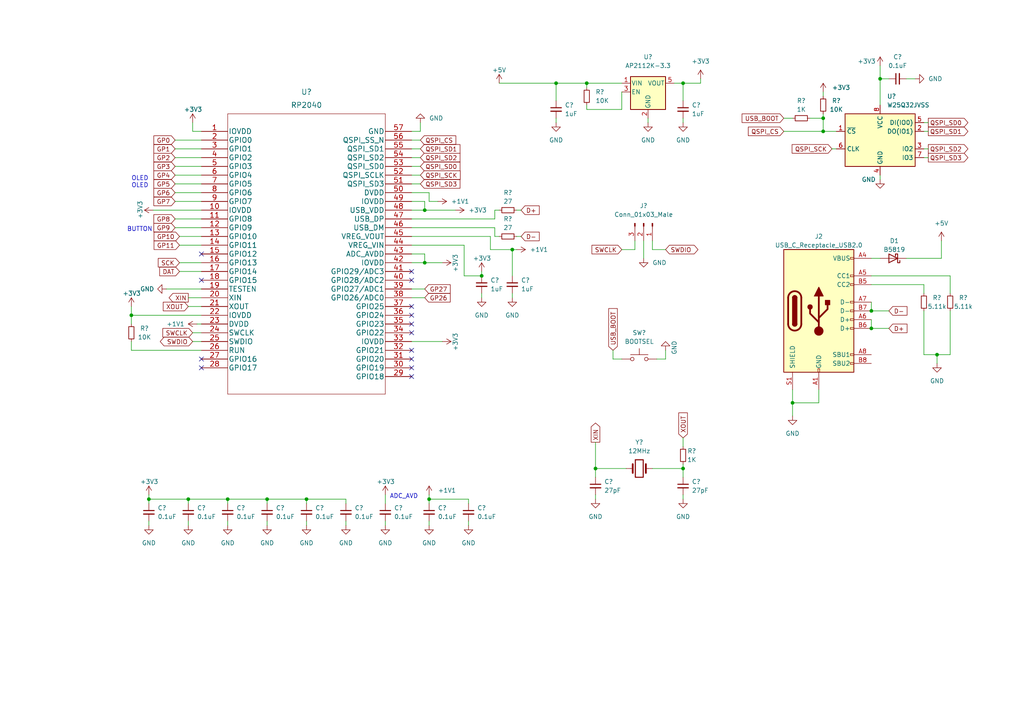
<source format=kicad_sch>
(kicad_sch (version 20230121) (generator eeschema)

  (uuid 28be1055-a760-40b1-9391-1b389d0b7554)

  (paper "A4")

  (lib_symbols
    (symbol "Connector:Conn_01x03_Male" (pin_names (offset 1.016) hide) (in_bom yes) (on_board yes)
      (property "Reference" "J" (at 0 5.08 0)
        (effects (font (size 1.27 1.27)))
      )
      (property "Value" "Conn_01x03_Male" (at 0 -5.08 0)
        (effects (font (size 1.27 1.27)))
      )
      (property "Footprint" "" (at 0 0 0)
        (effects (font (size 1.27 1.27)) hide)
      )
      (property "Datasheet" "~" (at 0 0 0)
        (effects (font (size 1.27 1.27)) hide)
      )
      (property "ki_keywords" "connector" (at 0 0 0)
        (effects (font (size 1.27 1.27)) hide)
      )
      (property "ki_description" "Generic connector, single row, 01x03, script generated (kicad-library-utils/schlib/autogen/connector/)" (at 0 0 0)
        (effects (font (size 1.27 1.27)) hide)
      )
      (property "ki_fp_filters" "Connector*:*_1x??_*" (at 0 0 0)
        (effects (font (size 1.27 1.27)) hide)
      )
      (symbol "Conn_01x03_Male_1_1"
        (polyline
          (pts
            (xy 1.27 -2.54)
            (xy 0.8636 -2.54)
          )
          (stroke (width 0.1524) (type default))
          (fill (type none))
        )
        (polyline
          (pts
            (xy 1.27 0)
            (xy 0.8636 0)
          )
          (stroke (width 0.1524) (type default))
          (fill (type none))
        )
        (polyline
          (pts
            (xy 1.27 2.54)
            (xy 0.8636 2.54)
          )
          (stroke (width 0.1524) (type default))
          (fill (type none))
        )
        (rectangle (start 0.8636 -2.413) (end 0 -2.667)
          (stroke (width 0.1524) (type default))
          (fill (type outline))
        )
        (rectangle (start 0.8636 0.127) (end 0 -0.127)
          (stroke (width 0.1524) (type default))
          (fill (type outline))
        )
        (rectangle (start 0.8636 2.667) (end 0 2.413)
          (stroke (width 0.1524) (type default))
          (fill (type outline))
        )
        (pin passive line (at 5.08 2.54 180) (length 3.81)
          (name "Pin_1" (effects (font (size 1.27 1.27))))
          (number "1" (effects (font (size 1.27 1.27))))
        )
        (pin passive line (at 5.08 0 180) (length 3.81)
          (name "Pin_2" (effects (font (size 1.27 1.27))))
          (number "2" (effects (font (size 1.27 1.27))))
        )
        (pin passive line (at 5.08 -2.54 180) (length 3.81)
          (name "Pin_3" (effects (font (size 1.27 1.27))))
          (number "3" (effects (font (size 1.27 1.27))))
        )
      )
    )
    (symbol "Connector:USB_C_Receptacle_USB2.0" (pin_names (offset 1.016)) (in_bom yes) (on_board yes)
      (property "Reference" "J" (at -10.16 19.05 0)
        (effects (font (size 1.27 1.27)) (justify left))
      )
      (property "Value" "USB_C_Receptacle_USB2.0" (at 19.05 19.05 0)
        (effects (font (size 1.27 1.27)) (justify right))
      )
      (property "Footprint" "" (at 3.81 0 0)
        (effects (font (size 1.27 1.27)) hide)
      )
      (property "Datasheet" "https://www.usb.org/sites/default/files/documents/usb_type-c.zip" (at 3.81 0 0)
        (effects (font (size 1.27 1.27)) hide)
      )
      (property "ki_keywords" "usb universal serial bus type-C USB2.0" (at 0 0 0)
        (effects (font (size 1.27 1.27)) hide)
      )
      (property "ki_description" "USB 2.0-only Type-C Receptacle connector" (at 0 0 0)
        (effects (font (size 1.27 1.27)) hide)
      )
      (property "ki_fp_filters" "USB*C*Receptacle*" (at 0 0 0)
        (effects (font (size 1.27 1.27)) hide)
      )
      (symbol "USB_C_Receptacle_USB2.0_0_0"
        (rectangle (start -0.254 -17.78) (end 0.254 -16.764)
          (stroke (width 0) (type default))
          (fill (type none))
        )
        (rectangle (start 10.16 -14.986) (end 9.144 -15.494)
          (stroke (width 0) (type default))
          (fill (type none))
        )
        (rectangle (start 10.16 -12.446) (end 9.144 -12.954)
          (stroke (width 0) (type default))
          (fill (type none))
        )
        (rectangle (start 10.16 -4.826) (end 9.144 -5.334)
          (stroke (width 0) (type default))
          (fill (type none))
        )
        (rectangle (start 10.16 -2.286) (end 9.144 -2.794)
          (stroke (width 0) (type default))
          (fill (type none))
        )
        (rectangle (start 10.16 0.254) (end 9.144 -0.254)
          (stroke (width 0) (type default))
          (fill (type none))
        )
        (rectangle (start 10.16 2.794) (end 9.144 2.286)
          (stroke (width 0) (type default))
          (fill (type none))
        )
        (rectangle (start 10.16 7.874) (end 9.144 7.366)
          (stroke (width 0) (type default))
          (fill (type none))
        )
        (rectangle (start 10.16 10.414) (end 9.144 9.906)
          (stroke (width 0) (type default))
          (fill (type none))
        )
        (rectangle (start 10.16 15.494) (end 9.144 14.986)
          (stroke (width 0) (type default))
          (fill (type none))
        )
      )
      (symbol "USB_C_Receptacle_USB2.0_0_1"
        (rectangle (start -10.16 17.78) (end 10.16 -17.78)
          (stroke (width 0.254) (type default))
          (fill (type background))
        )
        (arc (start -8.89 -3.81) (mid -6.985 -5.7067) (end -5.08 -3.81)
          (stroke (width 0.508) (type default))
          (fill (type none))
        )
        (arc (start -7.62 -3.81) (mid -6.985 -4.4423) (end -6.35 -3.81)
          (stroke (width 0.254) (type default))
          (fill (type none))
        )
        (arc (start -7.62 -3.81) (mid -6.985 -4.4423) (end -6.35 -3.81)
          (stroke (width 0.254) (type default))
          (fill (type outline))
        )
        (rectangle (start -7.62 -3.81) (end -6.35 3.81)
          (stroke (width 0.254) (type default))
          (fill (type outline))
        )
        (arc (start -6.35 3.81) (mid -6.985 4.4423) (end -7.62 3.81)
          (stroke (width 0.254) (type default))
          (fill (type none))
        )
        (arc (start -6.35 3.81) (mid -6.985 4.4423) (end -7.62 3.81)
          (stroke (width 0.254) (type default))
          (fill (type outline))
        )
        (arc (start -5.08 3.81) (mid -6.985 5.7067) (end -8.89 3.81)
          (stroke (width 0.508) (type default))
          (fill (type none))
        )
        (circle (center -2.54 1.143) (radius 0.635)
          (stroke (width 0.254) (type default))
          (fill (type outline))
        )
        (circle (center 0 -5.842) (radius 1.27)
          (stroke (width 0) (type default))
          (fill (type outline))
        )
        (polyline
          (pts
            (xy -8.89 -3.81)
            (xy -8.89 3.81)
          )
          (stroke (width 0.508) (type default))
          (fill (type none))
        )
        (polyline
          (pts
            (xy -5.08 3.81)
            (xy -5.08 -3.81)
          )
          (stroke (width 0.508) (type default))
          (fill (type none))
        )
        (polyline
          (pts
            (xy 0 -5.842)
            (xy 0 4.318)
          )
          (stroke (width 0.508) (type default))
          (fill (type none))
        )
        (polyline
          (pts
            (xy 0 -3.302)
            (xy -2.54 -0.762)
            (xy -2.54 0.508)
          )
          (stroke (width 0.508) (type default))
          (fill (type none))
        )
        (polyline
          (pts
            (xy 0 -2.032)
            (xy 2.54 0.508)
            (xy 2.54 1.778)
          )
          (stroke (width 0.508) (type default))
          (fill (type none))
        )
        (polyline
          (pts
            (xy -1.27 4.318)
            (xy 0 6.858)
            (xy 1.27 4.318)
            (xy -1.27 4.318)
          )
          (stroke (width 0.254) (type default))
          (fill (type outline))
        )
        (rectangle (start 1.905 1.778) (end 3.175 3.048)
          (stroke (width 0.254) (type default))
          (fill (type outline))
        )
      )
      (symbol "USB_C_Receptacle_USB2.0_1_1"
        (pin passive line (at 0 -22.86 90) (length 5.08)
          (name "GND" (effects (font (size 1.27 1.27))))
          (number "A1" (effects (font (size 1.27 1.27))))
        )
        (pin passive line (at 0 -22.86 90) (length 5.08) hide
          (name "GND" (effects (font (size 1.27 1.27))))
          (number "A12" (effects (font (size 1.27 1.27))))
        )
        (pin passive line (at 15.24 15.24 180) (length 5.08)
          (name "VBUS" (effects (font (size 1.27 1.27))))
          (number "A4" (effects (font (size 1.27 1.27))))
        )
        (pin bidirectional line (at 15.24 10.16 180) (length 5.08)
          (name "CC1" (effects (font (size 1.27 1.27))))
          (number "A5" (effects (font (size 1.27 1.27))))
        )
        (pin bidirectional line (at 15.24 -2.54 180) (length 5.08)
          (name "D+" (effects (font (size 1.27 1.27))))
          (number "A6" (effects (font (size 1.27 1.27))))
        )
        (pin bidirectional line (at 15.24 2.54 180) (length 5.08)
          (name "D-" (effects (font (size 1.27 1.27))))
          (number "A7" (effects (font (size 1.27 1.27))))
        )
        (pin bidirectional line (at 15.24 -12.7 180) (length 5.08)
          (name "SBU1" (effects (font (size 1.27 1.27))))
          (number "A8" (effects (font (size 1.27 1.27))))
        )
        (pin passive line (at 15.24 15.24 180) (length 5.08) hide
          (name "VBUS" (effects (font (size 1.27 1.27))))
          (number "A9" (effects (font (size 1.27 1.27))))
        )
        (pin passive line (at 0 -22.86 90) (length 5.08) hide
          (name "GND" (effects (font (size 1.27 1.27))))
          (number "B1" (effects (font (size 1.27 1.27))))
        )
        (pin passive line (at 0 -22.86 90) (length 5.08) hide
          (name "GND" (effects (font (size 1.27 1.27))))
          (number "B12" (effects (font (size 1.27 1.27))))
        )
        (pin passive line (at 15.24 15.24 180) (length 5.08) hide
          (name "VBUS" (effects (font (size 1.27 1.27))))
          (number "B4" (effects (font (size 1.27 1.27))))
        )
        (pin bidirectional line (at 15.24 7.62 180) (length 5.08)
          (name "CC2" (effects (font (size 1.27 1.27))))
          (number "B5" (effects (font (size 1.27 1.27))))
        )
        (pin bidirectional line (at 15.24 -5.08 180) (length 5.08)
          (name "D+" (effects (font (size 1.27 1.27))))
          (number "B6" (effects (font (size 1.27 1.27))))
        )
        (pin bidirectional line (at 15.24 0 180) (length 5.08)
          (name "D-" (effects (font (size 1.27 1.27))))
          (number "B7" (effects (font (size 1.27 1.27))))
        )
        (pin bidirectional line (at 15.24 -15.24 180) (length 5.08)
          (name "SBU2" (effects (font (size 1.27 1.27))))
          (number "B8" (effects (font (size 1.27 1.27))))
        )
        (pin passive line (at 15.24 15.24 180) (length 5.08) hide
          (name "VBUS" (effects (font (size 1.27 1.27))))
          (number "B9" (effects (font (size 1.27 1.27))))
        )
        (pin passive line (at -7.62 -22.86 90) (length 5.08)
          (name "SHIELD" (effects (font (size 1.27 1.27))))
          (number "S1" (effects (font (size 1.27 1.27))))
        )
      )
    )
    (symbol "Device:C_Small" (pin_numbers hide) (pin_names (offset 0.254) hide) (in_bom yes) (on_board yes)
      (property "Reference" "C" (at 0.254 1.778 0)
        (effects (font (size 1.27 1.27)) (justify left))
      )
      (property "Value" "C_Small" (at 0.254 -2.032 0)
        (effects (font (size 1.27 1.27)) (justify left))
      )
      (property "Footprint" "" (at 0 0 0)
        (effects (font (size 1.27 1.27)) hide)
      )
      (property "Datasheet" "~" (at 0 0 0)
        (effects (font (size 1.27 1.27)) hide)
      )
      (property "ki_keywords" "capacitor cap" (at 0 0 0)
        (effects (font (size 1.27 1.27)) hide)
      )
      (property "ki_description" "Unpolarized capacitor, small symbol" (at 0 0 0)
        (effects (font (size 1.27 1.27)) hide)
      )
      (property "ki_fp_filters" "C_*" (at 0 0 0)
        (effects (font (size 1.27 1.27)) hide)
      )
      (symbol "C_Small_0_1"
        (polyline
          (pts
            (xy -1.524 -0.508)
            (xy 1.524 -0.508)
          )
          (stroke (width 0.3302) (type default))
          (fill (type none))
        )
        (polyline
          (pts
            (xy -1.524 0.508)
            (xy 1.524 0.508)
          )
          (stroke (width 0.3048) (type default))
          (fill (type none))
        )
      )
      (symbol "C_Small_1_1"
        (pin passive line (at 0 2.54 270) (length 2.032)
          (name "~" (effects (font (size 1.27 1.27))))
          (number "1" (effects (font (size 1.27 1.27))))
        )
        (pin passive line (at 0 -2.54 90) (length 2.032)
          (name "~" (effects (font (size 1.27 1.27))))
          (number "2" (effects (font (size 1.27 1.27))))
        )
      )
    )
    (symbol "Device:Crystal" (pin_numbers hide) (pin_names (offset 1.016) hide) (in_bom yes) (on_board yes)
      (property "Reference" "Y1" (at 0 7.62 0)
        (effects (font (size 1.27 1.27)))
      )
      (property "Value" "12MHz" (at 0 5.08 0)
        (effects (font (size 1.27 1.27)))
      )
      (property "Footprint" "Crystal:Crystal_SMD_3225-4Pin_3.2x2.5mm" (at 0 -3.81 0)
        (effects (font (size 1.27 1.27)) hide)
      )
      (property "Datasheet" "~" (at 0 0 0)
        (effects (font (size 1.27 1.27)) hide)
      )
      (property "ki_keywords" "quartz ceramic resonator oscillator" (at 0 0 0)
        (effects (font (size 1.27 1.27)) hide)
      )
      (property "ki_description" "Two pin crystal" (at 0 0 0)
        (effects (font (size 1.27 1.27)) hide)
      )
      (property "ki_fp_filters" "Crystal*" (at 0 0 0)
        (effects (font (size 1.27 1.27)) hide)
      )
      (symbol "Crystal_0_1"
        (rectangle (start -1.143 2.54) (end 1.143 -2.54)
          (stroke (width 0.3048) (type default))
          (fill (type none))
        )
        (polyline
          (pts
            (xy -2.54 0)
            (xy -1.905 0)
          )
          (stroke (width 0) (type default))
          (fill (type none))
        )
        (polyline
          (pts
            (xy -1.905 -1.27)
            (xy -1.905 1.27)
          )
          (stroke (width 0.508) (type default))
          (fill (type none))
        )
        (polyline
          (pts
            (xy 1.905 -1.27)
            (xy 1.905 1.27)
          )
          (stroke (width 0.508) (type default))
          (fill (type none))
        )
        (polyline
          (pts
            (xy 2.54 0)
            (xy 1.905 0)
          )
          (stroke (width 0) (type default))
          (fill (type none))
        )
      )
      (symbol "Crystal_1_1"
        (pin passive line (at -3.81 0 0) (length 1.27)
          (name "1" (effects (font (size 1.27 1.27))))
          (number "1" (effects (font (size 1.27 1.27))))
        )
        (pin passive line (at 3.81 0 180) (length 1.27)
          (name "2" (effects (font (size 1.27 1.27))))
          (number "3" (effects (font (size 1.27 1.27))))
        )
      )
    )
    (symbol "Device:D_Schottky" (pin_numbers hide) (pin_names (offset 1.016) hide) (in_bom yes) (on_board yes)
      (property "Reference" "D" (at 0 2.54 0)
        (effects (font (size 1.27 1.27)))
      )
      (property "Value" "D_Schottky" (at 0 -2.54 0)
        (effects (font (size 1.27 1.27)))
      )
      (property "Footprint" "" (at 0 0 0)
        (effects (font (size 1.27 1.27)) hide)
      )
      (property "Datasheet" "~" (at 0 0 0)
        (effects (font (size 1.27 1.27)) hide)
      )
      (property "ki_keywords" "diode Schottky" (at 0 0 0)
        (effects (font (size 1.27 1.27)) hide)
      )
      (property "ki_description" "Schottky diode" (at 0 0 0)
        (effects (font (size 1.27 1.27)) hide)
      )
      (property "ki_fp_filters" "TO-???* *_Diode_* *SingleDiode* D_*" (at 0 0 0)
        (effects (font (size 1.27 1.27)) hide)
      )
      (symbol "D_Schottky_0_1"
        (polyline
          (pts
            (xy 1.27 0)
            (xy -1.27 0)
          )
          (stroke (width 0) (type default))
          (fill (type none))
        )
        (polyline
          (pts
            (xy 1.27 1.27)
            (xy 1.27 -1.27)
            (xy -1.27 0)
            (xy 1.27 1.27)
          )
          (stroke (width 0.254) (type default))
          (fill (type none))
        )
        (polyline
          (pts
            (xy -1.905 0.635)
            (xy -1.905 1.27)
            (xy -1.27 1.27)
            (xy -1.27 -1.27)
            (xy -0.635 -1.27)
            (xy -0.635 -0.635)
          )
          (stroke (width 0.254) (type default))
          (fill (type none))
        )
      )
      (symbol "D_Schottky_1_1"
        (pin passive line (at -3.81 0 0) (length 2.54)
          (name "K" (effects (font (size 1.27 1.27))))
          (number "1" (effects (font (size 1.27 1.27))))
        )
        (pin passive line (at 3.81 0 180) (length 2.54)
          (name "A" (effects (font (size 1.27 1.27))))
          (number "2" (effects (font (size 1.27 1.27))))
        )
      )
    )
    (symbol "Device:R_Small" (pin_numbers hide) (pin_names (offset 0.254) hide) (in_bom yes) (on_board yes)
      (property "Reference" "R" (at 0.762 0.508 0)
        (effects (font (size 1.27 1.27)) (justify left))
      )
      (property "Value" "R_Small" (at 0.762 -1.016 0)
        (effects (font (size 1.27 1.27)) (justify left))
      )
      (property "Footprint" "" (at 0 0 0)
        (effects (font (size 1.27 1.27)) hide)
      )
      (property "Datasheet" "~" (at 0 0 0)
        (effects (font (size 1.27 1.27)) hide)
      )
      (property "ki_keywords" "R resistor" (at 0 0 0)
        (effects (font (size 1.27 1.27)) hide)
      )
      (property "ki_description" "Resistor, small symbol" (at 0 0 0)
        (effects (font (size 1.27 1.27)) hide)
      )
      (property "ki_fp_filters" "R_*" (at 0 0 0)
        (effects (font (size 1.27 1.27)) hide)
      )
      (symbol "R_Small_0_1"
        (rectangle (start -0.762 1.778) (end 0.762 -1.778)
          (stroke (width 0.2032) (type default))
          (fill (type none))
        )
      )
      (symbol "R_Small_1_1"
        (pin passive line (at 0 2.54 270) (length 0.762)
          (name "~" (effects (font (size 1.27 1.27))))
          (number "1" (effects (font (size 1.27 1.27))))
        )
        (pin passive line (at 0 -2.54 90) (length 0.762)
          (name "~" (effects (font (size 1.27 1.27))))
          (number "2" (effects (font (size 1.27 1.27))))
        )
      )
    )
    (symbol "Memory_Flash:W25Q32JVSS" (in_bom yes) (on_board yes)
      (property "Reference" "U" (at -8.89 8.89 0)
        (effects (font (size 1.27 1.27)))
      )
      (property "Value" "W25Q32JVSS" (at 7.62 8.89 0)
        (effects (font (size 1.27 1.27)))
      )
      (property "Footprint" "Package_SO:SOIC-8_5.23x5.23mm_P1.27mm" (at 0 0 0)
        (effects (font (size 1.27 1.27)) hide)
      )
      (property "Datasheet" "http://www.winbond.com/resource-files/w25q32jv%20revg%2003272018%20plus.pdf" (at 0 0 0)
        (effects (font (size 1.27 1.27)) hide)
      )
      (property "ki_keywords" "flash memory SPI" (at 0 0 0)
        (effects (font (size 1.27 1.27)) hide)
      )
      (property "ki_description" "32Mb Serial Flash Memory, Standard/Dual/Quad SPI, SOIC-8" (at 0 0 0)
        (effects (font (size 1.27 1.27)) hide)
      )
      (property "ki_fp_filters" "SOIC*5.23x5.23mm*P1.27mm*" (at 0 0 0)
        (effects (font (size 1.27 1.27)) hide)
      )
      (symbol "W25Q32JVSS_0_1"
        (rectangle (start -10.16 7.62) (end 10.16 -7.62)
          (stroke (width 0.254) (type default))
          (fill (type background))
        )
      )
      (symbol "W25Q32JVSS_1_1"
        (pin input line (at -12.7 2.54 0) (length 2.54)
          (name "~{CS}" (effects (font (size 1.27 1.27))))
          (number "1" (effects (font (size 1.27 1.27))))
        )
        (pin bidirectional line (at 12.7 2.54 180) (length 2.54)
          (name "DO(IO1)" (effects (font (size 1.27 1.27))))
          (number "2" (effects (font (size 1.27 1.27))))
        )
        (pin bidirectional line (at 12.7 -2.54 180) (length 2.54)
          (name "IO2" (effects (font (size 1.27 1.27))))
          (number "3" (effects (font (size 1.27 1.27))))
        )
        (pin power_in line (at 0 -10.16 90) (length 2.54)
          (name "GND" (effects (font (size 1.27 1.27))))
          (number "4" (effects (font (size 1.27 1.27))))
        )
        (pin bidirectional line (at 12.7 5.08 180) (length 2.54)
          (name "DI(IO0)" (effects (font (size 1.27 1.27))))
          (number "5" (effects (font (size 1.27 1.27))))
        )
        (pin input line (at -12.7 -2.54 0) (length 2.54)
          (name "CLK" (effects (font (size 1.27 1.27))))
          (number "6" (effects (font (size 1.27 1.27))))
        )
        (pin bidirectional line (at 12.7 -5.08 180) (length 2.54)
          (name "IO3" (effects (font (size 1.27 1.27))))
          (number "7" (effects (font (size 1.27 1.27))))
        )
        (pin power_in line (at 0 10.16 270) (length 2.54)
          (name "VCC" (effects (font (size 1.27 1.27))))
          (number "8" (effects (font (size 1.27 1.27))))
        )
      )
    )
    (symbol "RP2040:RP2040" (pin_names (offset 0.254)) (in_bom yes) (on_board yes)
      (property "Reference" "U" (at 30.48 10.16 0)
        (effects (font (size 1.524 1.524)))
      )
      (property "Value" "RP2040" (at 30.48 7.62 0)
        (effects (font (size 1.524 1.524)))
      )
      (property "Footprint" "IC57_RP2040" (at 30.48 6.096 0)
        (effects (font (size 1.524 1.524)) hide)
      )
      (property "Datasheet" "" (at 0 0 0)
        (effects (font (size 1.524 1.524)))
      )
      (property "ki_locked" "" (at 0 0 0)
        (effects (font (size 1.27 1.27)))
      )
      (property "ki_fp_filters" "IC57_RP2040 IC57_RP2040-M IC57_RP2040-L" (at 0 0 0)
        (effects (font (size 1.27 1.27)) hide)
      )
      (symbol "RP2040_1_1"
        (polyline
          (pts
            (xy 7.62 -76.2)
            (xy 53.34 -76.2)
          )
          (stroke (width 0.127) (type default))
          (fill (type none))
        )
        (polyline
          (pts
            (xy 7.62 5.08)
            (xy 7.62 -76.2)
          )
          (stroke (width 0.127) (type default))
          (fill (type none))
        )
        (polyline
          (pts
            (xy 53.34 -76.2)
            (xy 53.34 5.08)
          )
          (stroke (width 0.127) (type default))
          (fill (type none))
        )
        (polyline
          (pts
            (xy 53.34 5.08)
            (xy 7.62 5.08)
          )
          (stroke (width 0.127) (type default))
          (fill (type none))
        )
        (pin power_in line (at 0 0 0) (length 7.62)
          (name "IOVDD" (effects (font (size 1.4986 1.4986))))
          (number "1" (effects (font (size 1.4986 1.4986))))
        )
        (pin power_in line (at 0 -22.86 0) (length 7.62)
          (name "IOVDD" (effects (font (size 1.4986 1.4986))))
          (number "10" (effects (font (size 1.4986 1.4986))))
        )
        (pin bidirectional line (at 0 -25.4 0) (length 7.62)
          (name "GPIO8" (effects (font (size 1.4986 1.4986))))
          (number "11" (effects (font (size 1.4986 1.4986))))
        )
        (pin bidirectional line (at 0 -27.94 0) (length 7.62)
          (name "GPIO9" (effects (font (size 1.4986 1.4986))))
          (number "12" (effects (font (size 1.4986 1.4986))))
        )
        (pin bidirectional line (at 0 -30.48 0) (length 7.62)
          (name "GPIO10" (effects (font (size 1.4986 1.4986))))
          (number "13" (effects (font (size 1.4986 1.4986))))
        )
        (pin bidirectional line (at 0 -33.02 0) (length 7.62)
          (name "GPIO11" (effects (font (size 1.4986 1.4986))))
          (number "14" (effects (font (size 1.4986 1.4986))))
        )
        (pin bidirectional line (at 0 -35.56 0) (length 7.62)
          (name "GPIO12" (effects (font (size 1.4986 1.4986))))
          (number "15" (effects (font (size 1.4986 1.4986))))
        )
        (pin bidirectional line (at 0 -38.1 0) (length 7.62)
          (name "GPIO13" (effects (font (size 1.4986 1.4986))))
          (number "16" (effects (font (size 1.4986 1.4986))))
        )
        (pin bidirectional line (at 0 -40.64 0) (length 7.62)
          (name "GPIO14" (effects (font (size 1.4986 1.4986))))
          (number "17" (effects (font (size 1.4986 1.4986))))
        )
        (pin bidirectional line (at 0 -43.18 0) (length 7.62)
          (name "GPIO15" (effects (font (size 1.4986 1.4986))))
          (number "18" (effects (font (size 1.4986 1.4986))))
        )
        (pin unspecified line (at 0 -45.72 0) (length 7.62)
          (name "TESTEN" (effects (font (size 1.4986 1.4986))))
          (number "19" (effects (font (size 1.4986 1.4986))))
        )
        (pin bidirectional line (at 0 -2.54 0) (length 7.62)
          (name "GPIO0" (effects (font (size 1.4986 1.4986))))
          (number "2" (effects (font (size 1.4986 1.4986))))
        )
        (pin unspecified line (at 0 -48.26 0) (length 7.62)
          (name "XIN" (effects (font (size 1.4986 1.4986))))
          (number "20" (effects (font (size 1.4986 1.4986))))
        )
        (pin output line (at 0 -50.8 0) (length 7.62)
          (name "XOUT" (effects (font (size 1.4986 1.4986))))
          (number "21" (effects (font (size 1.4986 1.4986))))
        )
        (pin power_in line (at 0 -53.34 0) (length 7.62)
          (name "IOVDD" (effects (font (size 1.4986 1.4986))))
          (number "22" (effects (font (size 1.4986 1.4986))))
        )
        (pin power_in line (at 0 -55.88 0) (length 7.62)
          (name "DVDD" (effects (font (size 1.4986 1.4986))))
          (number "23" (effects (font (size 1.4986 1.4986))))
        )
        (pin unspecified line (at 0 -58.42 0) (length 7.62)
          (name "SWCLK" (effects (font (size 1.4986 1.4986))))
          (number "24" (effects (font (size 1.4986 1.4986))))
        )
        (pin unspecified line (at 0 -60.96 0) (length 7.62)
          (name "SWDIO" (effects (font (size 1.4986 1.4986))))
          (number "25" (effects (font (size 1.4986 1.4986))))
        )
        (pin unspecified line (at 0 -63.5 0) (length 7.62)
          (name "RUN" (effects (font (size 1.4986 1.4986))))
          (number "26" (effects (font (size 1.4986 1.4986))))
        )
        (pin bidirectional line (at 0 -66.04 0) (length 7.62)
          (name "GPIO16" (effects (font (size 1.4986 1.4986))))
          (number "27" (effects (font (size 1.4986 1.4986))))
        )
        (pin bidirectional line (at 0 -68.58 0) (length 7.62)
          (name "GPIO17" (effects (font (size 1.4986 1.4986))))
          (number "28" (effects (font (size 1.4986 1.4986))))
        )
        (pin bidirectional line (at 60.96 -71.12 180) (length 7.62)
          (name "GPIO18" (effects (font (size 1.4986 1.4986))))
          (number "29" (effects (font (size 1.4986 1.4986))))
        )
        (pin bidirectional line (at 0 -5.08 0) (length 7.62)
          (name "GPIO1" (effects (font (size 1.4986 1.4986))))
          (number "3" (effects (font (size 1.4986 1.4986))))
        )
        (pin bidirectional line (at 60.96 -68.58 180) (length 7.62)
          (name "GPIO19" (effects (font (size 1.4986 1.4986))))
          (number "30" (effects (font (size 1.4986 1.4986))))
        )
        (pin bidirectional line (at 60.96 -66.04 180) (length 7.62)
          (name "GPIO20" (effects (font (size 1.4986 1.4986))))
          (number "31" (effects (font (size 1.4986 1.4986))))
        )
        (pin bidirectional line (at 60.96 -63.5 180) (length 7.62)
          (name "GPIO21" (effects (font (size 1.4986 1.4986))))
          (number "32" (effects (font (size 1.4986 1.4986))))
        )
        (pin power_in line (at 60.96 -60.96 180) (length 7.62)
          (name "IOVDD" (effects (font (size 1.4986 1.4986))))
          (number "33" (effects (font (size 1.4986 1.4986))))
        )
        (pin bidirectional line (at 60.96 -58.42 180) (length 7.62)
          (name "GPIO22" (effects (font (size 1.4986 1.4986))))
          (number "34" (effects (font (size 1.4986 1.4986))))
        )
        (pin bidirectional line (at 60.96 -55.88 180) (length 7.62)
          (name "GPIO23" (effects (font (size 1.4986 1.4986))))
          (number "35" (effects (font (size 1.4986 1.4986))))
        )
        (pin bidirectional line (at 60.96 -53.34 180) (length 7.62)
          (name "GPIO24" (effects (font (size 1.4986 1.4986))))
          (number "36" (effects (font (size 1.4986 1.4986))))
        )
        (pin bidirectional line (at 60.96 -50.8 180) (length 7.62)
          (name "GPIO25" (effects (font (size 1.4986 1.4986))))
          (number "37" (effects (font (size 1.4986 1.4986))))
        )
        (pin bidirectional line (at 60.96 -48.26 180) (length 7.62)
          (name "GPIO26/ADC0" (effects (font (size 1.4986 1.4986))))
          (number "38" (effects (font (size 1.4986 1.4986))))
        )
        (pin bidirectional line (at 60.96 -45.72 180) (length 7.62)
          (name "GPIO27/ADC1" (effects (font (size 1.4986 1.4986))))
          (number "39" (effects (font (size 1.4986 1.4986))))
        )
        (pin bidirectional line (at 0 -7.62 0) (length 7.62)
          (name "GPIO2" (effects (font (size 1.4986 1.4986))))
          (number "4" (effects (font (size 1.4986 1.4986))))
        )
        (pin bidirectional line (at 60.96 -43.18 180) (length 7.62)
          (name "GPIO28/ADC2" (effects (font (size 1.4986 1.4986))))
          (number "40" (effects (font (size 1.4986 1.4986))))
        )
        (pin bidirectional line (at 60.96 -40.64 180) (length 7.62)
          (name "GPIO29/ADC3" (effects (font (size 1.4986 1.4986))))
          (number "41" (effects (font (size 1.4986 1.4986))))
        )
        (pin power_in line (at 60.96 -38.1 180) (length 7.62)
          (name "IOVDD" (effects (font (size 1.4986 1.4986))))
          (number "42" (effects (font (size 1.4986 1.4986))))
        )
        (pin power_in line (at 60.96 -35.56 180) (length 7.62)
          (name "ADC_AVDD" (effects (font (size 1.4986 1.4986))))
          (number "43" (effects (font (size 1.4986 1.4986))))
        )
        (pin unspecified line (at 60.96 -33.02 180) (length 7.62)
          (name "VREG_VIN" (effects (font (size 1.4986 1.4986))))
          (number "44" (effects (font (size 1.4986 1.4986))))
        )
        (pin output line (at 60.96 -30.48 180) (length 7.62)
          (name "VREG_VOUT" (effects (font (size 1.4986 1.4986))))
          (number "45" (effects (font (size 1.4986 1.4986))))
        )
        (pin unspecified line (at 60.96 -27.94 180) (length 7.62)
          (name "USB_DM" (effects (font (size 1.4986 1.4986))))
          (number "46" (effects (font (size 1.4986 1.4986))))
        )
        (pin unspecified line (at 60.96 -25.4 180) (length 7.62)
          (name "USB_DP" (effects (font (size 1.4986 1.4986))))
          (number "47" (effects (font (size 1.4986 1.4986))))
        )
        (pin power_in line (at 60.96 -22.86 180) (length 7.62)
          (name "USB_VDD" (effects (font (size 1.4986 1.4986))))
          (number "48" (effects (font (size 1.4986 1.4986))))
        )
        (pin power_in line (at 60.96 -20.32 180) (length 7.62)
          (name "IOVDD" (effects (font (size 1.4986 1.4986))))
          (number "49" (effects (font (size 1.4986 1.4986))))
        )
        (pin bidirectional line (at 0 -10.16 0) (length 7.62)
          (name "GPIO3" (effects (font (size 1.4986 1.4986))))
          (number "5" (effects (font (size 1.4986 1.4986))))
        )
        (pin power_in line (at 60.96 -17.78 180) (length 7.62)
          (name "DVDD" (effects (font (size 1.4986 1.4986))))
          (number "50" (effects (font (size 1.4986 1.4986))))
        )
        (pin bidirectional line (at 60.96 -15.24 180) (length 7.62)
          (name "QSPI_SD3" (effects (font (size 1.4986 1.4986))))
          (number "51" (effects (font (size 1.4986 1.4986))))
        )
        (pin unspecified line (at 60.96 -12.7 180) (length 7.62)
          (name "QSPI_SCLK" (effects (font (size 1.4986 1.4986))))
          (number "52" (effects (font (size 1.4986 1.4986))))
        )
        (pin bidirectional line (at 60.96 -10.16 180) (length 7.62)
          (name "QSPI_SD0" (effects (font (size 1.4986 1.4986))))
          (number "53" (effects (font (size 1.4986 1.4986))))
        )
        (pin bidirectional line (at 60.96 -7.62 180) (length 7.62)
          (name "QSPI_SD2" (effects (font (size 1.4986 1.4986))))
          (number "54" (effects (font (size 1.4986 1.4986))))
        )
        (pin bidirectional line (at 60.96 -5.08 180) (length 7.62)
          (name "QSPI_SD1" (effects (font (size 1.4986 1.4986))))
          (number "55" (effects (font (size 1.4986 1.4986))))
        )
        (pin unspecified line (at 60.96 -2.54 180) (length 7.62)
          (name "QSPI_SS_N" (effects (font (size 1.4986 1.4986))))
          (number "56" (effects (font (size 1.4986 1.4986))))
        )
        (pin power_in line (at 60.96 0 180) (length 7.62)
          (name "GND" (effects (font (size 1.4986 1.4986))))
          (number "57" (effects (font (size 1.4986 1.4986))))
        )
        (pin bidirectional line (at 0 -12.7 0) (length 7.62)
          (name "GPIO4" (effects (font (size 1.4986 1.4986))))
          (number "6" (effects (font (size 1.4986 1.4986))))
        )
        (pin bidirectional line (at 0 -15.24 0) (length 7.62)
          (name "GPIO5" (effects (font (size 1.4986 1.4986))))
          (number "7" (effects (font (size 1.4986 1.4986))))
        )
        (pin bidirectional line (at 0 -17.78 0) (length 7.62)
          (name "GPIO6" (effects (font (size 1.4986 1.4986))))
          (number "8" (effects (font (size 1.4986 1.4986))))
        )
        (pin bidirectional line (at 0 -20.32 0) (length 7.62)
          (name "GPIO7" (effects (font (size 1.4986 1.4986))))
          (number "9" (effects (font (size 1.4986 1.4986))))
        )
      )
    )
    (symbol "Regulator_Linear:AP2112K-3.3" (pin_names (offset 0.254)) (in_bom yes) (on_board yes)
      (property "Reference" "U" (at -5.08 5.715 0)
        (effects (font (size 1.27 1.27)) (justify left))
      )
      (property "Value" "AP2112K-3.3" (at 0 5.715 0)
        (effects (font (size 1.27 1.27)) (justify left))
      )
      (property "Footprint" "Package_TO_SOT_SMD:SOT-23-5" (at 0 8.255 0)
        (effects (font (size 1.27 1.27)) hide)
      )
      (property "Datasheet" "https://www.diodes.com/assets/Datasheets/AP2112.pdf" (at 0 2.54 0)
        (effects (font (size 1.27 1.27)) hide)
      )
      (property "ki_keywords" "linear regulator ldo fixed positive" (at 0 0 0)
        (effects (font (size 1.27 1.27)) hide)
      )
      (property "ki_description" "600mA low dropout linear regulator, with enable pin, 3.8V-6V input voltage range, 3.3V fixed positive output, SOT-23-5" (at 0 0 0)
        (effects (font (size 1.27 1.27)) hide)
      )
      (property "ki_fp_filters" "SOT?23?5*" (at 0 0 0)
        (effects (font (size 1.27 1.27)) hide)
      )
      (symbol "AP2112K-3.3_0_1"
        (rectangle (start -5.08 4.445) (end 5.08 -5.08)
          (stroke (width 0.254) (type default))
          (fill (type background))
        )
      )
      (symbol "AP2112K-3.3_1_1"
        (pin power_in line (at -7.62 2.54 0) (length 2.54)
          (name "VIN" (effects (font (size 1.27 1.27))))
          (number "1" (effects (font (size 1.27 1.27))))
        )
        (pin power_in line (at 0 -7.62 90) (length 2.54)
          (name "GND" (effects (font (size 1.27 1.27))))
          (number "2" (effects (font (size 1.27 1.27))))
        )
        (pin input line (at -7.62 0 0) (length 2.54)
          (name "EN" (effects (font (size 1.27 1.27))))
          (number "3" (effects (font (size 1.27 1.27))))
        )
        (pin no_connect line (at 5.08 0 180) (length 2.54) hide
          (name "NC" (effects (font (size 1.27 1.27))))
          (number "4" (effects (font (size 1.27 1.27))))
        )
        (pin power_out line (at 7.62 2.54 180) (length 2.54)
          (name "VOUT" (effects (font (size 1.27 1.27))))
          (number "5" (effects (font (size 1.27 1.27))))
        )
      )
    )
    (symbol "Switch:SW_MEC_5G" (pin_numbers hide) (pin_names (offset 1.016) hide) (in_bom yes) (on_board yes)
      (property "Reference" "SW1" (at 0 7.62 0)
        (effects (font (size 1.27 1.27)))
      )
      (property "Value" "BOOTSEL" (at 0 5.08 0)
        (effects (font (size 1.27 1.27)))
      )
      (property "Footprint" "Button_Switch_SMD:SW_Push_SPST_NO_Alps_SKRK" (at 0 5.08 0)
        (effects (font (size 1.27 1.27)) hide)
      )
      (property "Datasheet" "http://www.apem.com/int/index.php?controller=attachment&id_attachment=488" (at 0 5.08 0)
        (effects (font (size 1.27 1.27)) hide)
      )
      (property "ki_keywords" "switch normally-open pushbutton push-button" (at 0 0 0)
        (effects (font (size 1.27 1.27)) hide)
      )
      (property "ki_description" "MEC 5G single pole normally-open tactile switch" (at 0 0 0)
        (effects (font (size 1.27 1.27)) hide)
      )
      (property "ki_fp_filters" "SW*MEC*5G*" (at 0 0 0)
        (effects (font (size 1.27 1.27)) hide)
      )
      (symbol "SW_MEC_5G_0_1"
        (circle (center -2.032 0) (radius 0.508)
          (stroke (width 0) (type default))
          (fill (type none))
        )
        (polyline
          (pts
            (xy 0 1.27)
            (xy 0 3.048)
          )
          (stroke (width 0) (type default))
          (fill (type none))
        )
        (polyline
          (pts
            (xy 2.54 1.27)
            (xy -2.54 1.27)
          )
          (stroke (width 0) (type default))
          (fill (type none))
        )
        (circle (center 2.032 0) (radius 0.508)
          (stroke (width 0) (type default))
          (fill (type none))
        )
        (pin passive line (at -5.08 0 0) (length 2.54)
          (name "A" (effects (font (size 1.27 1.27))))
          (number "1" (effects (font (size 1.27 1.27))))
        )
      )
      (symbol "SW_MEC_5G_1_1"
        (pin passive line (at -5.08 0 0) (length 2.54) hide
          (name "A" (effects (font (size 1.27 1.27))))
          (number "2" (effects (font (size 1.27 1.27))))
        )
        (pin passive line (at 5.08 0 180) (length 2.54)
          (name "B" (effects (font (size 1.27 1.27))))
          (number "2" (effects (font (size 1.27 1.27))))
        )
        (pin passive line (at 5.08 0 180) (length 2.54) hide
          (name "B" (effects (font (size 1.27 1.27))))
          (number "4" (effects (font (size 1.27 1.27))))
        )
      )
    )
    (symbol "power:+1V1" (power) (pin_names (offset 0)) (in_bom yes) (on_board yes)
      (property "Reference" "#PWR" (at 0 -3.81 0)
        (effects (font (size 1.27 1.27)) hide)
      )
      (property "Value" "+1V1" (at 0 3.556 0)
        (effects (font (size 1.27 1.27)))
      )
      (property "Footprint" "" (at 0 0 0)
        (effects (font (size 1.27 1.27)) hide)
      )
      (property "Datasheet" "" (at 0 0 0)
        (effects (font (size 1.27 1.27)) hide)
      )
      (property "ki_keywords" "power-flag" (at 0 0 0)
        (effects (font (size 1.27 1.27)) hide)
      )
      (property "ki_description" "Power symbol creates a global label with name \"+1V1\"" (at 0 0 0)
        (effects (font (size 1.27 1.27)) hide)
      )
      (symbol "+1V1_0_1"
        (polyline
          (pts
            (xy -0.762 1.27)
            (xy 0 2.54)
          )
          (stroke (width 0) (type default))
          (fill (type none))
        )
        (polyline
          (pts
            (xy 0 0)
            (xy 0 2.54)
          )
          (stroke (width 0) (type default))
          (fill (type none))
        )
        (polyline
          (pts
            (xy 0 2.54)
            (xy 0.762 1.27)
          )
          (stroke (width 0) (type default))
          (fill (type none))
        )
      )
      (symbol "+1V1_1_1"
        (pin power_in line (at 0 0 90) (length 0) hide
          (name "+1V1" (effects (font (size 1.27 1.27))))
          (number "1" (effects (font (size 1.27 1.27))))
        )
      )
    )
    (symbol "power:+3.3V" (power) (pin_names (offset 0)) (in_bom yes) (on_board yes)
      (property "Reference" "#PWR" (at 0 -3.81 0)
        (effects (font (size 1.27 1.27)) hide)
      )
      (property "Value" "+3.3V" (at 0 3.556 0)
        (effects (font (size 1.27 1.27)))
      )
      (property "Footprint" "" (at 0 0 0)
        (effects (font (size 1.27 1.27)) hide)
      )
      (property "Datasheet" "" (at 0 0 0)
        (effects (font (size 1.27 1.27)) hide)
      )
      (property "ki_keywords" "power-flag" (at 0 0 0)
        (effects (font (size 1.27 1.27)) hide)
      )
      (property "ki_description" "Power symbol creates a global label with name \"+3.3V\"" (at 0 0 0)
        (effects (font (size 1.27 1.27)) hide)
      )
      (symbol "+3.3V_0_1"
        (polyline
          (pts
            (xy -0.762 1.27)
            (xy 0 2.54)
          )
          (stroke (width 0) (type default))
          (fill (type none))
        )
        (polyline
          (pts
            (xy 0 0)
            (xy 0 2.54)
          )
          (stroke (width 0) (type default))
          (fill (type none))
        )
        (polyline
          (pts
            (xy 0 2.54)
            (xy 0.762 1.27)
          )
          (stroke (width 0) (type default))
          (fill (type none))
        )
      )
      (symbol "+3.3V_1_1"
        (pin power_in line (at 0 0 90) (length 0) hide
          (name "+3V3" (effects (font (size 1.27 1.27))))
          (number "1" (effects (font (size 1.27 1.27))))
        )
      )
    )
    (symbol "power:+5V" (power) (pin_names (offset 0)) (in_bom yes) (on_board yes)
      (property "Reference" "#PWR" (at 0 -3.81 0)
        (effects (font (size 1.27 1.27)) hide)
      )
      (property "Value" "+5V" (at 0 3.556 0)
        (effects (font (size 1.27 1.27)))
      )
      (property "Footprint" "" (at 0 0 0)
        (effects (font (size 1.27 1.27)) hide)
      )
      (property "Datasheet" "" (at 0 0 0)
        (effects (font (size 1.27 1.27)) hide)
      )
      (property "ki_keywords" "power-flag" (at 0 0 0)
        (effects (font (size 1.27 1.27)) hide)
      )
      (property "ki_description" "Power symbol creates a global label with name \"+5V\"" (at 0 0 0)
        (effects (font (size 1.27 1.27)) hide)
      )
      (symbol "+5V_0_1"
        (polyline
          (pts
            (xy -0.762 1.27)
            (xy 0 2.54)
          )
          (stroke (width 0) (type default))
          (fill (type none))
        )
        (polyline
          (pts
            (xy 0 0)
            (xy 0 2.54)
          )
          (stroke (width 0) (type default))
          (fill (type none))
        )
        (polyline
          (pts
            (xy 0 2.54)
            (xy 0.762 1.27)
          )
          (stroke (width 0) (type default))
          (fill (type none))
        )
      )
      (symbol "+5V_1_1"
        (pin power_in line (at 0 0 90) (length 0) hide
          (name "+5V" (effects (font (size 1.27 1.27))))
          (number "1" (effects (font (size 1.27 1.27))))
        )
      )
    )
    (symbol "power:GND" (power) (pin_names (offset 0)) (in_bom yes) (on_board yes)
      (property "Reference" "#PWR" (at 0 -6.35 0)
        (effects (font (size 1.27 1.27)) hide)
      )
      (property "Value" "GND" (at 0 -3.81 0)
        (effects (font (size 1.27 1.27)))
      )
      (property "Footprint" "" (at 0 0 0)
        (effects (font (size 1.27 1.27)) hide)
      )
      (property "Datasheet" "" (at 0 0 0)
        (effects (font (size 1.27 1.27)) hide)
      )
      (property "ki_keywords" "power-flag" (at 0 0 0)
        (effects (font (size 1.27 1.27)) hide)
      )
      (property "ki_description" "Power symbol creates a global label with name \"GND\" , ground" (at 0 0 0)
        (effects (font (size 1.27 1.27)) hide)
      )
      (symbol "GND_0_1"
        (polyline
          (pts
            (xy 0 0)
            (xy 0 -1.27)
            (xy 1.27 -1.27)
            (xy 0 -2.54)
            (xy -1.27 -1.27)
            (xy 0 -1.27)
          )
          (stroke (width 0) (type default))
          (fill (type none))
        )
      )
      (symbol "GND_1_1"
        (pin power_in line (at 0 0 270) (length 0) hide
          (name "GND" (effects (font (size 1.27 1.27))))
          (number "1" (effects (font (size 1.27 1.27))))
        )
      )
    )
  )

  (junction (at 252.73 90.17) (diameter 0) (color 0 0 0 0)
    (uuid 0b641c92-6eb6-4328-b30b-67f79c198341)
  )
  (junction (at 148.59 72.39) (diameter 0) (color 0 0 0 0)
    (uuid 0df23843-6d9e-4723-9490-dd5a29661855)
  )
  (junction (at 271.78 102.87) (diameter 0) (color 0 0 0 0)
    (uuid 1270a281-2b5e-4b25-a66e-c0199ed9088c)
  )
  (junction (at 38.1 91.44) (diameter 0) (color 0 0 0 0)
    (uuid 13480c8e-35f4-49f4-bae0-e038fcffc081)
  )
  (junction (at 229.87 116.84) (diameter 0) (color 0 0 0 0)
    (uuid 256fed98-4ee5-4f2d-b378-88f357272f34)
  )
  (junction (at 88.9 144.78) (diameter 0) (color 0 0 0 0)
    (uuid 2c3d5799-c0fc-4fea-890b-8b31ade64ee1)
  )
  (junction (at 123.19 76.2) (diameter 0) (color 0 0 0 0)
    (uuid 2eb652d7-1d9f-4ad9-a12b-3814598f2746)
  )
  (junction (at 66.04 144.78) (diameter 0) (color 0 0 0 0)
    (uuid 2f0ab440-17ed-4d9a-a51e-5e82c91257fe)
  )
  (junction (at 43.18 144.78) (diameter 0) (color 0 0 0 0)
    (uuid 4ba4acab-b2fd-4ddc-bb27-1a4f0e0898cf)
  )
  (junction (at 161.29 24.13) (diameter 0) (color 0 0 0 0)
    (uuid 4d3e0223-5ef9-48b8-ae3c-31e3d528de9c)
  )
  (junction (at 238.76 34.29) (diameter 0) (color 0 0 0 0)
    (uuid 53751ffc-9412-441a-a547-2134f7fca7f4)
  )
  (junction (at 139.7 80.01) (diameter 0) (color 0 0 0 0)
    (uuid 77cec74a-8a7b-47ae-8337-315724e174d8)
  )
  (junction (at 54.61 144.78) (diameter 0) (color 0 0 0 0)
    (uuid 887100e8-5d94-4e3b-8f0d-b0f657d7ef05)
  )
  (junction (at 123.19 60.96) (diameter 0) (color 0 0 0 0)
    (uuid 944591a3-9574-4e16-bf36-e23875f95588)
  )
  (junction (at 238.76 38.1) (diameter 0) (color 0 0 0 0)
    (uuid a53c9c76-6796-4f75-8fa2-e2d040ed6e71)
  )
  (junction (at 170.18 24.13) (diameter 0) (color 0 0 0 0)
    (uuid be845d91-8fd8-4d61-a9cb-fd0a4a9bf857)
  )
  (junction (at 255.27 22.86) (diameter 0) (color 0 0 0 0)
    (uuid c6cebb14-d4dc-4897-a9c0-11bf88b5b932)
  )
  (junction (at 77.47 144.78) (diameter 0) (color 0 0 0 0)
    (uuid c9233266-69d9-49cc-af20-576573603f92)
  )
  (junction (at 252.73 95.25) (diameter 0) (color 0 0 0 0)
    (uuid cb473aec-4223-47e6-8089-9e99064f43b5)
  )
  (junction (at 198.12 24.13) (diameter 0) (color 0 0 0 0)
    (uuid ebce49bd-1ef3-4501-af9c-c232ab590edf)
  )
  (junction (at 198.12 135.89) (diameter 0) (color 0 0 0 0)
    (uuid f1e59937-06cb-4fe4-ae5f-9fb7cefd2291)
  )
  (junction (at 124.46 144.78) (diameter 0) (color 0 0 0 0)
    (uuid f6d39e46-ac21-4bc0-a2e4-eac6f5db6555)
  )
  (junction (at 172.72 135.89) (diameter 0) (color 0 0 0 0)
    (uuid fd1d9640-c45d-4ad6-a16a-2c946230facd)
  )

  (no_connect (at 58.42 81.28) (uuid 11079e57-5193-46ff-be97-867ce10f46d6))
  (no_connect (at 119.38 96.52) (uuid 1b68685c-1c4e-4afa-aeda-b426beedca3d))
  (no_connect (at 119.38 78.74) (uuid 42f5cf72-889a-4425-aaeb-8b05ef254ddd))
  (no_connect (at 58.42 73.66) (uuid 4857b2df-ee00-4569-ad78-06668ce18614))
  (no_connect (at 119.38 93.98) (uuid 499d6b3e-88fd-45a4-be22-23f5e0205cf7))
  (no_connect (at 58.42 104.14) (uuid 5cca49b0-d418-4ccf-a56c-64185d473d44))
  (no_connect (at 58.42 106.68) (uuid 7f26ce98-2368-4c0f-9ffd-a62eb8d50f3b))
  (no_connect (at 119.38 91.44) (uuid 8dbbfd60-211f-430f-b80e-f36660ec7217))
  (no_connect (at 119.38 104.14) (uuid 93e0ea4f-5358-4462-9eb4-b99e2d9210d9))
  (no_connect (at 119.38 88.9) (uuid 948b88eb-4c42-4d2b-9df8-3c9c546a7de7))
  (no_connect (at 119.38 109.22) (uuid 97bb84ee-b2c4-4c41-b6e0-9405a771c767))
  (no_connect (at 119.38 101.6) (uuid 992b3340-e7fd-421d-b168-e8aad8de7fe5))
  (no_connect (at 119.38 81.28) (uuid 9fd671d2-f9b6-4a0e-a118-0552bdce9576))
  (no_connect (at 119.38 106.68) (uuid e629b8f8-757f-410a-845f-90a39c73cc71))

  (wire (pts (xy 170.18 24.13) (xy 170.18 25.4))
    (stroke (width 0) (type default))
    (uuid 08a7843f-6763-4ca3-9744-4af1655af4c4)
  )
  (wire (pts (xy 52.07 68.58) (xy 58.42 68.58))
    (stroke (width 0) (type default))
    (uuid 0a562f8a-2615-476e-81bc-ae372bc36bb8)
  )
  (wire (pts (xy 273.05 74.93) (xy 262.89 74.93))
    (stroke (width 0) (type default))
    (uuid 0d1df775-e5a0-4a40-bd28-4056a66edea2)
  )
  (wire (pts (xy 161.29 24.13) (xy 170.18 24.13))
    (stroke (width 0) (type default))
    (uuid 0d87c508-67ba-434b-af06-9b7f35003de8)
  )
  (wire (pts (xy 100.33 151.13) (xy 100.33 152.4))
    (stroke (width 0) (type default))
    (uuid 117c6f0f-75b2-4760-8dff-9f2f9d68bd11)
  )
  (wire (pts (xy 134.62 80.01) (xy 139.7 80.01))
    (stroke (width 0) (type default))
    (uuid 1324f7f3-01e7-4694-91bf-26c8e01e3e26)
  )
  (wire (pts (xy 38.1 101.6) (xy 38.1 99.06))
    (stroke (width 0) (type default))
    (uuid 13ed1068-b940-4206-bac0-04ed9e154e1f)
  )
  (wire (pts (xy 177.8 104.14) (xy 177.8 101.6))
    (stroke (width 0) (type default))
    (uuid 18336ae3-7712-402e-9f32-c53ca009188c)
  )
  (wire (pts (xy 119.38 38.1) (xy 121.92 38.1))
    (stroke (width 0) (type default))
    (uuid 187953cc-50d0-4120-b95b-a3b66cdf2656)
  )
  (wire (pts (xy 52.07 78.74) (xy 58.42 78.74))
    (stroke (width 0) (type default))
    (uuid 18d1e025-4473-4687-9f5b-5b5ecf35f01b)
  )
  (wire (pts (xy 123.19 76.2) (xy 128.27 76.2))
    (stroke (width 0) (type default))
    (uuid 1c3d2a08-70d8-476e-a7dc-f173119e4515)
  )
  (wire (pts (xy 50.8 66.04) (xy 58.42 66.04))
    (stroke (width 0) (type default))
    (uuid 1df5bcb3-5dd7-480a-be21-b811f18322d2)
  )
  (wire (pts (xy 229.87 113.03) (xy 229.87 116.84))
    (stroke (width 0) (type default))
    (uuid 1e3dba59-5e51-4dab-9568-f80c111ea4f6)
  )
  (wire (pts (xy 229.87 116.84) (xy 229.87 120.65))
    (stroke (width 0) (type default))
    (uuid 1e7d74ab-281b-4f12-a69f-0684eea68374)
  )
  (wire (pts (xy 198.12 24.13) (xy 198.12 29.21))
    (stroke (width 0) (type default))
    (uuid 21dbeadc-e564-4278-9278-5ad25a34e8ef)
  )
  (wire (pts (xy 227.33 38.1) (xy 238.76 38.1))
    (stroke (width 0) (type default))
    (uuid 22f38f05-7f52-4509-bb8e-6863f96a3ee8)
  )
  (wire (pts (xy 144.78 24.13) (xy 161.29 24.13))
    (stroke (width 0) (type default))
    (uuid 23059b38-0d4b-454a-9798-10348ed2486b)
  )
  (wire (pts (xy 48.26 83.82) (xy 58.42 83.82))
    (stroke (width 0) (type default))
    (uuid 23115644-b0a4-43be-98d8-47d27b441eca)
  )
  (wire (pts (xy 119.38 73.66) (xy 123.19 73.66))
    (stroke (width 0) (type default))
    (uuid 24319831-9ae4-4df7-b163-f768d671a976)
  )
  (wire (pts (xy 88.9 144.78) (xy 100.33 144.78))
    (stroke (width 0) (type default))
    (uuid 25dc9826-b328-41d6-94b8-1a1fac8e94ac)
  )
  (wire (pts (xy 180.34 31.75) (xy 180.34 26.67))
    (stroke (width 0) (type default))
    (uuid 2620b24a-6f7c-4b17-bd3b-37a906ad6285)
  )
  (wire (pts (xy 172.72 135.89) (xy 181.61 135.89))
    (stroke (width 0) (type default))
    (uuid 28d772cf-2fd3-4627-9efe-0b30f313700d)
  )
  (wire (pts (xy 50.8 40.64) (xy 58.42 40.64))
    (stroke (width 0) (type default))
    (uuid 2a418074-a8bc-4ca3-9744-8c0429185136)
  )
  (wire (pts (xy 44.45 60.96) (xy 58.42 60.96))
    (stroke (width 0) (type default))
    (uuid 2a65096d-4cde-4511-bb91-6f522bc1c3d7)
  )
  (wire (pts (xy 255.27 22.86) (xy 255.27 30.48))
    (stroke (width 0) (type default))
    (uuid 2b0243ce-f8ad-4098-82a7-273b1aa92f8a)
  )
  (wire (pts (xy 241.3 43.18) (xy 242.57 43.18))
    (stroke (width 0) (type default))
    (uuid 2bf045ad-1f84-4f42-8ff9-07b6ec0318af)
  )
  (wire (pts (xy 255.27 22.86) (xy 257.81 22.86))
    (stroke (width 0) (type default))
    (uuid 2cb27d00-d090-4356-b11e-e44eb617fb54)
  )
  (wire (pts (xy 121.92 48.26) (xy 119.38 48.26))
    (stroke (width 0) (type default))
    (uuid 2cc00c5d-d1c1-47a8-8846-9d86be6d79e1)
  )
  (wire (pts (xy 43.18 143.51) (xy 43.18 144.78))
    (stroke (width 0) (type default))
    (uuid 2e08b509-c865-4a11-bb0d-c62074807217)
  )
  (wire (pts (xy 55.88 96.52) (xy 58.42 96.52))
    (stroke (width 0) (type default))
    (uuid 318355f1-d71c-46d4-841b-bf2afc3c2f85)
  )
  (wire (pts (xy 143.51 66.04) (xy 119.38 66.04))
    (stroke (width 0) (type default))
    (uuid 32a90b26-f3f3-4e4b-af37-e4b3aa29a54b)
  )
  (wire (pts (xy 255.27 74.93) (xy 252.73 74.93))
    (stroke (width 0) (type default))
    (uuid 32d61b50-7bbc-4972-b88e-be564fa07236)
  )
  (wire (pts (xy 148.59 72.39) (xy 149.86 72.39))
    (stroke (width 0) (type default))
    (uuid 37ff19d3-aafd-4f5f-9b84-6c60c93b20d7)
  )
  (wire (pts (xy 193.04 72.39) (xy 189.23 72.39))
    (stroke (width 0) (type default))
    (uuid 3b46393e-bc9c-4501-b224-0c98ae368ad7)
  )
  (wire (pts (xy 189.23 135.89) (xy 198.12 135.89))
    (stroke (width 0) (type default))
    (uuid 3c3c3604-9fa9-4416-b263-3d93916124c8)
  )
  (wire (pts (xy 119.38 60.96) (xy 123.19 60.96))
    (stroke (width 0) (type default))
    (uuid 3fe39b1f-a261-45ef-9c38-faad681ad057)
  )
  (wire (pts (xy 267.97 85.09) (xy 267.97 82.55))
    (stroke (width 0) (type default))
    (uuid 421f054d-9a34-4f38-9cd3-9ba324bdc61e)
  )
  (wire (pts (xy 267.97 38.1) (xy 269.24 38.1))
    (stroke (width 0) (type default))
    (uuid 43a59221-c937-4dc2-98b0-31530c3a23e7)
  )
  (wire (pts (xy 77.47 144.78) (xy 88.9 144.78))
    (stroke (width 0) (type default))
    (uuid 4540de67-99bb-4ec1-a0e2-01f1df73681d)
  )
  (wire (pts (xy 271.78 102.87) (xy 275.59 102.87))
    (stroke (width 0) (type default))
    (uuid 45e30e5d-833a-417f-b477-c6589052e426)
  )
  (wire (pts (xy 54.61 144.78) (xy 54.61 146.05))
    (stroke (width 0) (type default))
    (uuid 4a40f232-690f-4643-9fa4-b8bc10c8f00a)
  )
  (wire (pts (xy 54.61 86.36) (xy 58.42 86.36))
    (stroke (width 0) (type default))
    (uuid 4b734a4a-bfc2-4cb5-af02-6be6fcbf4ef2)
  )
  (wire (pts (xy 52.07 71.12) (xy 58.42 71.12))
    (stroke (width 0) (type default))
    (uuid 4d37f17a-1824-41db-a74f-7ac8f7739a43)
  )
  (wire (pts (xy 267.97 43.18) (xy 269.24 43.18))
    (stroke (width 0) (type default))
    (uuid 4f56d46f-a951-4f12-8747-f38e589fe55e)
  )
  (wire (pts (xy 170.18 30.48) (xy 170.18 31.75))
    (stroke (width 0) (type default))
    (uuid 50602e9e-1bcd-4d29-80e9-67c91a7fb6ed)
  )
  (wire (pts (xy 135.89 151.13) (xy 135.89 152.4))
    (stroke (width 0) (type default))
    (uuid 5164d12b-8b7c-4ebd-af32-2488f79001ee)
  )
  (wire (pts (xy 124.46 58.42) (xy 127 58.42))
    (stroke (width 0) (type default))
    (uuid 52e3ec62-880b-403e-805b-27cb454d691f)
  )
  (wire (pts (xy 123.19 60.96) (xy 132.08 60.96))
    (stroke (width 0) (type default))
    (uuid 53a4f7d5-d704-4580-8a01-3fc091656841)
  )
  (wire (pts (xy 198.12 127) (xy 198.12 129.54))
    (stroke (width 0) (type default))
    (uuid 551f09f4-ee33-48e1-b993-eb50fd1bbfe0)
  )
  (wire (pts (xy 143.51 60.96) (xy 143.51 63.5))
    (stroke (width 0) (type default))
    (uuid 553f77bf-33b5-43e7-a9cc-67e7305c0fed)
  )
  (wire (pts (xy 50.8 50.8) (xy 58.42 50.8))
    (stroke (width 0) (type default))
    (uuid 56c0978e-5aca-4f75-8ad7-294fe31b56b3)
  )
  (wire (pts (xy 252.73 95.25) (xy 257.81 95.25))
    (stroke (width 0) (type default))
    (uuid 57531146-2dbb-4137-aedf-4e1ea6238594)
  )
  (wire (pts (xy 124.46 55.88) (xy 124.46 58.42))
    (stroke (width 0) (type default))
    (uuid 5819cd73-f0f5-4376-b455-efa72c7ddd83)
  )
  (wire (pts (xy 170.18 31.75) (xy 180.34 31.75))
    (stroke (width 0) (type default))
    (uuid 5994e2d2-7fa9-43fe-afb2-098ecae2ca91)
  )
  (wire (pts (xy 38.1 88.9) (xy 38.1 91.44))
    (stroke (width 0) (type default))
    (uuid 5a5e47d6-f8ef-461f-b148-bb581552672e)
  )
  (wire (pts (xy 148.59 85.09) (xy 148.59 86.36))
    (stroke (width 0) (type default))
    (uuid 6110349c-4b1f-4f88-af94-e88a402f2378)
  )
  (wire (pts (xy 121.92 53.34) (xy 119.38 53.34))
    (stroke (width 0) (type default))
    (uuid 61f11f56-8966-4bf5-b431-fb57ba35979c)
  )
  (wire (pts (xy 195.58 24.13) (xy 198.12 24.13))
    (stroke (width 0) (type default))
    (uuid 624c0dde-2f41-497f-871a-fae0a709d41f)
  )
  (wire (pts (xy 50.8 58.42) (xy 58.42 58.42))
    (stroke (width 0) (type default))
    (uuid 6285fa69-4da0-415e-a9a3-634a590ea759)
  )
  (wire (pts (xy 121.92 50.8) (xy 119.38 50.8))
    (stroke (width 0) (type default))
    (uuid 6290ba85-91a1-4e5e-9303-990a96ee2943)
  )
  (wire (pts (xy 88.9 151.13) (xy 88.9 152.4))
    (stroke (width 0) (type default))
    (uuid 65693212-a3bc-40f7-9dc3-a28bcf5cc4bd)
  )
  (wire (pts (xy 134.62 71.12) (xy 119.38 71.12))
    (stroke (width 0) (type default))
    (uuid 67cb28f9-06bb-4295-a2c9-5cf9bb7d78d5)
  )
  (wire (pts (xy 55.88 99.06) (xy 58.42 99.06))
    (stroke (width 0) (type default))
    (uuid 67fb4fce-d008-453e-b27a-f6dde6e36ae6)
  )
  (wire (pts (xy 149.86 60.96) (xy 151.13 60.96))
    (stroke (width 0) (type default))
    (uuid 6933e1a6-92c8-4031-a376-957126206050)
  )
  (wire (pts (xy 161.29 24.13) (xy 161.29 29.21))
    (stroke (width 0) (type default))
    (uuid 6bc20961-4b05-4a22-a4ac-7f1796db12ea)
  )
  (wire (pts (xy 161.29 34.29) (xy 161.29 35.56))
    (stroke (width 0) (type default))
    (uuid 6d55465b-70d9-43b2-880c-6d1907ce0d7d)
  )
  (wire (pts (xy 252.73 80.01) (xy 275.59 80.01))
    (stroke (width 0) (type default))
    (uuid 6de3ce17-853a-4f1e-9f15-3cd978eb8a65)
  )
  (wire (pts (xy 198.12 143.51) (xy 198.12 144.78))
    (stroke (width 0) (type default))
    (uuid 6e373429-4654-4c08-86f9-d8a6f699b9f3)
  )
  (wire (pts (xy 43.18 144.78) (xy 54.61 144.78))
    (stroke (width 0) (type default))
    (uuid 6ff656e0-3673-4a5c-b716-dc8a44e75516)
  )
  (wire (pts (xy 190.5 104.14) (xy 193.04 104.14))
    (stroke (width 0) (type default))
    (uuid 716a59f7-c4cc-4c00-9ac8-85cd6c8199c8)
  )
  (wire (pts (xy 111.76 151.13) (xy 111.76 152.4))
    (stroke (width 0) (type default))
    (uuid 72817c67-6f0c-4a37-baf9-6b4b3c0c08f8)
  )
  (wire (pts (xy 142.24 72.39) (xy 148.59 72.39))
    (stroke (width 0) (type default))
    (uuid 7424e667-cf4c-4eab-bd14-085bb1f7bc6b)
  )
  (wire (pts (xy 57.15 93.98) (xy 58.42 93.98))
    (stroke (width 0) (type default))
    (uuid 74d98063-4cbb-4891-ab88-c403516502ab)
  )
  (wire (pts (xy 255.27 19.05) (xy 255.27 22.86))
    (stroke (width 0) (type default))
    (uuid 75bd402d-3d55-48f5-b8e2-ab461f32e878)
  )
  (wire (pts (xy 186.69 69.85) (xy 186.69 74.93))
    (stroke (width 0) (type default))
    (uuid 75f51afd-d316-4fee-abab-31245c57764b)
  )
  (wire (pts (xy 238.76 26.67) (xy 238.76 27.94))
    (stroke (width 0) (type default))
    (uuid 77bd4535-d493-42e1-8d5b-9b3754bf10a6)
  )
  (wire (pts (xy 252.73 90.17) (xy 257.81 90.17))
    (stroke (width 0) (type default))
    (uuid 7814ed3b-7c50-44d6-a5bd-f06d2a12fdf8)
  )
  (wire (pts (xy 77.47 144.78) (xy 77.47 146.05))
    (stroke (width 0) (type default))
    (uuid 79f45201-248c-4ba2-8ab9-8743c021125d)
  )
  (wire (pts (xy 135.89 144.78) (xy 124.46 144.78))
    (stroke (width 0) (type default))
    (uuid 7a2391a6-3533-48bc-836f-a7c7f347790c)
  )
  (wire (pts (xy 123.19 73.66) (xy 123.19 76.2))
    (stroke (width 0) (type default))
    (uuid 7a8de537-3fa8-4aed-87cd-d06b40775bbe)
  )
  (wire (pts (xy 198.12 134.62) (xy 198.12 135.89))
    (stroke (width 0) (type default))
    (uuid 7abf9d69-f63a-43c5-be51-6ce7237f2197)
  )
  (wire (pts (xy 143.51 68.58) (xy 143.51 66.04))
    (stroke (width 0) (type default))
    (uuid 83c4086d-92ab-4c72-af76-68907c207d61)
  )
  (wire (pts (xy 187.96 34.29) (xy 187.96 35.56))
    (stroke (width 0) (type default))
    (uuid 847fc195-c2f0-4e47-8480-de95d117a4a4)
  )
  (wire (pts (xy 135.89 146.05) (xy 135.89 144.78))
    (stroke (width 0) (type default))
    (uuid 85ac08e1-64a9-4075-85f0-e23ccbb575d1)
  )
  (wire (pts (xy 273.05 69.85) (xy 273.05 74.93))
    (stroke (width 0) (type default))
    (uuid 8648ea31-13bb-4b36-8916-d1001d0ddfc6)
  )
  (wire (pts (xy 119.38 76.2) (xy 123.19 76.2))
    (stroke (width 0) (type default))
    (uuid 8757e3a3-b970-47b9-adba-1c6cbcbe5a43)
  )
  (wire (pts (xy 271.78 102.87) (xy 271.78 105.41))
    (stroke (width 0) (type default))
    (uuid 8ab32386-26d1-4ee3-ba68-595550eb6885)
  )
  (wire (pts (xy 237.49 116.84) (xy 229.87 116.84))
    (stroke (width 0) (type default))
    (uuid 8ca44417-871d-4629-9a24-82b2ad627d92)
  )
  (wire (pts (xy 54.61 144.78) (xy 66.04 144.78))
    (stroke (width 0) (type default))
    (uuid 8e8ca359-7085-4887-88d2-88a5daea3cb1)
  )
  (wire (pts (xy 50.8 53.34) (xy 58.42 53.34))
    (stroke (width 0) (type default))
    (uuid 8e936579-c342-4605-be38-fc6de7d18fdc)
  )
  (wire (pts (xy 267.97 102.87) (xy 271.78 102.87))
    (stroke (width 0) (type default))
    (uuid 8f39463d-37dc-41a2-8078-a0d066d52366)
  )
  (wire (pts (xy 38.1 91.44) (xy 38.1 93.98))
    (stroke (width 0) (type default))
    (uuid 905771ad-42fe-43e2-8f14-dd2b7a527f6b)
  )
  (wire (pts (xy 144.78 68.58) (xy 143.51 68.58))
    (stroke (width 0) (type default))
    (uuid 92d40bc4-1095-4646-a816-8f54891bdad7)
  )
  (wire (pts (xy 43.18 151.13) (xy 43.18 152.4))
    (stroke (width 0) (type default))
    (uuid 940e3387-fe3c-460d-98e3-acc54cb9bcb1)
  )
  (wire (pts (xy 123.19 58.42) (xy 123.19 60.96))
    (stroke (width 0) (type default))
    (uuid 972d9186-7d60-4d5f-acbd-fa8038e7b556)
  )
  (wire (pts (xy 77.47 151.13) (xy 77.47 152.4))
    (stroke (width 0) (type default))
    (uuid 97f7037c-e29c-4926-bed7-52572e010f07)
  )
  (wire (pts (xy 198.12 24.13) (xy 203.2 24.13))
    (stroke (width 0) (type default))
    (uuid 9836c303-8eb0-47d4-b9d6-48d2014288a5)
  )
  (wire (pts (xy 134.62 71.12) (xy 134.62 80.01))
    (stroke (width 0) (type default))
    (uuid 99b0cb74-793c-4420-8926-74849ce915ac)
  )
  (wire (pts (xy 121.92 43.18) (xy 119.38 43.18))
    (stroke (width 0) (type default))
    (uuid 9a305366-1de0-4da2-89bc-0a2108f1cc7c)
  )
  (wire (pts (xy 58.42 101.6) (xy 38.1 101.6))
    (stroke (width 0) (type default))
    (uuid 9bc01e62-e6fc-41d4-8dd7-a45331539c39)
  )
  (wire (pts (xy 203.2 24.13) (xy 203.2 22.86))
    (stroke (width 0) (type default))
    (uuid 9d441a4f-5c90-4dd0-87ba-4c3077c6b3f0)
  )
  (wire (pts (xy 227.33 34.29) (xy 229.87 34.29))
    (stroke (width 0) (type default))
    (uuid 9d78eebc-a254-454b-b9fa-a9fe528578e2)
  )
  (wire (pts (xy 54.61 88.9) (xy 58.42 88.9))
    (stroke (width 0) (type default))
    (uuid 9dbcef71-1b1f-45d7-a1c8-650e4c12b4eb)
  )
  (wire (pts (xy 50.8 63.5) (xy 58.42 63.5))
    (stroke (width 0) (type default))
    (uuid a189573c-b6a8-4dcc-b054-1bd83983bb78)
  )
  (wire (pts (xy 267.97 90.17) (xy 267.97 102.87))
    (stroke (width 0) (type default))
    (uuid a3168cc9-72dd-4955-a7b1-9436f4bc9d19)
  )
  (wire (pts (xy 148.59 72.39) (xy 148.59 80.01))
    (stroke (width 0) (type default))
    (uuid a440a044-906d-4583-8dfe-051309a700dd)
  )
  (wire (pts (xy 177.8 104.14) (xy 180.34 104.14))
    (stroke (width 0) (type default))
    (uuid a5cd7941-691e-4213-967e-09c7fb08f8d5)
  )
  (wire (pts (xy 275.59 80.01) (xy 275.59 85.09))
    (stroke (width 0) (type default))
    (uuid a88f1fb3-da1e-4d28-9f81-0c14deb97933)
  )
  (wire (pts (xy 121.92 38.1) (xy 121.92 35.56))
    (stroke (width 0) (type default))
    (uuid aa162a1e-d370-4cc3-9574-251b2a1e61ab)
  )
  (wire (pts (xy 252.73 87.63) (xy 252.73 90.17))
    (stroke (width 0) (type default))
    (uuid ac9ff109-c4f6-4db1-9185-c7bc2599ba3a)
  )
  (wire (pts (xy 119.38 58.42) (xy 123.19 58.42))
    (stroke (width 0) (type default))
    (uuid ad125345-a2b8-4e7d-bb65-d7007dfc75e0)
  )
  (wire (pts (xy 119.38 55.88) (xy 124.46 55.88))
    (stroke (width 0) (type default))
    (uuid affe2d34-eacd-4fb9-ba3f-c445c2764527)
  )
  (wire (pts (xy 50.8 48.26) (xy 58.42 48.26))
    (stroke (width 0) (type default))
    (uuid b26b3a68-142e-4015-978a-db8425c88d24)
  )
  (wire (pts (xy 43.18 144.78) (xy 43.18 146.05))
    (stroke (width 0) (type default))
    (uuid b47df34c-198f-4329-a07f-6ade7ad37324)
  )
  (wire (pts (xy 123.19 83.82) (xy 119.38 83.82))
    (stroke (width 0) (type default))
    (uuid b52c9fdf-24eb-48e8-bdd5-1999b3defa9e)
  )
  (wire (pts (xy 172.72 128.27) (xy 172.72 135.89))
    (stroke (width 0) (type default))
    (uuid b558a20c-3982-4ce4-a646-a87db1fbe3d3)
  )
  (wire (pts (xy 124.46 144.78) (xy 124.46 146.05))
    (stroke (width 0) (type default))
    (uuid b6831791-671d-4033-a6b4-f980a7ff7619)
  )
  (wire (pts (xy 66.04 144.78) (xy 66.04 146.05))
    (stroke (width 0) (type default))
    (uuid b69915b8-ac05-4949-a634-c0dce7b5ad5c)
  )
  (wire (pts (xy 193.04 104.14) (xy 193.04 101.6))
    (stroke (width 0) (type default))
    (uuid b82c05ed-6a48-41be-be4d-a22c5b0514d0)
  )
  (wire (pts (xy 124.46 151.13) (xy 124.46 152.4))
    (stroke (width 0) (type default))
    (uuid bd6b932d-c276-4c70-aa9c-a8362660464b)
  )
  (wire (pts (xy 267.97 35.56) (xy 269.24 35.56))
    (stroke (width 0) (type default))
    (uuid bf816f87-2282-4571-b55d-d3c84e9b8c26)
  )
  (wire (pts (xy 139.7 78.74) (xy 139.7 80.01))
    (stroke (width 0) (type default))
    (uuid c0be4aab-423e-4452-9926-73ae998ecb9f)
  )
  (wire (pts (xy 50.8 45.72) (xy 58.42 45.72))
    (stroke (width 0) (type default))
    (uuid c11fcf43-ac65-4825-a56e-6946fee2c617)
  )
  (wire (pts (xy 252.73 92.71) (xy 252.73 95.25))
    (stroke (width 0) (type default))
    (uuid c1ac97f2-7570-4c32-8f6a-c397620c8846)
  )
  (wire (pts (xy 198.12 135.89) (xy 198.12 138.43))
    (stroke (width 0) (type default))
    (uuid c2409086-190f-4538-8416-55349e2547d8)
  )
  (wire (pts (xy 275.59 102.87) (xy 275.59 90.17))
    (stroke (width 0) (type default))
    (uuid c24cb9f1-faf6-48a9-b25d-19ff019eb444)
  )
  (wire (pts (xy 54.61 151.13) (xy 54.61 152.4))
    (stroke (width 0) (type default))
    (uuid c55ebb25-e63e-41ed-8ebe-ab4f49180ebf)
  )
  (wire (pts (xy 267.97 82.55) (xy 252.73 82.55))
    (stroke (width 0) (type default))
    (uuid c5acbbcc-48ec-4910-b586-079cfa521b2b)
  )
  (wire (pts (xy 121.92 40.64) (xy 119.38 40.64))
    (stroke (width 0) (type default))
    (uuid cada7886-c82d-4ac3-8a7f-91928339d901)
  )
  (wire (pts (xy 50.8 43.18) (xy 58.42 43.18))
    (stroke (width 0) (type default))
    (uuid cbdf40d8-244a-4c0d-804f-955b8ce79985)
  )
  (wire (pts (xy 100.33 144.78) (xy 100.33 146.05))
    (stroke (width 0) (type default))
    (uuid d11c1e86-7124-4940-ae44-30ef7201eaff)
  )
  (wire (pts (xy 262.89 22.86) (xy 265.43 22.86))
    (stroke (width 0) (type default))
    (uuid d2a59636-7e44-4ea6-8ff8-6f6c8529be7e)
  )
  (wire (pts (xy 52.07 76.2) (xy 58.42 76.2))
    (stroke (width 0) (type default))
    (uuid d351b8e1-5d53-4b20-9a42-7f08d759ed19)
  )
  (wire (pts (xy 124.46 143.51) (xy 124.46 144.78))
    (stroke (width 0) (type default))
    (uuid d54cba6a-4ab8-4fab-a934-85bb3156db8f)
  )
  (wire (pts (xy 237.49 113.03) (xy 237.49 116.84))
    (stroke (width 0) (type default))
    (uuid d595ba8b-6e95-4f43-8985-a5f973984e7f)
  )
  (wire (pts (xy 50.8 55.88) (xy 58.42 55.88))
    (stroke (width 0) (type default))
    (uuid d697402a-7d60-416b-bd06-35640fed4300)
  )
  (wire (pts (xy 238.76 38.1) (xy 242.57 38.1))
    (stroke (width 0) (type default))
    (uuid d79c224b-7f12-4f63-b38f-e5565bbb265f)
  )
  (wire (pts (xy 121.92 45.72) (xy 119.38 45.72))
    (stroke (width 0) (type default))
    (uuid d7f806cd-e405-441f-9f5b-c060899a191d)
  )
  (wire (pts (xy 184.15 72.39) (xy 184.15 69.85))
    (stroke (width 0) (type default))
    (uuid d95326aa-5c61-415d-9b49-7c8af72538ee)
  )
  (wire (pts (xy 172.72 138.43) (xy 172.72 135.89))
    (stroke (width 0) (type default))
    (uuid d99ea5d7-45d7-4d6d-bc8e-376c69b7601c)
  )
  (wire (pts (xy 142.24 68.58) (xy 142.24 72.39))
    (stroke (width 0) (type default))
    (uuid dc20e736-cd41-485f-a410-3dfcab12740c)
  )
  (wire (pts (xy 170.18 24.13) (xy 180.34 24.13))
    (stroke (width 0) (type default))
    (uuid dc79616e-ba3f-456e-b1e6-b3077a596703)
  )
  (wire (pts (xy 66.04 144.78) (xy 77.47 144.78))
    (stroke (width 0) (type default))
    (uuid dc869754-da91-4319-9c10-eeb6d64342e8)
  )
  (wire (pts (xy 149.86 68.58) (xy 151.13 68.58))
    (stroke (width 0) (type default))
    (uuid def97f55-d3d1-4132-9320-395c9392b151)
  )
  (wire (pts (xy 119.38 68.58) (xy 142.24 68.58))
    (stroke (width 0) (type default))
    (uuid defcad03-9521-4abf-9a3c-53896d54d266)
  )
  (wire (pts (xy 88.9 144.78) (xy 88.9 146.05))
    (stroke (width 0) (type default))
    (uuid e1e50f2f-9764-486d-890d-98cd6bb3f039)
  )
  (wire (pts (xy 238.76 33.02) (xy 238.76 34.29))
    (stroke (width 0) (type default))
    (uuid e2e9b578-233d-4244-b54e-fd2fa88b16fc)
  )
  (wire (pts (xy 255.27 50.8) (xy 255.27 52.07))
    (stroke (width 0) (type default))
    (uuid e413b693-e9c5-42e2-adb6-aa00eb36eeb9)
  )
  (wire (pts (xy 267.97 45.72) (xy 269.24 45.72))
    (stroke (width 0) (type default))
    (uuid e7857d5e-980f-40fa-a524-60b0992ef046)
  )
  (wire (pts (xy 234.95 34.29) (xy 238.76 34.29))
    (stroke (width 0) (type default))
    (uuid e8d61170-d2cd-40d7-8609-4ce3303ae798)
  )
  (wire (pts (xy 172.72 143.51) (xy 172.72 144.78))
    (stroke (width 0) (type default))
    (uuid ed445fcd-ecec-4d6c-a898-9b055502dc4d)
  )
  (wire (pts (xy 119.38 63.5) (xy 143.51 63.5))
    (stroke (width 0) (type default))
    (uuid ef14c807-96cf-410d-bd87-5b866ce00540)
  )
  (wire (pts (xy 111.76 143.51) (xy 111.76 146.05))
    (stroke (width 0) (type default))
    (uuid f1f3b571-7557-44b8-a178-a4c88bafc5e2)
  )
  (wire (pts (xy 123.19 86.36) (xy 119.38 86.36))
    (stroke (width 0) (type default))
    (uuid f1f7c16b-23c5-424a-be78-eefa14ca78e5)
  )
  (wire (pts (xy 189.23 72.39) (xy 189.23 69.85))
    (stroke (width 0) (type default))
    (uuid f4ed459d-ce42-41e5-8c10-cfc4c38a4a16)
  )
  (wire (pts (xy 55.88 38.1) (xy 58.42 38.1))
    (stroke (width 0) (type default))
    (uuid f56a5c9f-6973-4032-a11d-c707e7c5e968)
  )
  (wire (pts (xy 198.12 34.29) (xy 198.12 35.56))
    (stroke (width 0) (type default))
    (uuid f5c126cb-67cd-4524-90a3-d680cdfb4eeb)
  )
  (wire (pts (xy 144.78 60.96) (xy 143.51 60.96))
    (stroke (width 0) (type default))
    (uuid f60d1ee5-65ff-496e-b1c1-debec9a15214)
  )
  (wire (pts (xy 38.1 91.44) (xy 58.42 91.44))
    (stroke (width 0) (type default))
    (uuid f6310e2d-b53a-4cb1-8af9-b64fb52c42ab)
  )
  (wire (pts (xy 66.04 151.13) (xy 66.04 152.4))
    (stroke (width 0) (type default))
    (uuid f673ac29-af4a-47fe-a0ea-94b843d42252)
  )
  (wire (pts (xy 139.7 85.09) (xy 139.7 86.36))
    (stroke (width 0) (type default))
    (uuid f942058d-db8f-4706-90f2-b539cf93a422)
  )
  (wire (pts (xy 119.38 99.06) (xy 128.27 99.06))
    (stroke (width 0) (type default))
    (uuid f9a260d7-91e5-448a-81a6-849fb9e17b4a)
  )
  (wire (pts (xy 180.34 72.39) (xy 184.15 72.39))
    (stroke (width 0) (type default))
    (uuid fad0fb55-84a8-4b16-81e8-8d1fb35a327d)
  )
  (wire (pts (xy 238.76 34.29) (xy 238.76 38.1))
    (stroke (width 0) (type default))
    (uuid fb6ebbbf-5a7a-4276-bf25-7f1d6a5e5ab8)
  )
  (wire (pts (xy 55.88 35.56) (xy 55.88 38.1))
    (stroke (width 0) (type default))
    (uuid fca5571e-88b6-414a-a651-ee5bc3fdce03)
  )

  (text "BUTTON\n" (at 36.83 67.31 0)
    (effects (font (size 1.27 1.27)) (justify left bottom))
    (uuid 0bed5172-e044-4036-be0d-758c21ae1a2a)
  )
  (text "ADC_AVD" (at 113.03 144.78 0)
    (effects (font (size 1.27 1.27)) (justify left bottom))
    (uuid 66178332-db3f-4a10-af7f-6ce7b8887408)
  )
  (text "OLED\nOLED\n" (at 38.1 54.61 0)
    (effects (font (size 1.27 1.27)) (justify left bottom))
    (uuid 8559a72e-8627-4b11-99ab-012a6d167b0f)
  )

  (global_label "QSPI_SD1" (shape input) (at 121.92 43.18 0) (fields_autoplaced)
    (effects (font (size 1.27 1.27)) (justify left))
    (uuid 009c33f3-b7c0-4c32-aabe-1ec86842e1cb)
    (property "Intersheetrefs" "${INTERSHEET_REFS}" (at 133.4045 43.1006 0)
      (effects (font (size 1.27 1.27)) (justify left) hide)
    )
  )
  (global_label "GP4" (shape input) (at 50.8 50.8 180) (fields_autoplaced)
    (effects (font (size 1.27 1.27)) (justify right))
    (uuid 08dfab6e-8eb0-4ce9-8da7-e1b5011fe4cd)
    (property "Intersheetrefs" "${INTERSHEET_REFS}" (at 44.1447 50.8 0)
      (effects (font (size 1.27 1.27)) (justify right) hide)
    )
  )
  (global_label "SWDIO" (shape bidirectional) (at 55.88 99.06 180) (fields_autoplaced)
    (effects (font (size 1.27 1.27)) (justify right))
    (uuid 0f27a1fd-cf6d-405f-b0b2-9d0a06ae045c)
    (property "Intersheetrefs" "${INTERSHEET_REFS}" (at 45.9967 99.06 0)
      (effects (font (size 1.27 1.27)) (justify right) hide)
    )
  )
  (global_label "QSPI_SD2" (shape output) (at 269.24 43.18 0) (fields_autoplaced)
    (effects (font (size 1.27 1.27)) (justify left))
    (uuid 119a032f-89e1-4225-b809-63a5838daa81)
    (property "Intersheetrefs" "${INTERSHEET_REFS}" (at 281.0584 43.18 0)
      (effects (font (size 1.27 1.27)) (justify left) hide)
    )
  )
  (global_label "QSPI_SD2" (shape input) (at 121.92 45.72 0) (fields_autoplaced)
    (effects (font (size 1.27 1.27)) (justify left))
    (uuid 12e72704-60b4-42c8-be4c-d903a85e39e4)
    (property "Intersheetrefs" "${INTERSHEET_REFS}" (at 133.4045 45.6406 0)
      (effects (font (size 1.27 1.27)) (justify left) hide)
    )
  )
  (global_label "GP10" (shape input) (at 52.07 68.58 180) (fields_autoplaced)
    (effects (font (size 1.27 1.27)) (justify right))
    (uuid 13c45fe0-c2ae-40a0-a3a4-35a30d10534d)
    (property "Intersheetrefs" "${INTERSHEET_REFS}" (at 44.2052 68.58 0)
      (effects (font (size 1.27 1.27)) (justify right) hide)
    )
  )
  (global_label "GP8" (shape input) (at 50.8 63.5 180) (fields_autoplaced)
    (effects (font (size 1.27 1.27)) (justify right))
    (uuid 24fc8562-c923-4dab-8116-7785eeba1a5c)
    (property "Intersheetrefs" "${INTERSHEET_REFS}" (at 44.1447 63.5 0)
      (effects (font (size 1.27 1.27)) (justify right) hide)
    )
  )
  (global_label "XOUT" (shape input) (at 54.61 88.9 180) (fields_autoplaced)
    (effects (font (size 1.27 1.27)) (justify right))
    (uuid 25d6a840-c05a-4ddf-8c2f-efa71e7e5fc2)
    (property "Intersheetrefs" "${INTERSHEET_REFS}" (at 46.8661 88.9 0)
      (effects (font (size 1.27 1.27)) (justify right) hide)
    )
  )
  (global_label "XIN" (shape output) (at 54.61 86.36 180) (fields_autoplaced)
    (effects (font (size 1.27 1.27)) (justify right))
    (uuid 26093805-23d0-458e-9176-f0a0f2e391b1)
    (property "Intersheetrefs" "${INTERSHEET_REFS}" (at 48.5594 86.36 0)
      (effects (font (size 1.27 1.27)) (justify right) hide)
    )
  )
  (global_label "SCK" (shape input) (at 52.07 76.2 180) (fields_autoplaced)
    (effects (font (size 1.27 1.27)) (justify right))
    (uuid 27190378-a8ae-4e6f-b303-f5530ad76f5f)
    (property "Intersheetrefs" "${INTERSHEET_REFS}" (at 45.4147 76.2 0)
      (effects (font (size 1.27 1.27)) (justify right) hide)
    )
  )
  (global_label "GP2" (shape input) (at 50.8 45.72 180) (fields_autoplaced)
    (effects (font (size 1.27 1.27)) (justify right))
    (uuid 27a4f074-b9f6-42be-8779-31f9ea2d87f7)
    (property "Intersheetrefs" "${INTERSHEET_REFS}" (at 44.1447 45.72 0)
      (effects (font (size 1.27 1.27)) (justify right) hide)
    )
  )
  (global_label "DAT" (shape input) (at 52.07 78.74 180) (fields_autoplaced)
    (effects (font (size 1.27 1.27)) (justify right))
    (uuid 3030029d-3734-4353-8672-e3639787b0f7)
    (property "Intersheetrefs" "${INTERSHEET_REFS}" (at 45.838 78.74 0)
      (effects (font (size 1.27 1.27)) (justify right) hide)
    )
  )
  (global_label "QSPI_SD3" (shape input) (at 121.92 53.34 0) (fields_autoplaced)
    (effects (font (size 1.27 1.27)) (justify left))
    (uuid 397b9fb2-741c-4ae2-a5a9-4b126f6ae37e)
    (property "Intersheetrefs" "${INTERSHEET_REFS}" (at 133.4045 53.2606 0)
      (effects (font (size 1.27 1.27)) (justify left) hide)
    )
  )
  (global_label "GP27" (shape input) (at 123.19 83.82 0) (fields_autoplaced)
    (effects (font (size 1.27 1.27)) (justify left))
    (uuid 3c7ba369-60b1-4125-b94a-f7fbbde4bf14)
    (property "Intersheetrefs" "${INTERSHEET_REFS}" (at 131.0548 83.82 0)
      (effects (font (size 1.27 1.27)) (justify left) hide)
    )
  )
  (global_label "D-" (shape input) (at 257.81 90.17 0) (fields_autoplaced)
    (effects (font (size 1.27 1.27)) (justify left))
    (uuid 4064fe7c-9454-40db-a09a-c0492ef67f61)
    (property "Intersheetrefs" "${INTERSHEET_REFS}" (at 263.0655 90.2494 0)
      (effects (font (size 1.27 1.27)) (justify left) hide)
    )
  )
  (global_label "QSPI_CS" (shape input) (at 121.92 40.64 0) (fields_autoplaced)
    (effects (font (size 1.27 1.27)) (justify left))
    (uuid 4882ebb5-c4bf-4e3e-8c42-decda055da14)
    (property "Intersheetrefs" "${INTERSHEET_REFS}" (at 132.195 40.5606 0)
      (effects (font (size 1.27 1.27)) (justify left) hide)
    )
  )
  (global_label "GP3" (shape input) (at 50.8 48.26 180) (fields_autoplaced)
    (effects (font (size 1.27 1.27)) (justify right))
    (uuid 4e32f974-fc3f-4970-8d44-fa064dd7be6c)
    (property "Intersheetrefs" "${INTERSHEET_REFS}" (at 44.1447 48.26 0)
      (effects (font (size 1.27 1.27)) (justify right) hide)
    )
  )
  (global_label "GP9" (shape input) (at 50.8 66.04 180) (fields_autoplaced)
    (effects (font (size 1.27 1.27)) (justify right))
    (uuid 54d3922b-63bb-469c-b319-6cca2f70282b)
    (property "Intersheetrefs" "${INTERSHEET_REFS}" (at 42.8747 64.77 0)
      (effects (font (size 1.27 1.27)) (justify right) hide)
    )
  )
  (global_label "QSPI_SD3" (shape output) (at 269.24 45.72 0) (fields_autoplaced)
    (effects (font (size 1.27 1.27)) (justify left))
    (uuid 5b2f07c3-46d1-4011-b9ac-a19f5f3e4f2c)
    (property "Intersheetrefs" "${INTERSHEET_REFS}" (at 281.0584 45.72 0)
      (effects (font (size 1.27 1.27)) (justify left) hide)
    )
  )
  (global_label "GP1" (shape input) (at 50.8 43.18 180) (fields_autoplaced)
    (effects (font (size 1.27 1.27)) (justify right))
    (uuid 5c2eede2-1676-47b9-8a10-46adb5ae08a7)
    (property "Intersheetrefs" "${INTERSHEET_REFS}" (at 44.1447 43.18 0)
      (effects (font (size 1.27 1.27)) (justify right) hide)
    )
  )
  (global_label "D+" (shape input) (at 151.13 60.96 0) (fields_autoplaced)
    (effects (font (size 1.27 1.27)) (justify left))
    (uuid 67dd6acf-355e-4566-b912-d85dd367aa6c)
    (property "Intersheetrefs" "${INTERSHEET_REFS}" (at 156.3855 60.8806 0)
      (effects (font (size 1.27 1.27)) (justify left) hide)
    )
  )
  (global_label "USB_BOOT" (shape input) (at 177.8 101.6 90) (fields_autoplaced)
    (effects (font (size 1.27 1.27)) (justify left))
    (uuid 6aca7efb-000e-4f3f-8722-4d85d0f0bc5b)
    (property "Intersheetrefs" "${INTERSHEET_REFS}" (at 177.7206 89.5107 90)
      (effects (font (size 1.27 1.27)) (justify left) hide)
    )
  )
  (global_label "GP0" (shape input) (at 50.8 40.64 180) (fields_autoplaced)
    (effects (font (size 1.27 1.27)) (justify right))
    (uuid 6c6e2882-cd93-4e13-bb5c-3c699762fab1)
    (property "Intersheetrefs" "${INTERSHEET_REFS}" (at 44.1447 40.64 0)
      (effects (font (size 1.27 1.27)) (justify right) hide)
    )
  )
  (global_label "D-" (shape input) (at 151.13 68.58 0) (fields_autoplaced)
    (effects (font (size 1.27 1.27)) (justify left))
    (uuid 745b26f4-2369-4b49-b2a7-83c720dcb884)
    (property "Intersheetrefs" "${INTERSHEET_REFS}" (at 156.3855 68.5006 0)
      (effects (font (size 1.27 1.27)) (justify left) hide)
    )
  )
  (global_label "D+" (shape input) (at 257.81 95.25 0) (fields_autoplaced)
    (effects (font (size 1.27 1.27)) (justify left))
    (uuid 7660c171-f16b-48fc-93a3-43a55308bb91)
    (property "Intersheetrefs" "${INTERSHEET_REFS}" (at 263.0655 95.3294 0)
      (effects (font (size 1.27 1.27)) (justify left) hide)
    )
  )
  (global_label "USB_BOOT" (shape input) (at 227.33 34.29 180) (fields_autoplaced)
    (effects (font (size 1.27 1.27)) (justify right))
    (uuid 80590047-e76b-45ad-a320-f05d140c1429)
    (property "Intersheetrefs" "${INTERSHEET_REFS}" (at 215.2407 34.2106 0)
      (effects (font (size 1.27 1.27)) (justify right) hide)
    )
  )
  (global_label "QSPI_SD0" (shape output) (at 269.24 35.56 0) (fields_autoplaced)
    (effects (font (size 1.27 1.27)) (justify left))
    (uuid 8064a8b7-7d7f-406b-a6ef-61ea9ff9a229)
    (property "Intersheetrefs" "${INTERSHEET_REFS}" (at 281.0584 35.56 0)
      (effects (font (size 1.27 1.27)) (justify left) hide)
    )
  )
  (global_label "XIN" (shape output) (at 172.72 128.27 90) (fields_autoplaced)
    (effects (font (size 1.27 1.27)) (justify left))
    (uuid 853675dc-8aaa-43c6-9618-601764263d81)
    (property "Intersheetrefs" "${INTERSHEET_REFS}" (at 172.72 122.3782 90)
      (effects (font (size 1.27 1.27)) (justify left) hide)
    )
  )
  (global_label "QSPI_SCK" (shape input) (at 241.3 43.18 180) (fields_autoplaced)
    (effects (font (size 1.27 1.27)) (justify right))
    (uuid 8c2c9127-6b07-4c8b-b3cb-65cce4478ff8)
    (property "Intersheetrefs" "${INTERSHEET_REFS}" (at 229.755 43.1006 0)
      (effects (font (size 1.27 1.27)) (justify right) hide)
    )
  )
  (global_label "SWCLK" (shape input) (at 180.34 72.39 180) (fields_autoplaced)
    (effects (font (size 1.27 1.27)) (justify right))
    (uuid 8ccabbcc-7e73-4c94-9e3d-73fc5dd4d8fa)
    (property "Intersheetrefs" "${INTERSHEET_REFS}" (at 171.364 72.39 0)
      (effects (font (size 1.27 1.27)) (justify right) hide)
    )
  )
  (global_label "QSPI_SD1" (shape output) (at 269.24 38.1 0) (fields_autoplaced)
    (effects (font (size 1.27 1.27)) (justify left))
    (uuid 8e1455dc-e27e-4e83-abbc-f1f688be4630)
    (property "Intersheetrefs" "${INTERSHEET_REFS}" (at 281.0584 38.1 0)
      (effects (font (size 1.27 1.27)) (justify left) hide)
    )
  )
  (global_label "QSPI_CS" (shape input) (at 227.33 38.1 180) (fields_autoplaced)
    (effects (font (size 1.27 1.27)) (justify right))
    (uuid 8ef1f738-156a-4785-bb45-4ea36843ca35)
    (property "Intersheetrefs" "${INTERSHEET_REFS}" (at 217.055 38.0206 0)
      (effects (font (size 1.27 1.27)) (justify right) hide)
    )
  )
  (global_label "GP5" (shape input) (at 50.8 53.34 180) (fields_autoplaced)
    (effects (font (size 1.27 1.27)) (justify right))
    (uuid 922dcede-9f7b-49dc-94c4-1fd9144cfbc5)
    (property "Intersheetrefs" "${INTERSHEET_REFS}" (at 44.1447 53.34 0)
      (effects (font (size 1.27 1.27)) (justify right) hide)
    )
  )
  (global_label "QSPI_SD0" (shape input) (at 121.92 48.26 0) (fields_autoplaced)
    (effects (font (size 1.27 1.27)) (justify left))
    (uuid 95e2fcc9-dfcd-42b8-a98a-c14124822700)
    (property "Intersheetrefs" "${INTERSHEET_REFS}" (at 133.4045 48.1806 0)
      (effects (font (size 1.27 1.27)) (justify left) hide)
    )
  )
  (global_label "XOUT" (shape input) (at 198.12 127 90) (fields_autoplaced)
    (effects (font (size 1.27 1.27)) (justify left))
    (uuid b4df4156-8ad9-4377-84ca-55230e4ec709)
    (property "Intersheetrefs" "${INTERSHEET_REFS}" (at 198.12 119.4149 90)
      (effects (font (size 1.27 1.27)) (justify left) hide)
    )
  )
  (global_label "GP11" (shape input) (at 52.07 71.12 180) (fields_autoplaced)
    (effects (font (size 1.27 1.27)) (justify right))
    (uuid b9e0e19f-72e2-4b6c-9279-8c3402d81c25)
    (property "Intersheetrefs" "${INTERSHEET_REFS}" (at 44.2052 71.12 0)
      (effects (font (size 1.27 1.27)) (justify right) hide)
    )
  )
  (global_label "GP7" (shape input) (at 50.8 58.42 180) (fields_autoplaced)
    (effects (font (size 1.27 1.27)) (justify right))
    (uuid bc9a1d02-4697-43c0-b60d-17e825272493)
    (property "Intersheetrefs" "${INTERSHEET_REFS}" (at 44.1447 58.42 0)
      (effects (font (size 1.27 1.27)) (justify right) hide)
    )
  )
  (global_label "GP26" (shape input) (at 123.19 86.36 0) (fields_autoplaced)
    (effects (font (size 1.27 1.27)) (justify left))
    (uuid be8e2e08-20b7-4e99-b61b-ea971dd19afd)
    (property "Intersheetrefs" "${INTERSHEET_REFS}" (at 131.0548 86.36 0)
      (effects (font (size 1.27 1.27)) (justify left) hide)
    )
  )
  (global_label "SWCLK" (shape input) (at 55.88 96.52 180) (fields_autoplaced)
    (effects (font (size 1.27 1.27)) (justify right))
    (uuid c144c932-17be-4015-a27d-d601f611b5ac)
    (property "Intersheetrefs" "${INTERSHEET_REFS}" (at 46.904 96.52 0)
      (effects (font (size 1.27 1.27)) (justify right) hide)
    )
  )
  (global_label "SWDIO" (shape bidirectional) (at 193.04 72.39 0) (fields_autoplaced)
    (effects (font (size 1.27 1.27)) (justify left))
    (uuid db047484-f610-4b0f-a17a-f0621c733d37)
    (property "Intersheetrefs" "${INTERSHEET_REFS}" (at 202.7645 72.39 0)
      (effects (font (size 1.27 1.27)) (justify left) hide)
    )
  )
  (global_label "QSPI_SCK" (shape input) (at 121.92 50.8 0) (fields_autoplaced)
    (effects (font (size 1.27 1.27)) (justify left))
    (uuid dc2c8d7c-43b6-4436-9229-525426204a64)
    (property "Intersheetrefs" "${INTERSHEET_REFS}" (at 133.465 50.7206 0)
      (effects (font (size 1.27 1.27)) (justify left) hide)
    )
  )
  (global_label "GP6" (shape input) (at 50.8 55.88 180) (fields_autoplaced)
    (effects (font (size 1.27 1.27)) (justify right))
    (uuid f7192bf1-e523-468f-b969-fe266d72a816)
    (property "Intersheetrefs" "${INTERSHEET_REFS}" (at 44.1447 55.88 0)
      (effects (font (size 1.27 1.27)) (justify right) hide)
    )
  )

  (symbol (lib_id "power:+3.3V") (at 111.76 143.51 0) (unit 1)
    (in_bom yes) (on_board yes) (dnp no)
    (uuid 08ded9d5-8b1b-4a1d-9659-51e419571f90)
    (property "Reference" "#PWR?" (at 111.76 147.32 0)
      (effects (font (size 1.27 1.27)) hide)
    )
    (property "Value" "+3.3V" (at 109.22 139.7 0)
      (effects (font (size 1.27 1.27)) (justify left))
    )
    (property "Footprint" "" (at 111.76 143.51 0)
      (effects (font (size 1.27 1.27)) hide)
    )
    (property "Datasheet" "" (at 111.76 143.51 0)
      (effects (font (size 1.27 1.27)) hide)
    )
    (pin "1" (uuid 88d4f8bc-521b-40ff-be22-1510ef4b7baa))
    (instances
      (project "Prometheus_PCB"
        (path "/e45fcfed-f0fa-4774-a755-a370fc083a7b/d1e6e2eb-7008-4676-a994-18bb57665d3b"
          (reference "#PWR?") (unit 1)
        )
      )
      (project "Force sensor board"
        (path "/f137e4cd-6eab-42ee-a6e0-578fea995183/0d915788-e59a-41a6-a701-49ddece7bb46"
          (reference "#PWR030") (unit 1)
        )
      )
    )
  )

  (symbol (lib_id "power:+1V1") (at 124.46 143.51 0) (unit 1)
    (in_bom yes) (on_board yes) (dnp no) (fields_autoplaced)
    (uuid 0af910fa-e2a9-4a80-a596-5cb93832a9f0)
    (property "Reference" "#PWR?" (at 124.46 147.32 0)
      (effects (font (size 1.27 1.27)) hide)
    )
    (property "Value" "+1V1" (at 127 142.2399 0)
      (effects (font (size 1.27 1.27)) (justify left))
    )
    (property "Footprint" "" (at 124.46 143.51 0)
      (effects (font (size 1.27 1.27)) hide)
    )
    (property "Datasheet" "" (at 124.46 143.51 0)
      (effects (font (size 1.27 1.27)) hide)
    )
    (pin "1" (uuid 928dc8a1-2b8d-4419-96ed-d68983808e6f))
    (instances
      (project "Prometheus_PCB"
        (path "/e45fcfed-f0fa-4774-a755-a370fc083a7b/d1e6e2eb-7008-4676-a994-18bb57665d3b"
          (reference "#PWR?") (unit 1)
        )
      )
      (project "Force sensor board"
        (path "/f137e4cd-6eab-42ee-a6e0-578fea995183/0d915788-e59a-41a6-a701-49ddece7bb46"
          (reference "#PWR031") (unit 1)
        )
      )
    )
  )

  (symbol (lib_id "Device:D_Schottky") (at 259.08 74.93 180) (unit 1)
    (in_bom yes) (on_board yes) (dnp no) (fields_autoplaced)
    (uuid 0c90b1ff-0292-46ef-8076-d970815731ab)
    (property "Reference" "D1" (at 259.3975 69.85 0)
      (effects (font (size 1.27 1.27)))
    )
    (property "Value" "B5819" (at 259.3975 72.39 0)
      (effects (font (size 1.27 1.27)))
    )
    (property "Footprint" "Diode_SMD:D_SOD-123" (at 259.08 74.93 0)
      (effects (font (size 1.27 1.27)) hide)
    )
    (property "Datasheet" "~" (at 259.08 74.93 0)
      (effects (font (size 1.27 1.27)) hide)
    )
    (pin "1" (uuid d2e88fc8-449c-47bd-9bbe-94affb39bfe0))
    (pin "2" (uuid 587f1458-2295-4279-9e96-20b46b7b9f0c))
    (instances
      (project "Force sensor board"
        (path "/f137e4cd-6eab-42ee-a6e0-578fea995183/0d915788-e59a-41a6-a701-49ddece7bb46"
          (reference "D1") (unit 1)
        )
      )
    )
  )

  (symbol (lib_id "power:+3.3V") (at 128.27 99.06 270) (unit 1)
    (in_bom yes) (on_board yes) (dnp no)
    (uuid 11d992f3-f374-47f0-85b6-3755e12d1649)
    (property "Reference" "#PWR?" (at 124.46 99.06 0)
      (effects (font (size 1.27 1.27)) hide)
    )
    (property "Value" "+3.3V" (at 132.08 96.52 0)
      (effects (font (size 1.27 1.27)) (justify left))
    )
    (property "Footprint" "" (at 128.27 99.06 0)
      (effects (font (size 1.27 1.27)) hide)
    )
    (property "Datasheet" "" (at 128.27 99.06 0)
      (effects (font (size 1.27 1.27)) hide)
    )
    (pin "1" (uuid 1dd231e9-f711-496d-a97a-cd74fc08af4d))
    (instances
      (project "Prometheus_PCB"
        (path "/e45fcfed-f0fa-4774-a755-a370fc083a7b/d1e6e2eb-7008-4676-a994-18bb57665d3b"
          (reference "#PWR?") (unit 1)
        )
      )
      (project "Force sensor board"
        (path "/f137e4cd-6eab-42ee-a6e0-578fea995183/0d915788-e59a-41a6-a701-49ddece7bb46"
          (reference "#PWR025") (unit 1)
        )
      )
    )
  )

  (symbol (lib_id "Device:C_Small") (at 172.72 140.97 0) (unit 1)
    (in_bom yes) (on_board yes) (dnp no) (fields_autoplaced)
    (uuid 14b833eb-3a45-4be7-8167-5a422a44cf06)
    (property "Reference" "C?" (at 175.26 139.7062 0)
      (effects (font (size 1.27 1.27)) (justify left))
    )
    (property "Value" "27pF" (at 175.26 142.2462 0)
      (effects (font (size 1.27 1.27)) (justify left))
    )
    (property "Footprint" "Capacitor_SMD:C_0603_1608Metric" (at 172.72 140.97 0)
      (effects (font (size 1.27 1.27)) hide)
    )
    (property "Datasheet" "~" (at 172.72 140.97 0)
      (effects (font (size 1.27 1.27)) hide)
    )
    (pin "1" (uuid 704050c9-e57e-4e64-b2b0-f577657522b6))
    (pin "2" (uuid fb60525e-3ac4-4eeb-b642-fc73248bf450))
    (instances
      (project "Prometheus_PCB"
        (path "/e45fcfed-f0fa-4774-a755-a370fc083a7b/d1e6e2eb-7008-4676-a994-18bb57665d3b"
          (reference "C?") (unit 1)
        )
      )
      (project "Force sensor board"
        (path "/f137e4cd-6eab-42ee-a6e0-578fea995183/0d915788-e59a-41a6-a701-49ddece7bb46"
          (reference "C6") (unit 1)
        )
      )
    )
  )

  (symbol (lib_id "power:GND") (at 43.18 152.4 0) (unit 1)
    (in_bom yes) (on_board yes) (dnp no) (fields_autoplaced)
    (uuid 1a0a37ca-4e44-407d-93e9-9bfead5acd5c)
    (property "Reference" "#PWR?" (at 43.18 158.75 0)
      (effects (font (size 1.27 1.27)) hide)
    )
    (property "Value" "GND" (at 43.18 157.48 0)
      (effects (font (size 1.27 1.27)))
    )
    (property "Footprint" "" (at 43.18 152.4 0)
      (effects (font (size 1.27 1.27)) hide)
    )
    (property "Datasheet" "" (at 43.18 152.4 0)
      (effects (font (size 1.27 1.27)) hide)
    )
    (pin "1" (uuid cab26396-eaec-4156-be1e-0248c7cfe078))
    (instances
      (project "Prometheus_PCB"
        (path "/e45fcfed-f0fa-4774-a755-a370fc083a7b/d1e6e2eb-7008-4676-a994-18bb57665d3b"
          (reference "#PWR?") (unit 1)
        )
      )
      (project "Force sensor board"
        (path "/f137e4cd-6eab-42ee-a6e0-578fea995183/0d915788-e59a-41a6-a701-49ddece7bb46"
          (reference "#PWR034") (unit 1)
        )
      )
    )
  )

  (symbol (lib_id "power:GND") (at 198.12 144.78 0) (unit 1)
    (in_bom yes) (on_board yes) (dnp no) (fields_autoplaced)
    (uuid 1a26aeea-4fec-4d4c-893e-fc359899fabb)
    (property "Reference" "#PWR?" (at 198.12 151.13 0)
      (effects (font (size 1.27 1.27)) hide)
    )
    (property "Value" "GND" (at 198.12 149.86 0)
      (effects (font (size 1.27 1.27)))
    )
    (property "Footprint" "" (at 198.12 144.78 0)
      (effects (font (size 1.27 1.27)) hide)
    )
    (property "Datasheet" "" (at 198.12 144.78 0)
      (effects (font (size 1.27 1.27)) hide)
    )
    (pin "1" (uuid 674f3186-4396-4103-a530-c04ef9b67aba))
    (instances
      (project "Prometheus_PCB"
        (path "/e45fcfed-f0fa-4774-a755-a370fc083a7b/d1e6e2eb-7008-4676-a994-18bb57665d3b"
          (reference "#PWR?") (unit 1)
        )
      )
      (project "Force sensor board"
        (path "/f137e4cd-6eab-42ee-a6e0-578fea995183/0d915788-e59a-41a6-a701-49ddece7bb46"
          (reference "#PWR033") (unit 1)
        )
      )
    )
  )

  (symbol (lib_id "power:GND") (at 255.27 52.07 0) (unit 1)
    (in_bom yes) (on_board yes) (dnp no)
    (uuid 1eb5995f-893d-4396-84e5-49d485f9cf7b)
    (property "Reference" "#PWR?" (at 255.27 58.42 0)
      (effects (font (size 1.27 1.27)) hide)
    )
    (property "Value" "GND" (at 254 52.07 0)
      (effects (font (size 1.27 1.27)) (justify right))
    )
    (property "Footprint" "" (at 255.27 52.07 0)
      (effects (font (size 1.27 1.27)) hide)
    )
    (property "Datasheet" "" (at 255.27 52.07 0)
      (effects (font (size 1.27 1.27)) hide)
    )
    (pin "1" (uuid 2aca7eef-0df8-4352-b7fb-fd651fad14f3))
    (instances
      (project "Prometheus_PCB"
        (path "/e45fcfed-f0fa-4774-a755-a370fc083a7b/d1e6e2eb-7008-4676-a994-18bb57665d3b"
          (reference "#PWR?") (unit 1)
        )
      )
      (project "Force sensor board"
        (path "/f137e4cd-6eab-42ee-a6e0-578fea995183/0d915788-e59a-41a6-a701-49ddece7bb46"
          (reference "#PWR011") (unit 1)
        )
      )
    )
  )

  (symbol (lib_id "RP2040:RP2040") (at 58.42 38.1 0) (unit 1)
    (in_bom yes) (on_board yes) (dnp no) (fields_autoplaced)
    (uuid 1fbbe9fb-1aab-4b63-9360-4e0286d8ed69)
    (property "Reference" "U?" (at 88.9 26.67 0)
      (effects (font (size 1.524 1.524)))
    )
    (property "Value" "RP2040" (at 88.9 30.48 0)
      (effects (font (size 1.524 1.524)))
    )
    (property "Footprint" "Package_DFN_QFN:QFN-56-1EP_7x7mm_P0.4mm_EP3.2x3.2mm" (at 88.9 32.004 0)
      (effects (font (size 1.524 1.524)) hide)
    )
    (property "Datasheet" "" (at 58.42 38.1 0)
      (effects (font (size 1.524 1.524)))
    )
    (pin "1" (uuid 41290921-adce-4dde-aa1b-987a0096e6f6))
    (pin "10" (uuid 17cb2e97-e000-4c81-ba06-9d312dfbe785))
    (pin "11" (uuid 73e67ed1-3b99-46d8-8a51-228bb807471d))
    (pin "12" (uuid 3b4ac1ee-f46b-4b90-9b3b-3c1283dbbddc))
    (pin "13" (uuid 44084add-794d-47f9-89b2-447ff4cd9199))
    (pin "14" (uuid c479cedd-141e-401b-9203-fc96b2fc1312))
    (pin "15" (uuid f94a93c7-c934-4898-9899-1119085e6bee))
    (pin "16" (uuid a349dc38-c493-46f8-b23e-486e45a73bd2))
    (pin "17" (uuid ecc418da-0696-44db-a3b3-603d108642c0))
    (pin "18" (uuid 858c7cac-e6b7-4a71-af62-4e62f0860c2c))
    (pin "19" (uuid ef385216-0fa8-4517-94aa-c905336a5ef3))
    (pin "2" (uuid 680aad51-9eea-482e-a353-afe9142dc657))
    (pin "20" (uuid 27bd3076-1105-443d-8ece-e55e98f63c2c))
    (pin "21" (uuid ca590741-83bd-4327-8f3d-0ef84d1c6b40))
    (pin "22" (uuid 3ee77962-a2fa-480a-80fe-156f8aadb671))
    (pin "23" (uuid 9ee77d55-6f5a-4729-9b48-e4df72a0398b))
    (pin "24" (uuid fa6e72b5-3d05-4bff-8c24-2be4ec64696b))
    (pin "25" (uuid 45635503-8b35-464b-a785-373e5526c84f))
    (pin "26" (uuid ccfe0544-9fb2-480b-9862-201d0989c84f))
    (pin "27" (uuid df0552d3-36e0-4698-a00f-f87b607e9b98))
    (pin "28" (uuid 06dc0845-2cfd-4099-9f12-bcbeefb06eb9))
    (pin "29" (uuid c038e1f0-f96c-4995-a62f-b28a89bfe31b))
    (pin "3" (uuid 34d2b51e-f878-43e9-bd34-181e94b77d33))
    (pin "30" (uuid 93a041bb-630d-44c1-83be-56de358296fa))
    (pin "31" (uuid 879f639f-ce3c-49d8-a6f3-5d03d868267c))
    (pin "32" (uuid 69e7d42a-7be1-4746-b9d3-811138392192))
    (pin "33" (uuid a4d486dc-0efe-4b25-922c-9fc99270cd6e))
    (pin "34" (uuid 23814621-eb8b-4c28-953a-8557efe6f874))
    (pin "35" (uuid d2310bf9-d92f-417b-9f1d-865b015968ca))
    (pin "36" (uuid 9f45abef-901f-496d-9687-0efd12523bb3))
    (pin "37" (uuid 7f09cffe-3420-4422-a2f9-582f90e4903f))
    (pin "38" (uuid 6f873e50-7478-479c-8739-6fe67f2a4514))
    (pin "39" (uuid 48304915-a60e-45e4-aeb3-7b78640e440a))
    (pin "4" (uuid e1b7d74b-05fd-4379-b112-7a916b4837f6))
    (pin "40" (uuid 54f1ecc8-be6e-46a1-bc83-33d447c45cff))
    (pin "41" (uuid 7348d85c-a316-433c-982a-b09956968d39))
    (pin "42" (uuid eb9b934a-0ed5-490b-85c6-12d87742a605))
    (pin "43" (uuid f3e91f91-4059-4231-87e2-4631d46bc154))
    (pin "44" (uuid a4f2ef9b-acdc-4ca8-aab8-d9c537b4d80a))
    (pin "45" (uuid 8764c634-ea27-42eb-9bee-72a6a5f81cb7))
    (pin "46" (uuid 23f7e6a3-8832-4c4e-b179-a1a326ee8dad))
    (pin "47" (uuid 842d5db3-85eb-4882-a7cd-f61109d81716))
    (pin "48" (uuid 040f82d2-d5f0-465d-98ff-6d434b3caec9))
    (pin "49" (uuid 39324d99-7a12-495e-8fe2-f18368e68297))
    (pin "5" (uuid 346a0f3f-7d15-4136-a743-41d273f6df17))
    (pin "50" (uuid 1b3d4d91-4eb4-4994-b718-670d1d3db5c1))
    (pin "51" (uuid 754621d3-afe2-4585-85ee-ef55df7ac9a9))
    (pin "52" (uuid 48b6b48d-707a-4388-b92e-642b008e6e30))
    (pin "53" (uuid 912820e0-8e6a-4b95-9e50-bd06ebf1b9ca))
    (pin "54" (uuid 6f596038-6365-44b8-8ca5-e07df57c6dde))
    (pin "55" (uuid cc944b31-5996-43cf-a3c2-d2ba4262ddee))
    (pin "56" (uuid b62592d5-14a8-41e5-baed-bd21ebc5a335))
    (pin "57" (uuid e56ab221-53b8-486f-9a0a-ce9e7a8f0812))
    (pin "6" (uuid 9c73bef8-8e55-4e45-80d2-0daffae30e69))
    (pin "7" (uuid 56bc2d18-3b63-4673-ae08-7ab0cf9e6161))
    (pin "8" (uuid 57f6b32d-9100-464d-bbde-501881bba482))
    (pin "9" (uuid baf13a7d-2be7-43c1-899a-9a7c1a7c4f88))
    (instances
      (project "Prometheus_PCB"
        (path "/e45fcfed-f0fa-4774-a755-a370fc083a7b/d1e6e2eb-7008-4676-a994-18bb57665d3b"
          (reference "U?") (unit 1)
        )
      )
      (project "Force sensor board"
        (path "/f137e4cd-6eab-42ee-a6e0-578fea995183/0d915788-e59a-41a6-a701-49ddece7bb46"
          (reference "U2") (unit 1)
        )
      )
    )
  )

  (symbol (lib_id "Device:Crystal") (at 185.42 135.89 0) (unit 1)
    (in_bom yes) (on_board yes) (dnp no) (fields_autoplaced)
    (uuid 20f1b2ee-3754-42c5-8dbb-6cad00b5081b)
    (property "Reference" "Y?" (at 185.42 128.27 0)
      (effects (font (size 1.27 1.27)))
    )
    (property "Value" "12MHz" (at 185.42 130.81 0)
      (effects (font (size 1.27 1.27)))
    )
    (property "Footprint" "Crystal:Crystal_SMD_3225-4Pin_3.2x2.5mm" (at 185.42 139.7 0)
      (effects (font (size 1.27 1.27)) hide)
    )
    (property "Datasheet" "~" (at 185.42 135.89 0)
      (effects (font (size 1.27 1.27)) hide)
    )
    (pin "1" (uuid 7b6d0283-c6a5-40b3-aba8-5cfa7c452c97))
    (pin "3" (uuid 9affdaf6-4538-4262-a938-26e9c4c6d472))
    (instances
      (project "Prometheus_PCB"
        (path "/e45fcfed-f0fa-4774-a755-a370fc083a7b/d1e6e2eb-7008-4676-a994-18bb57665d3b"
          (reference "Y?") (unit 1)
        )
      )
      (project "Force sensor board"
        (path "/f137e4cd-6eab-42ee-a6e0-578fea995183/0d915788-e59a-41a6-a701-49ddece7bb46"
          (reference "Y1") (unit 1)
        )
      )
    )
  )

  (symbol (lib_id "Device:R_Small") (at 38.1 96.52 180) (unit 1)
    (in_bom yes) (on_board yes) (dnp no)
    (uuid 21848b6b-fcad-4594-87dc-9569defff698)
    (property "Reference" "R?" (at 41.91 95.25 0)
      (effects (font (size 1.27 1.27)))
    )
    (property "Value" "10K" (at 41.91 97.79 0)
      (effects (font (size 1.27 1.27)))
    )
    (property "Footprint" "Resistor_SMD:R_0603_1608Metric" (at 38.1 96.52 0)
      (effects (font (size 1.27 1.27)) hide)
    )
    (property "Datasheet" "~" (at 38.1 96.52 0)
      (effects (font (size 1.27 1.27)) hide)
    )
    (pin "1" (uuid a61865da-659e-4bb7-a0ef-3a990b763bb7))
    (pin "2" (uuid fabbe595-6382-4bf7-9e0d-79c50711a869))
    (instances
      (project "Prometheus_PCB"
        (path "/e45fcfed-f0fa-4774-a755-a370fc083a7b/d1e6e2eb-7008-4676-a994-18bb57665d3b"
          (reference "R?") (unit 1)
        )
      )
      (project "Force sensor board"
        (path "/f137e4cd-6eab-42ee-a6e0-578fea995183/0d915788-e59a-41a6-a701-49ddece7bb46"
          (reference "R8") (unit 1)
        )
      )
    )
  )

  (symbol (lib_id "power:GND") (at 187.96 35.56 0) (unit 1)
    (in_bom yes) (on_board yes) (dnp no) (fields_autoplaced)
    (uuid 2519c647-3d6a-4479-bd53-011ba07d8d13)
    (property "Reference" "#PWR?" (at 187.96 41.91 0)
      (effects (font (size 1.27 1.27)) hide)
    )
    (property "Value" "GND" (at 187.96 40.64 0)
      (effects (font (size 1.27 1.27)))
    )
    (property "Footprint" "" (at 187.96 35.56 0)
      (effects (font (size 1.27 1.27)) hide)
    )
    (property "Datasheet" "" (at 187.96 35.56 0)
      (effects (font (size 1.27 1.27)) hide)
    )
    (pin "1" (uuid 79367a31-6bf7-4fef-a238-4512696f6060))
    (instances
      (project "Prometheus_PCB"
        (path "/e45fcfed-f0fa-4774-a755-a370fc083a7b/d1e6e2eb-7008-4676-a994-18bb57665d3b"
          (reference "#PWR?") (unit 1)
        )
      )
      (project "Force sensor board"
        (path "/f137e4cd-6eab-42ee-a6e0-578fea995183/0d915788-e59a-41a6-a701-49ddece7bb46"
          (reference "#PWR09") (unit 1)
        )
      )
    )
  )

  (symbol (lib_id "power:GND") (at 148.59 86.36 0) (unit 1)
    (in_bom yes) (on_board yes) (dnp no) (fields_autoplaced)
    (uuid 25ef4e85-97c1-47b1-8753-b99b13b725de)
    (property "Reference" "#PWR?" (at 148.59 92.71 0)
      (effects (font (size 1.27 1.27)) hide)
    )
    (property "Value" "GND" (at 148.59 91.44 0)
      (effects (font (size 1.27 1.27)))
    )
    (property "Footprint" "" (at 148.59 86.36 0)
      (effects (font (size 1.27 1.27)) hide)
    )
    (property "Datasheet" "" (at 148.59 86.36 0)
      (effects (font (size 1.27 1.27)) hide)
    )
    (pin "1" (uuid a6215891-4568-496a-9504-515f23b4f149))
    (instances
      (project "Prometheus_PCB"
        (path "/e45fcfed-f0fa-4774-a755-a370fc083a7b/d1e6e2eb-7008-4676-a994-18bb57665d3b"
          (reference "#PWR?") (unit 1)
        )
      )
      (project "Force sensor board"
        (path "/f137e4cd-6eab-42ee-a6e0-578fea995183/0d915788-e59a-41a6-a701-49ddece7bb46"
          (reference "#PWR022") (unit 1)
        )
      )
    )
  )

  (symbol (lib_id "power:GND") (at 186.69 74.93 0) (unit 1)
    (in_bom yes) (on_board yes) (dnp no)
    (uuid 26d2d8bd-eac0-4a40-a0d1-fffbdc5f9131)
    (property "Reference" "#PWR?" (at 186.69 81.28 0)
      (effects (font (size 1.27 1.27)) hide)
    )
    (property "Value" "GND" (at 189.23 76.1999 0)
      (effects (font (size 1.27 1.27)) (justify left))
    )
    (property "Footprint" "" (at 186.69 74.93 0)
      (effects (font (size 1.27 1.27)) hide)
    )
    (property "Datasheet" "" (at 186.69 74.93 0)
      (effects (font (size 1.27 1.27)) hide)
    )
    (pin "1" (uuid b9ca18cc-71a3-4e69-9c22-8d85643dde93))
    (instances
      (project "Prometheus_PCB"
        (path "/e45fcfed-f0fa-4774-a755-a370fc083a7b/d1e6e2eb-7008-4676-a994-18bb57665d3b"
          (reference "#PWR?") (unit 1)
        )
      )
      (project "Force sensor board"
        (path "/f137e4cd-6eab-42ee-a6e0-578fea995183/0d915788-e59a-41a6-a701-49ddece7bb46"
          (reference "#PWR017") (unit 1)
        )
      )
    )
  )

  (symbol (lib_id "Device:C_Small") (at 54.61 148.59 0) (unit 1)
    (in_bom yes) (on_board yes) (dnp no) (fields_autoplaced)
    (uuid 28e1c2d0-30ee-4b30-b430-15d23eec5f87)
    (property "Reference" "C?" (at 57.15 147.3262 0)
      (effects (font (size 1.27 1.27)) (justify left))
    )
    (property "Value" "0.1uF" (at 57.15 149.8662 0)
      (effects (font (size 1.27 1.27)) (justify left))
    )
    (property "Footprint" "Capacitor_SMD:C_0603_1608Metric" (at 54.61 148.59 0)
      (effects (font (size 1.27 1.27)) hide)
    )
    (property "Datasheet" "~" (at 54.61 148.59 0)
      (effects (font (size 1.27 1.27)) hide)
    )
    (pin "1" (uuid da1a0048-548b-4e53-89b8-bfcd022a844d))
    (pin "2" (uuid 372e2de5-480e-4628-baff-8bde91ccdc42))
    (instances
      (project "Prometheus_PCB"
        (path "/e45fcfed-f0fa-4774-a755-a370fc083a7b/d1e6e2eb-7008-4676-a994-18bb57665d3b"
          (reference "C?") (unit 1)
        )
      )
      (project "Force sensor board"
        (path "/f137e4cd-6eab-42ee-a6e0-578fea995183/0d915788-e59a-41a6-a701-49ddece7bb46"
          (reference "C9") (unit 1)
        )
      )
    )
  )

  (symbol (lib_id "power:GND") (at 111.76 152.4 0) (unit 1)
    (in_bom yes) (on_board yes) (dnp no) (fields_autoplaced)
    (uuid 2b4837d0-c18c-4d9b-9631-6b17ad1bcd1b)
    (property "Reference" "#PWR?" (at 111.76 158.75 0)
      (effects (font (size 1.27 1.27)) hide)
    )
    (property "Value" "GND" (at 111.76 157.48 0)
      (effects (font (size 1.27 1.27)))
    )
    (property "Footprint" "" (at 111.76 152.4 0)
      (effects (font (size 1.27 1.27)) hide)
    )
    (property "Datasheet" "" (at 111.76 152.4 0)
      (effects (font (size 1.27 1.27)) hide)
    )
    (pin "1" (uuid a43bf21f-9789-4eab-b19c-1cc378f4e278))
    (instances
      (project "Prometheus_PCB"
        (path "/e45fcfed-f0fa-4774-a755-a370fc083a7b/d1e6e2eb-7008-4676-a994-18bb57665d3b"
          (reference "#PWR?") (unit 1)
        )
      )
      (project "Force sensor board"
        (path "/f137e4cd-6eab-42ee-a6e0-578fea995183/0d915788-e59a-41a6-a701-49ddece7bb46"
          (reference "#PWR040") (unit 1)
        )
      )
    )
  )

  (symbol (lib_id "Device:R_Small") (at 147.32 60.96 90) (unit 1)
    (in_bom yes) (on_board yes) (dnp no)
    (uuid 2d0bba42-c97f-40ac-897f-367879ebc195)
    (property "Reference" "R?" (at 147.32 55.88 90)
      (effects (font (size 1.27 1.27)))
    )
    (property "Value" "27" (at 147.32 58.42 90)
      (effects (font (size 1.27 1.27)))
    )
    (property "Footprint" "Resistor_SMD:R_0603_1608Metric" (at 147.32 60.96 0)
      (effects (font (size 1.27 1.27)) hide)
    )
    (property "Datasheet" "~" (at 147.32 60.96 0)
      (effects (font (size 1.27 1.27)) hide)
    )
    (pin "1" (uuid 9c409b89-42ee-4779-94bb-6646221749f3))
    (pin "2" (uuid f0b55dfb-bb39-4528-96ef-cd7210f94e87))
    (instances
      (project "Prometheus_PCB"
        (path "/e45fcfed-f0fa-4774-a755-a370fc083a7b/d1e6e2eb-7008-4676-a994-18bb57665d3b"
          (reference "R?") (unit 1)
        )
      )
      (project "Force sensor board"
        (path "/f137e4cd-6eab-42ee-a6e0-578fea995183/0d915788-e59a-41a6-a701-49ddece7bb46"
          (reference "R4") (unit 1)
        )
      )
    )
  )

  (symbol (lib_id "Device:C_Small") (at 88.9 148.59 0) (unit 1)
    (in_bom yes) (on_board yes) (dnp no) (fields_autoplaced)
    (uuid 301a507a-04a8-4c51-b7fd-a346dd6aedd5)
    (property "Reference" "C?" (at 91.44 147.3262 0)
      (effects (font (size 1.27 1.27)) (justify left))
    )
    (property "Value" "0.1uF" (at 91.44 149.8662 0)
      (effects (font (size 1.27 1.27)) (justify left))
    )
    (property "Footprint" "Capacitor_SMD:C_0603_1608Metric" (at 88.9 148.59 0)
      (effects (font (size 1.27 1.27)) hide)
    )
    (property "Datasheet" "~" (at 88.9 148.59 0)
      (effects (font (size 1.27 1.27)) hide)
    )
    (pin "1" (uuid dd42bb10-8c82-4ca9-9ec4-a06e5aee0ce8))
    (pin "2" (uuid f9366a34-911c-495c-bd16-92061b6814e5))
    (instances
      (project "Prometheus_PCB"
        (path "/e45fcfed-f0fa-4774-a755-a370fc083a7b/d1e6e2eb-7008-4676-a994-18bb57665d3b"
          (reference "C?") (unit 1)
        )
      )
      (project "Force sensor board"
        (path "/f137e4cd-6eab-42ee-a6e0-578fea995183/0d915788-e59a-41a6-a701-49ddece7bb46"
          (reference "C12") (unit 1)
        )
      )
    )
  )

  (symbol (lib_id "Device:C_Small") (at 43.18 148.59 0) (unit 1)
    (in_bom yes) (on_board yes) (dnp no) (fields_autoplaced)
    (uuid 302281c3-2f49-4715-8821-87c6f1c7f9cc)
    (property "Reference" "C?" (at 45.72 147.3262 0)
      (effects (font (size 1.27 1.27)) (justify left))
    )
    (property "Value" "0.1uF" (at 45.72 149.8662 0)
      (effects (font (size 1.27 1.27)) (justify left))
    )
    (property "Footprint" "Capacitor_SMD:C_0603_1608Metric" (at 43.18 148.59 0)
      (effects (font (size 1.27 1.27)) hide)
    )
    (property "Datasheet" "~" (at 43.18 148.59 0)
      (effects (font (size 1.27 1.27)) hide)
    )
    (pin "1" (uuid edd10018-f0b3-473e-82ac-bc232ade0f2c))
    (pin "2" (uuid a0597886-8a63-4ad6-8172-b1992fc644eb))
    (instances
      (project "Prometheus_PCB"
        (path "/e45fcfed-f0fa-4774-a755-a370fc083a7b/d1e6e2eb-7008-4676-a994-18bb57665d3b"
          (reference "C?") (unit 1)
        )
      )
      (project "Force sensor board"
        (path "/f137e4cd-6eab-42ee-a6e0-578fea995183/0d915788-e59a-41a6-a701-49ddece7bb46"
          (reference "C8") (unit 1)
        )
      )
    )
  )

  (symbol (lib_id "Memory_Flash:W25Q32JVSS") (at 255.27 40.64 0) (unit 1)
    (in_bom yes) (on_board yes) (dnp no) (fields_autoplaced)
    (uuid 34cb3087-56c3-4146-9ce5-d863e32e0d9e)
    (property "Reference" "U?" (at 257.2894 27.94 0)
      (effects (font (size 1.27 1.27)) (justify left))
    )
    (property "Value" "W25Q32JVSS" (at 257.2894 30.48 0)
      (effects (font (size 1.27 1.27)) (justify left))
    )
    (property "Footprint" "Package_SO:SOIC-8_5.23x5.23mm_P1.27mm" (at 255.27 40.64 0)
      (effects (font (size 1.27 1.27)) hide)
    )
    (property "Datasheet" "http://www.winbond.com/resource-files/w25q32jv%20revg%2003272018%20plus.pdf" (at 255.27 40.64 0)
      (effects (font (size 1.27 1.27)) hide)
    )
    (pin "1" (uuid e9bdd865-1ab0-4e48-b21d-c364b6899723))
    (pin "2" (uuid 5291cb09-a19e-4371-8d94-e114f46df4fe))
    (pin "3" (uuid 2f86cf2d-55c8-4a70-af08-8012704a56a8))
    (pin "4" (uuid fc465dcc-0fb9-409d-ba34-aad27c7c4144))
    (pin "5" (uuid 209d2e2a-7138-4088-a30e-2064a1c444cc))
    (pin "6" (uuid f6ebeffa-cbec-44f2-8477-3a5274eb8b6f))
    (pin "7" (uuid 0bf3b40e-396f-4310-8b29-a3e7f8fe933d))
    (pin "8" (uuid 613f4234-9897-4907-8a79-ae4adeb9b55a))
    (instances
      (project "Prometheus_PCB"
        (path "/e45fcfed-f0fa-4774-a755-a370fc083a7b/d1e6e2eb-7008-4676-a994-18bb57665d3b"
          (reference "U?") (unit 1)
        )
      )
      (project "Force sensor board"
        (path "/f137e4cd-6eab-42ee-a6e0-578fea995183/0d915788-e59a-41a6-a701-49ddece7bb46"
          (reference "U3") (unit 1)
        )
      )
    )
  )

  (symbol (lib_id "Switch:SW_MEC_5G") (at 185.42 104.14 0) (unit 1)
    (in_bom yes) (on_board yes) (dnp no)
    (uuid 40565795-22c8-436d-bc23-a14bb5e6243e)
    (property "Reference" "SW?" (at 185.42 96.52 0)
      (effects (font (size 1.27 1.27)))
    )
    (property "Value" "BOOTSEL" (at 185.42 99.06 0)
      (effects (font (size 1.27 1.27)))
    )
    (property "Footprint" "Button_Switch_SMD:SW_Push_SPST_NO_Alps_SKRK" (at 185.42 99.06 0)
      (effects (font (size 1.27 1.27)) hide)
    )
    (property "Datasheet" "http://www.apem.com/int/index.php?controller=attachment&id_attachment=488" (at 185.42 99.06 0)
      (effects (font (size 1.27 1.27)) hide)
    )
    (pin "1" (uuid 616d4971-248c-461a-95d0-129c1438ae10))
    (pin "2" (uuid 1c6f7fd9-7057-4c99-a678-e1b836fcf0f0))
    (pin "2" (uuid 1c6f7fd9-7057-4c99-a678-e1b836fcf0f0))
    (pin "4" (uuid d124afe7-5756-413b-831b-1dfdfa5bf001))
    (instances
      (project "Prometheus_PCB"
        (path "/e45fcfed-f0fa-4774-a755-a370fc083a7b/d1e6e2eb-7008-4676-a994-18bb57665d3b"
          (reference "SW?") (unit 1)
        )
      )
      (project "Force sensor board"
        (path "/f137e4cd-6eab-42ee-a6e0-578fea995183/0d915788-e59a-41a6-a701-49ddece7bb46"
          (reference "SW1") (unit 1)
        )
      )
    )
  )

  (symbol (lib_id "Device:R_Small") (at 147.32 68.58 90) (unit 1)
    (in_bom yes) (on_board yes) (dnp no)
    (uuid 41b78ed9-6bcb-42aa-8340-f5ac0c695fe8)
    (property "Reference" "R?" (at 147.32 63.5 90)
      (effects (font (size 1.27 1.27)))
    )
    (property "Value" "27" (at 147.32 66.04 90)
      (effects (font (size 1.27 1.27)))
    )
    (property "Footprint" "Resistor_SMD:R_0603_1608Metric" (at 147.32 68.58 0)
      (effects (font (size 1.27 1.27)) hide)
    )
    (property "Datasheet" "~" (at 147.32 68.58 0)
      (effects (font (size 1.27 1.27)) hide)
    )
    (pin "1" (uuid 828994fb-e04f-460f-9cbe-e4833cb78590))
    (pin "2" (uuid dfcc627d-eaf9-41d9-b8ed-a9d8a2617bc6))
    (instances
      (project "Prometheus_PCB"
        (path "/e45fcfed-f0fa-4774-a755-a370fc083a7b/d1e6e2eb-7008-4676-a994-18bb57665d3b"
          (reference "R?") (unit 1)
        )
      )
      (project "Force sensor board"
        (path "/f137e4cd-6eab-42ee-a6e0-578fea995183/0d915788-e59a-41a6-a701-49ddece7bb46"
          (reference "R5") (unit 1)
        )
      )
    )
  )

  (symbol (lib_id "power:GND") (at 139.7 86.36 0) (unit 1)
    (in_bom yes) (on_board yes) (dnp no) (fields_autoplaced)
    (uuid 46344de1-29bd-4818-a0a0-7124f0cbf4ae)
    (property "Reference" "#PWR?" (at 139.7 92.71 0)
      (effects (font (size 1.27 1.27)) hide)
    )
    (property "Value" "GND" (at 139.7 91.44 0)
      (effects (font (size 1.27 1.27)))
    )
    (property "Footprint" "" (at 139.7 86.36 0)
      (effects (font (size 1.27 1.27)) hide)
    )
    (property "Datasheet" "" (at 139.7 86.36 0)
      (effects (font (size 1.27 1.27)) hide)
    )
    (pin "1" (uuid 08d3673e-cc03-41a1-b78d-ab7425ebe41e))
    (instances
      (project "Prometheus_PCB"
        (path "/e45fcfed-f0fa-4774-a755-a370fc083a7b/d1e6e2eb-7008-4676-a994-18bb57665d3b"
          (reference "#PWR?") (unit 1)
        )
      )
      (project "Force sensor board"
        (path "/f137e4cd-6eab-42ee-a6e0-578fea995183/0d915788-e59a-41a6-a701-49ddece7bb46"
          (reference "#PWR021") (unit 1)
        )
      )
    )
  )

  (symbol (lib_id "power:GND") (at 77.47 152.4 0) (unit 1)
    (in_bom yes) (on_board yes) (dnp no) (fields_autoplaced)
    (uuid 49ebcaf3-e927-44b3-8a4b-51d13c83b851)
    (property "Reference" "#PWR?" (at 77.47 158.75 0)
      (effects (font (size 1.27 1.27)) hide)
    )
    (property "Value" "GND" (at 77.47 157.48 0)
      (effects (font (size 1.27 1.27)))
    )
    (property "Footprint" "" (at 77.47 152.4 0)
      (effects (font (size 1.27 1.27)) hide)
    )
    (property "Datasheet" "" (at 77.47 152.4 0)
      (effects (font (size 1.27 1.27)) hide)
    )
    (pin "1" (uuid dc52a9a4-df8f-41db-9079-919fdd602f33))
    (instances
      (project "Prometheus_PCB"
        (path "/e45fcfed-f0fa-4774-a755-a370fc083a7b/d1e6e2eb-7008-4676-a994-18bb57665d3b"
          (reference "#PWR?") (unit 1)
        )
      )
      (project "Force sensor board"
        (path "/f137e4cd-6eab-42ee-a6e0-578fea995183/0d915788-e59a-41a6-a701-49ddece7bb46"
          (reference "#PWR037") (unit 1)
        )
      )
    )
  )

  (symbol (lib_id "power:GND") (at 265.43 22.86 90) (unit 1)
    (in_bom yes) (on_board yes) (dnp no)
    (uuid 4cc954b1-b0c4-4545-822f-33578392bf5f)
    (property "Reference" "#PWR?" (at 271.78 22.86 0)
      (effects (font (size 1.27 1.27)) hide)
    )
    (property "Value" "GND" (at 269.24 22.86 90)
      (effects (font (size 1.27 1.27)) (justify right))
    )
    (property "Footprint" "" (at 265.43 22.86 0)
      (effects (font (size 1.27 1.27)) hide)
    )
    (property "Datasheet" "" (at 265.43 22.86 0)
      (effects (font (size 1.27 1.27)) hide)
    )
    (pin "1" (uuid 1972ee3b-7212-4d8e-bb98-9e9bce1bca96))
    (instances
      (project "Prometheus_PCB"
        (path "/e45fcfed-f0fa-4774-a755-a370fc083a7b/d1e6e2eb-7008-4676-a994-18bb57665d3b"
          (reference "#PWR?") (unit 1)
        )
      )
      (project "Force sensor board"
        (path "/f137e4cd-6eab-42ee-a6e0-578fea995183/0d915788-e59a-41a6-a701-49ddece7bb46"
          (reference "#PWR03") (unit 1)
        )
      )
    )
  )

  (symbol (lib_id "Regulator_Linear:AP2112K-3.3") (at 187.96 26.67 0) (unit 1)
    (in_bom yes) (on_board yes) (dnp no) (fields_autoplaced)
    (uuid 60af11a5-c76d-4852-83f5-db4f941d58fc)
    (property "Reference" "U?" (at 187.96 16.51 0)
      (effects (font (size 1.27 1.27)))
    )
    (property "Value" "AP2112K-3.3" (at 187.96 19.05 0)
      (effects (font (size 1.27 1.27)))
    )
    (property "Footprint" "Package_TO_SOT_SMD:SOT-23-5" (at 187.96 18.415 0)
      (effects (font (size 1.27 1.27)) hide)
    )
    (property "Datasheet" "https://www.diodes.com/assets/Datasheets/AP2112.pdf" (at 187.96 24.13 0)
      (effects (font (size 1.27 1.27)) hide)
    )
    (pin "1" (uuid 20b7cdd6-ee52-4d90-a943-fe3b4dcc956c))
    (pin "2" (uuid 74c94d4c-8e7c-4a3e-ac7d-102cf32dee1a))
    (pin "3" (uuid 872cd99c-5b65-408a-a9c1-bb816292deff))
    (pin "4" (uuid c6ed3ddb-324e-4344-8a7c-611f154445df))
    (pin "5" (uuid 333d01d9-346b-405f-8da1-104a73d4cd42))
    (instances
      (project "Prometheus_PCB"
        (path "/e45fcfed-f0fa-4774-a755-a370fc083a7b/d1e6e2eb-7008-4676-a994-18bb57665d3b"
          (reference "U?") (unit 1)
        )
      )
      (project "Force sensor board"
        (path "/f137e4cd-6eab-42ee-a6e0-578fea995183/0d915788-e59a-41a6-a701-49ddece7bb46"
          (reference "U1") (unit 1)
        )
      )
    )
  )

  (symbol (lib_id "power:GND") (at 54.61 152.4 0) (unit 1)
    (in_bom yes) (on_board yes) (dnp no) (fields_autoplaced)
    (uuid 6153eb96-e24c-46a9-9ae0-792d09404848)
    (property "Reference" "#PWR?" (at 54.61 158.75 0)
      (effects (font (size 1.27 1.27)) hide)
    )
    (property "Value" "GND" (at 54.61 157.48 0)
      (effects (font (size 1.27 1.27)))
    )
    (property "Footprint" "" (at 54.61 152.4 0)
      (effects (font (size 1.27 1.27)) hide)
    )
    (property "Datasheet" "" (at 54.61 152.4 0)
      (effects (font (size 1.27 1.27)) hide)
    )
    (pin "1" (uuid 043dd1c7-506e-4993-982c-9e20cb71c2cf))
    (instances
      (project "Prometheus_PCB"
        (path "/e45fcfed-f0fa-4774-a755-a370fc083a7b/d1e6e2eb-7008-4676-a994-18bb57665d3b"
          (reference "#PWR?") (unit 1)
        )
      )
      (project "Force sensor board"
        (path "/f137e4cd-6eab-42ee-a6e0-578fea995183/0d915788-e59a-41a6-a701-49ddece7bb46"
          (reference "#PWR035") (unit 1)
        )
      )
    )
  )

  (symbol (lib_id "power:GND") (at 271.78 105.41 0) (unit 1)
    (in_bom yes) (on_board yes) (dnp no) (fields_autoplaced)
    (uuid 61e9c58c-1129-4519-84a9-159a652c799b)
    (property "Reference" "#PWR?" (at 271.78 111.76 0)
      (effects (font (size 1.27 1.27)) hide)
    )
    (property "Value" "GND" (at 271.78 110.49 0)
      (effects (font (size 1.27 1.27)))
    )
    (property "Footprint" "" (at 271.78 105.41 0)
      (effects (font (size 1.27 1.27)) hide)
    )
    (property "Datasheet" "" (at 271.78 105.41 0)
      (effects (font (size 1.27 1.27)) hide)
    )
    (pin "1" (uuid 8ae252ec-1439-4e08-bec3-ae27905226eb))
    (instances
      (project "Prometheus_PCB"
        (path "/e45fcfed-f0fa-4774-a755-a370fc083a7b/9a845115-1467-49c7-ad7c-532a0c72dca9"
          (reference "#PWR?") (unit 1)
        )
      )
      (project "Force sensor board"
        (path "/f137e4cd-6eab-42ee-a6e0-578fea995183/0d915788-e59a-41a6-a701-49ddece7bb46"
          (reference "#PWR027") (unit 1)
        )
      )
    )
  )

  (symbol (lib_id "power:+3.3V") (at 132.08 60.96 270) (unit 1)
    (in_bom yes) (on_board yes) (dnp no) (fields_autoplaced)
    (uuid 65adbb0e-385d-47d7-bae2-85831351f5a6)
    (property "Reference" "#PWR?" (at 128.27 60.96 0)
      (effects (font (size 1.27 1.27)) hide)
    )
    (property "Value" "+3.3V" (at 135.89 60.9599 90)
      (effects (font (size 1.27 1.27)) (justify left))
    )
    (property "Footprint" "" (at 132.08 60.96 0)
      (effects (font (size 1.27 1.27)) hide)
    )
    (property "Datasheet" "" (at 132.08 60.96 0)
      (effects (font (size 1.27 1.27)) hide)
    )
    (pin "1" (uuid b9c514cd-1a1b-41fc-a5f0-b78fe35c7bd3))
    (instances
      (project "Prometheus_PCB"
        (path "/e45fcfed-f0fa-4774-a755-a370fc083a7b/d1e6e2eb-7008-4676-a994-18bb57665d3b"
          (reference "#PWR?") (unit 1)
        )
      )
      (project "Force sensor board"
        (path "/f137e4cd-6eab-42ee-a6e0-578fea995183/0d915788-e59a-41a6-a701-49ddece7bb46"
          (reference "#PWR014") (unit 1)
        )
      )
    )
  )

  (symbol (lib_id "power:+1V1") (at 127 58.42 270) (unit 1)
    (in_bom yes) (on_board yes) (dnp no) (fields_autoplaced)
    (uuid 661fc2ad-7586-4a83-83db-104d46514324)
    (property "Reference" "#PWR?" (at 123.19 58.42 0)
      (effects (font (size 1.27 1.27)) hide)
    )
    (property "Value" "+1V1" (at 130.81 58.4199 90)
      (effects (font (size 1.27 1.27)) (justify left))
    )
    (property "Footprint" "" (at 127 58.42 0)
      (effects (font (size 1.27 1.27)) hide)
    )
    (property "Datasheet" "" (at 127 58.42 0)
      (effects (font (size 1.27 1.27)) hide)
    )
    (pin "1" (uuid 5579ed2b-de44-42a3-b2a9-9ba447b1e45c))
    (instances
      (project "Prometheus_PCB"
        (path "/e45fcfed-f0fa-4774-a755-a370fc083a7b/d1e6e2eb-7008-4676-a994-18bb57665d3b"
          (reference "#PWR?") (unit 1)
        )
      )
      (project "Force sensor board"
        (path "/f137e4cd-6eab-42ee-a6e0-578fea995183/0d915788-e59a-41a6-a701-49ddece7bb46"
          (reference "#PWR012") (unit 1)
        )
      )
    )
  )

  (symbol (lib_id "power:+3.3V") (at 238.76 26.67 0) (unit 1)
    (in_bom yes) (on_board yes) (dnp no) (fields_autoplaced)
    (uuid 6995bced-bc95-4861-8b5e-d5f96e46894c)
    (property "Reference" "#PWR?" (at 238.76 30.48 0)
      (effects (font (size 1.27 1.27)) hide)
    )
    (property "Value" "+3.3V" (at 241.3 25.3999 0)
      (effects (font (size 1.27 1.27)) (justify left))
    )
    (property "Footprint" "" (at 238.76 26.67 0)
      (effects (font (size 1.27 1.27)) hide)
    )
    (property "Datasheet" "" (at 238.76 26.67 0)
      (effects (font (size 1.27 1.27)) hide)
    )
    (pin "1" (uuid cd9d4324-2f33-40cb-bbde-274022985687))
    (instances
      (project "Prometheus_PCB"
        (path "/e45fcfed-f0fa-4774-a755-a370fc083a7b/d1e6e2eb-7008-4676-a994-18bb57665d3b"
          (reference "#PWR?") (unit 1)
        )
      )
      (project "Force sensor board"
        (path "/f137e4cd-6eab-42ee-a6e0-578fea995183/0d915788-e59a-41a6-a701-49ddece7bb46"
          (reference "#PWR05") (unit 1)
        )
      )
    )
  )

  (symbol (lib_id "power:GND") (at 88.9 152.4 0) (unit 1)
    (in_bom yes) (on_board yes) (dnp no) (fields_autoplaced)
    (uuid 6f087367-6a57-4a18-9d5a-b65e0d175e3c)
    (property "Reference" "#PWR?" (at 88.9 158.75 0)
      (effects (font (size 1.27 1.27)) hide)
    )
    (property "Value" "GND" (at 88.9 157.48 0)
      (effects (font (size 1.27 1.27)))
    )
    (property "Footprint" "" (at 88.9 152.4 0)
      (effects (font (size 1.27 1.27)) hide)
    )
    (property "Datasheet" "" (at 88.9 152.4 0)
      (effects (font (size 1.27 1.27)) hide)
    )
    (pin "1" (uuid 73f59360-c6ee-4217-8dd9-ecbba13c8bc5))
    (instances
      (project "Prometheus_PCB"
        (path "/e45fcfed-f0fa-4774-a755-a370fc083a7b/d1e6e2eb-7008-4676-a994-18bb57665d3b"
          (reference "#PWR?") (unit 1)
        )
      )
      (project "Force sensor board"
        (path "/f137e4cd-6eab-42ee-a6e0-578fea995183/0d915788-e59a-41a6-a701-49ddece7bb46"
          (reference "#PWR038") (unit 1)
        )
      )
    )
  )

  (symbol (lib_id "power:+5V") (at 273.05 69.85 0) (unit 1)
    (in_bom yes) (on_board yes) (dnp no) (fields_autoplaced)
    (uuid 7d11adfe-a07e-4707-b999-f5afed5fddb2)
    (property "Reference" "#PWR?" (at 273.05 73.66 0)
      (effects (font (size 1.27 1.27)) hide)
    )
    (property "Value" "+5V" (at 273.05 64.77 0)
      (effects (font (size 1.27 1.27)))
    )
    (property "Footprint" "" (at 273.05 69.85 0)
      (effects (font (size 1.27 1.27)) hide)
    )
    (property "Datasheet" "" (at 273.05 69.85 0)
      (effects (font (size 1.27 1.27)) hide)
    )
    (pin "1" (uuid 5dded763-ac20-40f9-8c95-26278f1a8dbf))
    (instances
      (project "Prometheus_PCB"
        (path "/e45fcfed-f0fa-4774-a755-a370fc083a7b/9a845115-1467-49c7-ad7c-532a0c72dca9"
          (reference "#PWR?") (unit 1)
        )
      )
      (project "Force sensor board"
        (path "/f137e4cd-6eab-42ee-a6e0-578fea995183/0d915788-e59a-41a6-a701-49ddece7bb46"
          (reference "#PWR015") (unit 1)
        )
      )
    )
  )

  (symbol (lib_id "Device:C_Small") (at 77.47 148.59 0) (unit 1)
    (in_bom yes) (on_board yes) (dnp no) (fields_autoplaced)
    (uuid 836b15d1-64ff-47bc-8e4c-648dcb97c21c)
    (property "Reference" "C?" (at 80.01 147.3262 0)
      (effects (font (size 1.27 1.27)) (justify left))
    )
    (property "Value" "0.1uF" (at 80.01 149.8662 0)
      (effects (font (size 1.27 1.27)) (justify left))
    )
    (property "Footprint" "Capacitor_SMD:C_0603_1608Metric" (at 77.47 148.59 0)
      (effects (font (size 1.27 1.27)) hide)
    )
    (property "Datasheet" "~" (at 77.47 148.59 0)
      (effects (font (size 1.27 1.27)) hide)
    )
    (pin "1" (uuid ffae730f-5061-4ffa-bc1a-d909fcd526ae))
    (pin "2" (uuid 7cbd5bc1-c0a3-496f-9712-6181dfacb6a6))
    (instances
      (project "Prometheus_PCB"
        (path "/e45fcfed-f0fa-4774-a755-a370fc083a7b/d1e6e2eb-7008-4676-a994-18bb57665d3b"
          (reference "C?") (unit 1)
        )
      )
      (project "Force sensor board"
        (path "/f137e4cd-6eab-42ee-a6e0-578fea995183/0d915788-e59a-41a6-a701-49ddece7bb46"
          (reference "C11") (unit 1)
        )
      )
    )
  )

  (symbol (lib_id "power:GND") (at 135.89 152.4 0) (unit 1)
    (in_bom yes) (on_board yes) (dnp no) (fields_autoplaced)
    (uuid 85b9f0b8-0f83-4abb-b79d-3fe779c0fbe0)
    (property "Reference" "#PWR?" (at 135.89 158.75 0)
      (effects (font (size 1.27 1.27)) hide)
    )
    (property "Value" "GND" (at 135.89 157.48 0)
      (effects (font (size 1.27 1.27)))
    )
    (property "Footprint" "" (at 135.89 152.4 0)
      (effects (font (size 1.27 1.27)) hide)
    )
    (property "Datasheet" "" (at 135.89 152.4 0)
      (effects (font (size 1.27 1.27)) hide)
    )
    (pin "1" (uuid 52c508d9-fa96-434f-ae62-2e780b2f61c2))
    (instances
      (project "Prometheus_PCB"
        (path "/e45fcfed-f0fa-4774-a755-a370fc083a7b/d1e6e2eb-7008-4676-a994-18bb57665d3b"
          (reference "#PWR?") (unit 1)
        )
      )
      (project "Force sensor board"
        (path "/f137e4cd-6eab-42ee-a6e0-578fea995183/0d915788-e59a-41a6-a701-49ddece7bb46"
          (reference "#PWR042") (unit 1)
        )
      )
    )
  )

  (symbol (lib_id "power:+3.3V") (at 55.88 35.56 0) (unit 1)
    (in_bom yes) (on_board yes) (dnp no)
    (uuid 88fb0e08-c93f-468c-9366-e974fb0b532d)
    (property "Reference" "#PWR?" (at 55.88 39.37 0)
      (effects (font (size 1.27 1.27)) hide)
    )
    (property "Value" "+3.3V" (at 53.34 31.75 0)
      (effects (font (size 1.27 1.27)) (justify left))
    )
    (property "Footprint" "" (at 55.88 35.56 0)
      (effects (font (size 1.27 1.27)) hide)
    )
    (property "Datasheet" "" (at 55.88 35.56 0)
      (effects (font (size 1.27 1.27)) hide)
    )
    (pin "1" (uuid ac7fcf56-5526-43cf-852b-deec2c534514))
    (instances
      (project "Prometheus_PCB"
        (path "/e45fcfed-f0fa-4774-a755-a370fc083a7b/d1e6e2eb-7008-4676-a994-18bb57665d3b"
          (reference "#PWR?") (unit 1)
        )
      )
      (project "Force sensor board"
        (path "/f137e4cd-6eab-42ee-a6e0-578fea995183/0d915788-e59a-41a6-a701-49ddece7bb46"
          (reference "#PWR06") (unit 1)
        )
      )
    )
  )

  (symbol (lib_id "Connector:USB_C_Receptacle_USB2.0") (at 237.49 90.17 0) (unit 1)
    (in_bom yes) (on_board yes) (dnp no) (fields_autoplaced)
    (uuid 8b92dafa-7751-4421-976f-b308b654771f)
    (property "Reference" "J2" (at 237.49 68.58 0)
      (effects (font (size 1.27 1.27)))
    )
    (property "Value" "USB_C_Receptacle_USB2.0" (at 237.49 71.12 0)
      (effects (font (size 1.27 1.27)))
    )
    (property "Footprint" "Connector_USB:USB_C_Receptacle_GCT_USB4115-03-C" (at 241.3 90.17 0)
      (effects (font (size 1.27 1.27)) hide)
    )
    (property "Datasheet" "https://www.usb.org/sites/default/files/documents/usb_type-c.zip" (at 241.3 90.17 0)
      (effects (font (size 1.27 1.27)) hide)
    )
    (pin "A1" (uuid 08417198-f0f1-411d-a915-1835e0f4260f))
    (pin "A12" (uuid 8db1de8f-8e1a-4338-987c-22be4030e537))
    (pin "A4" (uuid 2363275a-4461-416c-a580-939df7e64c61))
    (pin "A5" (uuid bacd0509-83a0-4a9d-8b7c-127c8d68221b))
    (pin "A6" (uuid 0e78a976-07a1-4748-92cb-02c886ec0fbd))
    (pin "A7" (uuid 3d64b5b3-8af5-4574-87c1-a30720910b75))
    (pin "A8" (uuid 262a1f1f-d044-4f2d-ad03-9359515aa6f0))
    (pin "A9" (uuid 12912ccc-f215-4ca7-bc3b-fce4b60bdf6b))
    (pin "B1" (uuid f3823d2b-f69e-4545-9e40-9c6ef72e03f2))
    (pin "B12" (uuid 6604d584-9002-4e3f-860e-dceb6738bcbf))
    (pin "B4" (uuid 98e335ca-6586-49f9-9312-cb1a5d50fc4b))
    (pin "B5" (uuid 51293b04-089c-4ae7-befe-0846ef112549))
    (pin "B6" (uuid 37122000-31a2-42e6-87ed-0e2535d4c2e8))
    (pin "B7" (uuid a6662da9-5c27-43d2-b3e8-cdbdd23794de))
    (pin "B8" (uuid 1c57aa83-03c5-4fa4-a917-5fc11624ca07))
    (pin "B9" (uuid 366cb93e-c6ab-439d-a1ed-28fb3a7d29d5))
    (pin "S1" (uuid 5d80b50f-c12e-416f-8fa5-08e304aa4465))
    (instances
      (project "Force sensor board"
        (path "/f137e4cd-6eab-42ee-a6e0-578fea995183/0d915788-e59a-41a6-a701-49ddece7bb46"
          (reference "J2") (unit 1)
        )
      )
    )
  )

  (symbol (lib_id "Device:C_Small") (at 198.12 140.97 0) (unit 1)
    (in_bom yes) (on_board yes) (dnp no) (fields_autoplaced)
    (uuid 8df994de-acb9-4d8e-98fe-d60a7d988903)
    (property "Reference" "C?" (at 200.66 139.7062 0)
      (effects (font (size 1.27 1.27)) (justify left))
    )
    (property "Value" "27pF" (at 200.66 142.2462 0)
      (effects (font (size 1.27 1.27)) (justify left))
    )
    (property "Footprint" "Capacitor_SMD:C_0603_1608Metric" (at 198.12 140.97 0)
      (effects (font (size 1.27 1.27)) hide)
    )
    (property "Datasheet" "~" (at 198.12 140.97 0)
      (effects (font (size 1.27 1.27)) hide)
    )
    (pin "1" (uuid 8a55cd65-a159-406c-8808-1996cc6cf2df))
    (pin "2" (uuid 12234da2-17f5-4ebb-8757-e2889f402b44))
    (instances
      (project "Prometheus_PCB"
        (path "/e45fcfed-f0fa-4774-a755-a370fc083a7b/d1e6e2eb-7008-4676-a994-18bb57665d3b"
          (reference "C?") (unit 1)
        )
      )
      (project "Force sensor board"
        (path "/f137e4cd-6eab-42ee-a6e0-578fea995183/0d915788-e59a-41a6-a701-49ddece7bb46"
          (reference "C7") (unit 1)
        )
      )
    )
  )

  (symbol (lib_id "power:GND") (at 100.33 152.4 0) (unit 1)
    (in_bom yes) (on_board yes) (dnp no) (fields_autoplaced)
    (uuid 916e86f4-2f7c-44ea-8e9f-63ac057bab80)
    (property "Reference" "#PWR?" (at 100.33 158.75 0)
      (effects (font (size 1.27 1.27)) hide)
    )
    (property "Value" "GND" (at 100.33 157.48 0)
      (effects (font (size 1.27 1.27)))
    )
    (property "Footprint" "" (at 100.33 152.4 0)
      (effects (font (size 1.27 1.27)) hide)
    )
    (property "Datasheet" "" (at 100.33 152.4 0)
      (effects (font (size 1.27 1.27)) hide)
    )
    (pin "1" (uuid 88807b7d-dd6d-48c1-a7f8-0d8d743b26b2))
    (instances
      (project "Prometheus_PCB"
        (path "/e45fcfed-f0fa-4774-a755-a370fc083a7b/d1e6e2eb-7008-4676-a994-18bb57665d3b"
          (reference "#PWR?") (unit 1)
        )
      )
      (project "Force sensor board"
        (path "/f137e4cd-6eab-42ee-a6e0-578fea995183/0d915788-e59a-41a6-a701-49ddece7bb46"
          (reference "#PWR039") (unit 1)
        )
      )
    )
  )

  (symbol (lib_id "Device:C_Small") (at 124.46 148.59 0) (unit 1)
    (in_bom yes) (on_board yes) (dnp no) (fields_autoplaced)
    (uuid 9410e934-5dd1-4c97-943f-922311277bfd)
    (property "Reference" "C?" (at 127 147.3262 0)
      (effects (font (size 1.27 1.27)) (justify left))
    )
    (property "Value" "0.1uF" (at 127 149.8662 0)
      (effects (font (size 1.27 1.27)) (justify left))
    )
    (property "Footprint" "Capacitor_SMD:C_0603_1608Metric" (at 124.46 148.59 0)
      (effects (font (size 1.27 1.27)) hide)
    )
    (property "Datasheet" "~" (at 124.46 148.59 0)
      (effects (font (size 1.27 1.27)) hide)
    )
    (pin "1" (uuid 03ac237f-cea7-4e33-8d7f-53cfd8984a32))
    (pin "2" (uuid 8a82bbd2-1f28-4de5-aa35-e7995165ff9d))
    (instances
      (project "Prometheus_PCB"
        (path "/e45fcfed-f0fa-4774-a755-a370fc083a7b/d1e6e2eb-7008-4676-a994-18bb57665d3b"
          (reference "C?") (unit 1)
        )
      )
      (project "Force sensor board"
        (path "/f137e4cd-6eab-42ee-a6e0-578fea995183/0d915788-e59a-41a6-a701-49ddece7bb46"
          (reference "C15") (unit 1)
        )
      )
    )
  )

  (symbol (lib_id "Device:C_Small") (at 111.76 148.59 0) (unit 1)
    (in_bom yes) (on_board yes) (dnp no) (fields_autoplaced)
    (uuid 986b4b15-f55c-4ae0-90ed-7c6c84338b7f)
    (property "Reference" "C?" (at 114.3 147.3262 0)
      (effects (font (size 1.27 1.27)) (justify left))
    )
    (property "Value" "0.1uF" (at 114.3 149.8662 0)
      (effects (font (size 1.27 1.27)) (justify left))
    )
    (property "Footprint" "Capacitor_SMD:C_0603_1608Metric" (at 111.76 148.59 0)
      (effects (font (size 1.27 1.27)) hide)
    )
    (property "Datasheet" "~" (at 111.76 148.59 0)
      (effects (font (size 1.27 1.27)) hide)
    )
    (pin "1" (uuid d23d4144-eb24-4f22-878a-9bf14f7aa04d))
    (pin "2" (uuid 050b3535-0923-4bbd-8f77-566d5bd3d322))
    (instances
      (project "Prometheus_PCB"
        (path "/e45fcfed-f0fa-4774-a755-a370fc083a7b/d1e6e2eb-7008-4676-a994-18bb57665d3b"
          (reference "C?") (unit 1)
        )
      )
      (project "Force sensor board"
        (path "/f137e4cd-6eab-42ee-a6e0-578fea995183/0d915788-e59a-41a6-a701-49ddece7bb46"
          (reference "C14") (unit 1)
        )
      )
    )
  )

  (symbol (lib_id "power:GND") (at 161.29 35.56 0) (unit 1)
    (in_bom yes) (on_board yes) (dnp no) (fields_autoplaced)
    (uuid 9a478fcf-cb55-4fa8-ac14-e5c93e541360)
    (property "Reference" "#PWR?" (at 161.29 41.91 0)
      (effects (font (size 1.27 1.27)) hide)
    )
    (property "Value" "GND" (at 161.29 40.64 0)
      (effects (font (size 1.27 1.27)))
    )
    (property "Footprint" "" (at 161.29 35.56 0)
      (effects (font (size 1.27 1.27)) hide)
    )
    (property "Datasheet" "" (at 161.29 35.56 0)
      (effects (font (size 1.27 1.27)) hide)
    )
    (pin "1" (uuid 258e6a32-45e3-4268-9e91-b138eea84435))
    (instances
      (project "Prometheus_PCB"
        (path "/e45fcfed-f0fa-4774-a755-a370fc083a7b/d1e6e2eb-7008-4676-a994-18bb57665d3b"
          (reference "#PWR?") (unit 1)
        )
      )
      (project "Force sensor board"
        (path "/f137e4cd-6eab-42ee-a6e0-578fea995183/0d915788-e59a-41a6-a701-49ddece7bb46"
          (reference "#PWR08") (unit 1)
        )
      )
    )
  )

  (symbol (lib_id "power:GND") (at 229.87 120.65 0) (unit 1)
    (in_bom yes) (on_board yes) (dnp no) (fields_autoplaced)
    (uuid 9da4f9ac-afe3-45c9-9166-98e8bcc189d7)
    (property "Reference" "#PWR?" (at 229.87 127 0)
      (effects (font (size 1.27 1.27)) hide)
    )
    (property "Value" "GND" (at 229.87 125.73 0)
      (effects (font (size 1.27 1.27)))
    )
    (property "Footprint" "" (at 229.87 120.65 0)
      (effects (font (size 1.27 1.27)) hide)
    )
    (property "Datasheet" "" (at 229.87 120.65 0)
      (effects (font (size 1.27 1.27)) hide)
    )
    (pin "1" (uuid a542ff97-11a4-47b0-abb9-8b13f9b0ae20))
    (instances
      (project "Prometheus_PCB"
        (path "/e45fcfed-f0fa-4774-a755-a370fc083a7b/9a845115-1467-49c7-ad7c-532a0c72dca9"
          (reference "#PWR?") (unit 1)
        )
      )
      (project "Force sensor board"
        (path "/f137e4cd-6eab-42ee-a6e0-578fea995183/0d915788-e59a-41a6-a701-49ddece7bb46"
          (reference "#PWR028") (unit 1)
        )
      )
    )
  )

  (symbol (lib_id "power:+3.3V") (at 43.18 143.51 0) (unit 1)
    (in_bom yes) (on_board yes) (dnp no)
    (uuid 9f76ba29-4265-4b14-9b27-863d081fdafa)
    (property "Reference" "#PWR?" (at 43.18 147.32 0)
      (effects (font (size 1.27 1.27)) hide)
    )
    (property "Value" "+3.3V" (at 40.64 139.7 0)
      (effects (font (size 1.27 1.27)) (justify left))
    )
    (property "Footprint" "" (at 43.18 143.51 0)
      (effects (font (size 1.27 1.27)) hide)
    )
    (property "Datasheet" "" (at 43.18 143.51 0)
      (effects (font (size 1.27 1.27)) hide)
    )
    (pin "1" (uuid 41c281f0-336a-41d6-acdb-8bf5dc170213))
    (instances
      (project "Prometheus_PCB"
        (path "/e45fcfed-f0fa-4774-a755-a370fc083a7b/d1e6e2eb-7008-4676-a994-18bb57665d3b"
          (reference "#PWR?") (unit 1)
        )
      )
      (project "Force sensor board"
        (path "/f137e4cd-6eab-42ee-a6e0-578fea995183/0d915788-e59a-41a6-a701-49ddece7bb46"
          (reference "#PWR029") (unit 1)
        )
      )
    )
  )

  (symbol (lib_id "power:GND") (at 121.92 35.56 180) (unit 1)
    (in_bom yes) (on_board yes) (dnp no) (fields_autoplaced)
    (uuid a05bec13-8f9c-453a-b7a0-3b0372d6cd49)
    (property "Reference" "#PWR?" (at 121.92 29.21 0)
      (effects (font (size 1.27 1.27)) hide)
    )
    (property "Value" "GND" (at 124.46 34.2899 0)
      (effects (font (size 1.27 1.27)) (justify right))
    )
    (property "Footprint" "" (at 121.92 35.56 0)
      (effects (font (size 1.27 1.27)) hide)
    )
    (property "Datasheet" "" (at 121.92 35.56 0)
      (effects (font (size 1.27 1.27)) hide)
    )
    (pin "1" (uuid e0ecd901-526b-458b-9de2-9ee1d6dd0454))
    (instances
      (project "Prometheus_PCB"
        (path "/e45fcfed-f0fa-4774-a755-a370fc083a7b/d1e6e2eb-7008-4676-a994-18bb57665d3b"
          (reference "#PWR?") (unit 1)
        )
      )
      (project "Force sensor board"
        (path "/f137e4cd-6eab-42ee-a6e0-578fea995183/0d915788-e59a-41a6-a701-49ddece7bb46"
          (reference "#PWR07") (unit 1)
        )
      )
    )
  )

  (symbol (lib_id "Device:R_Small") (at 198.12 132.08 180) (unit 1)
    (in_bom yes) (on_board yes) (dnp no)
    (uuid a0bb67cb-a86b-4ba6-9bb7-88951f53d643)
    (property "Reference" "R?" (at 200.66 130.81 0)
      (effects (font (size 1.27 1.27)))
    )
    (property "Value" "1K" (at 200.66 133.35 0)
      (effects (font (size 1.27 1.27)))
    )
    (property "Footprint" "Resistor_SMD:R_0603_1608Metric" (at 198.12 132.08 0)
      (effects (font (size 1.27 1.27)) hide)
    )
    (property "Datasheet" "~" (at 198.12 132.08 0)
      (effects (font (size 1.27 1.27)) hide)
    )
    (pin "1" (uuid bf8e2d9a-218e-4f62-834d-0dde231a03f4))
    (pin "2" (uuid 1b75ceab-2334-41d5-a02d-07a761541cd3))
    (instances
      (project "Prometheus_PCB"
        (path "/e45fcfed-f0fa-4774-a755-a370fc083a7b/d1e6e2eb-7008-4676-a994-18bb57665d3b"
          (reference "R?") (unit 1)
        )
      )
      (project "Force sensor board"
        (path "/f137e4cd-6eab-42ee-a6e0-578fea995183/0d915788-e59a-41a6-a701-49ddece7bb46"
          (reference "R9") (unit 1)
        )
      )
    )
  )

  (symbol (lib_id "Device:C_Small") (at 260.35 22.86 90) (unit 1)
    (in_bom yes) (on_board yes) (dnp no) (fields_autoplaced)
    (uuid a26294ee-22f2-4be4-bef6-24e35dbdddac)
    (property "Reference" "C?" (at 260.3563 16.51 90)
      (effects (font (size 1.27 1.27)))
    )
    (property "Value" "0.1uF" (at 260.3563 19.05 90)
      (effects (font (size 1.27 1.27)))
    )
    (property "Footprint" "Capacitor_SMD:C_0603_1608Metric" (at 260.35 22.86 0)
      (effects (font (size 1.27 1.27)) hide)
    )
    (property "Datasheet" "~" (at 260.35 22.86 0)
      (effects (font (size 1.27 1.27)) hide)
    )
    (pin "1" (uuid 315b41d8-6b8d-49fa-b43d-05b480a75377))
    (pin "2" (uuid e86096b7-e2ee-4ff5-a69c-d0cadb698d7e))
    (instances
      (project "Prometheus_PCB"
        (path "/e45fcfed-f0fa-4774-a755-a370fc083a7b/d1e6e2eb-7008-4676-a994-18bb57665d3b"
          (reference "C?") (unit 1)
        )
      )
      (project "Force sensor board"
        (path "/f137e4cd-6eab-42ee-a6e0-578fea995183/0d915788-e59a-41a6-a701-49ddece7bb46"
          (reference "C1") (unit 1)
        )
      )
    )
  )

  (symbol (lib_id "Connector:Conn_01x03_Male") (at 186.69 64.77 270) (unit 1)
    (in_bom yes) (on_board yes) (dnp no) (fields_autoplaced)
    (uuid a7d29969-9bf6-4fcd-a34d-2866048f7da9)
    (property "Reference" "J?" (at 186.69 59.69 90)
      (effects (font (size 1.27 1.27)))
    )
    (property "Value" "Conn_01x03_Male" (at 186.69 62.23 90)
      (effects (font (size 1.27 1.27)))
    )
    (property "Footprint" "Connector_PinHeader_1.27mm:PinHeader_1x03_P1.27mm_Vertical" (at 186.69 64.77 0)
      (effects (font (size 1.27 1.27)) hide)
    )
    (property "Datasheet" "~" (at 186.69 64.77 0)
      (effects (font (size 1.27 1.27)) hide)
    )
    (pin "1" (uuid 4f1a4758-7784-43a1-8bab-3fee6fde0bcf))
    (pin "2" (uuid 9dc6e7f6-279e-4858-b501-3baff7fd63d7))
    (pin "3" (uuid 98c92064-9696-425c-8d5a-165117e9388d))
    (instances
      (project "Prometheus_PCB"
        (path "/e45fcfed-f0fa-4774-a755-a370fc083a7b/d1e6e2eb-7008-4676-a994-18bb57665d3b"
          (reference "J?") (unit 1)
        )
      )
      (project "Force sensor board"
        (path "/f137e4cd-6eab-42ee-a6e0-578fea995183/0d915788-e59a-41a6-a701-49ddece7bb46"
          (reference "J1") (unit 1)
        )
      )
    )
  )

  (symbol (lib_id "power:+3.3V") (at 44.45 60.96 90) (unit 1)
    (in_bom yes) (on_board yes) (dnp no)
    (uuid aaf96ccf-86e6-474c-8dce-439fdbcdb61d)
    (property "Reference" "#PWR?" (at 48.26 60.96 0)
      (effects (font (size 1.27 1.27)) hide)
    )
    (property "Value" "+3.3V" (at 40.64 63.5 0)
      (effects (font (size 1.27 1.27)) (justify left))
    )
    (property "Footprint" "" (at 44.45 60.96 0)
      (effects (font (size 1.27 1.27)) hide)
    )
    (property "Datasheet" "" (at 44.45 60.96 0)
      (effects (font (size 1.27 1.27)) hide)
    )
    (pin "1" (uuid b309f462-f40c-41fa-a4f9-7510d54f800d))
    (instances
      (project "Prometheus_PCB"
        (path "/e45fcfed-f0fa-4774-a755-a370fc083a7b/d1e6e2eb-7008-4676-a994-18bb57665d3b"
          (reference "#PWR?") (unit 1)
        )
      )
      (project "Force sensor board"
        (path "/f137e4cd-6eab-42ee-a6e0-578fea995183/0d915788-e59a-41a6-a701-49ddece7bb46"
          (reference "#PWR013") (unit 1)
        )
      )
    )
  )

  (symbol (lib_id "Device:R_Small") (at 275.59 87.63 0) (unit 1)
    (in_bom yes) (on_board yes) (dnp no)
    (uuid bc3629b2-4d08-4f85-964a-5a7c735f385f)
    (property "Reference" "R?" (at 279.4 86.36 0)
      (effects (font (size 1.27 1.27)))
    )
    (property "Value" "5.11k" (at 279.4 88.9 0)
      (effects (font (size 1.27 1.27)))
    )
    (property "Footprint" "Resistor_SMD:R_0603_1608Metric" (at 275.59 87.63 0)
      (effects (font (size 1.27 1.27)) hide)
    )
    (property "Datasheet" "~" (at 275.59 87.63 0)
      (effects (font (size 1.27 1.27)) hide)
    )
    (pin "1" (uuid 6881936c-2c65-4569-924c-f5d7e3fd6aff))
    (pin "2" (uuid 93c87887-befc-4f84-a310-89a4a7ad485e))
    (instances
      (project "Prometheus_PCB"
        (path "/e45fcfed-f0fa-4774-a755-a370fc083a7b/9a845115-1467-49c7-ad7c-532a0c72dca9"
          (reference "R?") (unit 1)
        )
      )
      (project "Force sensor board"
        (path "/f137e4cd-6eab-42ee-a6e0-578fea995183/0d915788-e59a-41a6-a701-49ddece7bb46"
          (reference "R7") (unit 1)
        )
      )
    )
  )

  (symbol (lib_id "power:GND") (at 172.72 144.78 0) (unit 1)
    (in_bom yes) (on_board yes) (dnp no) (fields_autoplaced)
    (uuid bcc09680-a708-4383-bd9e-5fb86034453b)
    (property "Reference" "#PWR?" (at 172.72 151.13 0)
      (effects (font (size 1.27 1.27)) hide)
    )
    (property "Value" "GND" (at 172.72 149.86 0)
      (effects (font (size 1.27 1.27)))
    )
    (property "Footprint" "" (at 172.72 144.78 0)
      (effects (font (size 1.27 1.27)) hide)
    )
    (property "Datasheet" "" (at 172.72 144.78 0)
      (effects (font (size 1.27 1.27)) hide)
    )
    (pin "1" (uuid 70c771ef-2b97-4dbe-ba19-111c89643898))
    (instances
      (project "Prometheus_PCB"
        (path "/e45fcfed-f0fa-4774-a755-a370fc083a7b/d1e6e2eb-7008-4676-a994-18bb57665d3b"
          (reference "#PWR?") (unit 1)
        )
      )
      (project "Force sensor board"
        (path "/f137e4cd-6eab-42ee-a6e0-578fea995183/0d915788-e59a-41a6-a701-49ddece7bb46"
          (reference "#PWR032") (unit 1)
        )
      )
    )
  )

  (symbol (lib_id "Device:R_Small") (at 238.76 30.48 0) (unit 1)
    (in_bom yes) (on_board yes) (dnp no)
    (uuid bdf897fb-4cdc-41a4-a16a-3b45820b7c38)
    (property "Reference" "R?" (at 242.57 29.21 0)
      (effects (font (size 1.27 1.27)))
    )
    (property "Value" "10K" (at 242.57 31.75 0)
      (effects (font (size 1.27 1.27)))
    )
    (property "Footprint" "Resistor_SMD:R_0603_1608Metric" (at 238.76 30.48 0)
      (effects (font (size 1.27 1.27)) hide)
    )
    (property "Datasheet" "~" (at 238.76 30.48 0)
      (effects (font (size 1.27 1.27)) hide)
    )
    (pin "1" (uuid 7358a172-5a5a-4003-97d9-7b9c6ea3d6c4))
    (pin "2" (uuid 193f3c59-3200-4057-9823-1b486209e9e2))
    (instances
      (project "Prometheus_PCB"
        (path "/e45fcfed-f0fa-4774-a755-a370fc083a7b/d1e6e2eb-7008-4676-a994-18bb57665d3b"
          (reference "R?") (unit 1)
        )
      )
      (project "Force sensor board"
        (path "/f137e4cd-6eab-42ee-a6e0-578fea995183/0d915788-e59a-41a6-a701-49ddece7bb46"
          (reference "R2") (unit 1)
        )
      )
    )
  )

  (symbol (lib_id "power:+3.3V") (at 38.1 88.9 0) (unit 1)
    (in_bom yes) (on_board yes) (dnp no)
    (uuid c104267d-170d-49e5-b55e-00c297cd8631)
    (property "Reference" "#PWR?" (at 38.1 92.71 0)
      (effects (font (size 1.27 1.27)) hide)
    )
    (property "Value" "+3.3V" (at 35.56 85.09 0)
      (effects (font (size 1.27 1.27)) (justify left))
    )
    (property "Footprint" "" (at 38.1 88.9 0)
      (effects (font (size 1.27 1.27)) hide)
    )
    (property "Datasheet" "" (at 38.1 88.9 0)
      (effects (font (size 1.27 1.27)) hide)
    )
    (pin "1" (uuid f9394301-d9b6-4230-a72b-69b1862d789c))
    (instances
      (project "Prometheus_PCB"
        (path "/e45fcfed-f0fa-4774-a755-a370fc083a7b/d1e6e2eb-7008-4676-a994-18bb57665d3b"
          (reference "#PWR?") (unit 1)
        )
      )
      (project "Force sensor board"
        (path "/f137e4cd-6eab-42ee-a6e0-578fea995183/0d915788-e59a-41a6-a701-49ddece7bb46"
          (reference "#PWR023") (unit 1)
        )
      )
    )
  )

  (symbol (lib_id "Device:R_Small") (at 232.41 34.29 270) (unit 1)
    (in_bom yes) (on_board yes) (dnp no)
    (uuid c3384476-2483-46c6-b1e0-8894d8245755)
    (property "Reference" "R?" (at 232.41 29.21 90)
      (effects (font (size 1.27 1.27)))
    )
    (property "Value" "1K" (at 232.41 31.75 90)
      (effects (font (size 1.27 1.27)))
    )
    (property "Footprint" "Resistor_SMD:R_0603_1608Metric" (at 232.41 34.29 0)
      (effects (font (size 1.27 1.27)) hide)
    )
    (property "Datasheet" "~" (at 232.41 34.29 0)
      (effects (font (size 1.27 1.27)) hide)
    )
    (pin "1" (uuid 9bc6556b-1cdf-4584-89a7-399b7d4a6221))
    (pin "2" (uuid d65aa598-62c5-4f02-8062-f2d0af7b965f))
    (instances
      (project "Prometheus_PCB"
        (path "/e45fcfed-f0fa-4774-a755-a370fc083a7b/d1e6e2eb-7008-4676-a994-18bb57665d3b"
          (reference "R?") (unit 1)
        )
      )
      (project "Force sensor board"
        (path "/f137e4cd-6eab-42ee-a6e0-578fea995183/0d915788-e59a-41a6-a701-49ddece7bb46"
          (reference "R3") (unit 1)
        )
      )
    )
  )

  (symbol (lib_id "power:GND") (at 124.46 152.4 0) (unit 1)
    (in_bom yes) (on_board yes) (dnp no) (fields_autoplaced)
    (uuid c425af3d-4fb2-47c6-a8aa-ab5a307833f3)
    (property "Reference" "#PWR?" (at 124.46 158.75 0)
      (effects (font (size 1.27 1.27)) hide)
    )
    (property "Value" "GND" (at 124.46 157.48 0)
      (effects (font (size 1.27 1.27)))
    )
    (property "Footprint" "" (at 124.46 152.4 0)
      (effects (font (size 1.27 1.27)) hide)
    )
    (property "Datasheet" "" (at 124.46 152.4 0)
      (effects (font (size 1.27 1.27)) hide)
    )
    (pin "1" (uuid 06ea03d5-4c65-47d5-8b61-29779e408d09))
    (instances
      (project "Prometheus_PCB"
        (path "/e45fcfed-f0fa-4774-a755-a370fc083a7b/d1e6e2eb-7008-4676-a994-18bb57665d3b"
          (reference "#PWR?") (unit 1)
        )
      )
      (project "Force sensor board"
        (path "/f137e4cd-6eab-42ee-a6e0-578fea995183/0d915788-e59a-41a6-a701-49ddece7bb46"
          (reference "#PWR041") (unit 1)
        )
      )
    )
  )

  (symbol (lib_id "power:GND") (at 48.26 83.82 270) (unit 1)
    (in_bom yes) (on_board yes) (dnp no)
    (uuid c4526b8f-4aa5-4ca6-bc7e-b4f0eced718d)
    (property "Reference" "#PWR?" (at 41.91 83.82 0)
      (effects (font (size 1.27 1.27)) hide)
    )
    (property "Value" "GND" (at 40.64 83.82 90)
      (effects (font (size 1.27 1.27)) (justify left))
    )
    (property "Footprint" "" (at 48.26 83.82 0)
      (effects (font (size 1.27 1.27)) hide)
    )
    (property "Datasheet" "" (at 48.26 83.82 0)
      (effects (font (size 1.27 1.27)) hide)
    )
    (pin "1" (uuid 4faf43f2-5908-40c9-bb55-c1b4cc483595))
    (instances
      (project "Prometheus_PCB"
        (path "/e45fcfed-f0fa-4774-a755-a370fc083a7b/d1e6e2eb-7008-4676-a994-18bb57665d3b"
          (reference "#PWR?") (unit 1)
        )
      )
      (project "Force sensor board"
        (path "/f137e4cd-6eab-42ee-a6e0-578fea995183/0d915788-e59a-41a6-a701-49ddece7bb46"
          (reference "#PWR020") (unit 1)
        )
      )
    )
  )

  (symbol (lib_id "power:+3.3V") (at 139.7 78.74 0) (unit 1)
    (in_bom yes) (on_board yes) (dnp no)
    (uuid c48774f6-0b8d-4aa2-9622-4746c411b3ee)
    (property "Reference" "#PWR?" (at 139.7 82.55 0)
      (effects (font (size 1.27 1.27)) hide)
    )
    (property "Value" "+3.3V" (at 137.16 74.93 0)
      (effects (font (size 1.27 1.27)) (justify left))
    )
    (property "Footprint" "" (at 139.7 78.74 0)
      (effects (font (size 1.27 1.27)) hide)
    )
    (property "Datasheet" "" (at 139.7 78.74 0)
      (effects (font (size 1.27 1.27)) hide)
    )
    (pin "1" (uuid a21f3943-b732-40fb-a982-6c016f5d6b7b))
    (instances
      (project "Prometheus_PCB"
        (path "/e45fcfed-f0fa-4774-a755-a370fc083a7b/d1e6e2eb-7008-4676-a994-18bb57665d3b"
          (reference "#PWR?") (unit 1)
        )
      )
      (project "Force sensor board"
        (path "/f137e4cd-6eab-42ee-a6e0-578fea995183/0d915788-e59a-41a6-a701-49ddece7bb46"
          (reference "#PWR019") (unit 1)
        )
      )
    )
  )

  (symbol (lib_id "Device:C_Small") (at 100.33 148.59 0) (unit 1)
    (in_bom yes) (on_board yes) (dnp no) (fields_autoplaced)
    (uuid c7407118-774a-4e8e-8915-811d03a588fd)
    (property "Reference" "C?" (at 102.87 147.3262 0)
      (effects (font (size 1.27 1.27)) (justify left))
    )
    (property "Value" "0.1uF" (at 102.87 149.8662 0)
      (effects (font (size 1.27 1.27)) (justify left))
    )
    (property "Footprint" "Capacitor_SMD:C_0603_1608Metric" (at 100.33 148.59 0)
      (effects (font (size 1.27 1.27)) hide)
    )
    (property "Datasheet" "~" (at 100.33 148.59 0)
      (effects (font (size 1.27 1.27)) hide)
    )
    (pin "1" (uuid 0fe65bd9-a57d-4f7b-b935-2ac7cba048c8))
    (pin "2" (uuid 59a4e5b6-f9ce-46ad-8f1c-cb8807cbb102))
    (instances
      (project "Prometheus_PCB"
        (path "/e45fcfed-f0fa-4774-a755-a370fc083a7b/d1e6e2eb-7008-4676-a994-18bb57665d3b"
          (reference "C?") (unit 1)
        )
      )
      (project "Force sensor board"
        (path "/f137e4cd-6eab-42ee-a6e0-578fea995183/0d915788-e59a-41a6-a701-49ddece7bb46"
          (reference "C13") (unit 1)
        )
      )
    )
  )

  (symbol (lib_id "power:+3.3V") (at 128.27 76.2 270) (unit 1)
    (in_bom yes) (on_board yes) (dnp no)
    (uuid c75a13fa-eee6-470d-8d62-18000fabf6b5)
    (property "Reference" "#PWR?" (at 124.46 76.2 0)
      (effects (font (size 1.27 1.27)) hide)
    )
    (property "Value" "+3.3V" (at 132.08 73.66 0)
      (effects (font (size 1.27 1.27)) (justify left))
    )
    (property "Footprint" "" (at 128.27 76.2 0)
      (effects (font (size 1.27 1.27)) hide)
    )
    (property "Datasheet" "" (at 128.27 76.2 0)
      (effects (font (size 1.27 1.27)) hide)
    )
    (pin "1" (uuid 8a49f340-0216-4f42-a1a3-da7cebcfcee8))
    (instances
      (project "Prometheus_PCB"
        (path "/e45fcfed-f0fa-4774-a755-a370fc083a7b/d1e6e2eb-7008-4676-a994-18bb57665d3b"
          (reference "#PWR?") (unit 1)
        )
      )
      (project "Force sensor board"
        (path "/f137e4cd-6eab-42ee-a6e0-578fea995183/0d915788-e59a-41a6-a701-49ddece7bb46"
          (reference "#PWR018") (unit 1)
        )
      )
    )
  )

  (symbol (lib_id "power:+5V") (at 144.78 24.13 0) (unit 1)
    (in_bom yes) (on_board yes) (dnp no) (fields_autoplaced)
    (uuid d318034e-1387-4a0c-a72d-2ce5c6f84c9f)
    (property "Reference" "#PWR?" (at 144.78 27.94 0)
      (effects (font (size 1.27 1.27)) hide)
    )
    (property "Value" "+5V" (at 144.78 20.32 0)
      (effects (font (size 1.27 1.27)))
    )
    (property "Footprint" "" (at 144.78 24.13 0)
      (effects (font (size 1.27 1.27)) hide)
    )
    (property "Datasheet" "" (at 144.78 24.13 0)
      (effects (font (size 1.27 1.27)) hide)
    )
    (pin "1" (uuid 6f9e5460-8e72-4548-a419-8aaadf4a7776))
    (instances
      (project "Prometheus_PCB"
        (path "/e45fcfed-f0fa-4774-a755-a370fc083a7b/d1e6e2eb-7008-4676-a994-18bb57665d3b"
          (reference "#PWR?") (unit 1)
        )
      )
      (project "Force sensor board"
        (path "/f137e4cd-6eab-42ee-a6e0-578fea995183/0d915788-e59a-41a6-a701-49ddece7bb46"
          (reference "#PWR04") (unit 1)
        )
      )
    )
  )

  (symbol (lib_id "Device:R_Small") (at 170.18 27.94 0) (unit 1)
    (in_bom yes) (on_board yes) (dnp no) (fields_autoplaced)
    (uuid d4b081db-df7a-4222-af3f-67e7640b54c7)
    (property "Reference" "R?" (at 172.72 26.6699 0)
      (effects (font (size 1.27 1.27)) (justify left))
    )
    (property "Value" "10K" (at 172.72 29.2099 0)
      (effects (font (size 1.27 1.27)) (justify left))
    )
    (property "Footprint" "Resistor_SMD:R_0603_1608Metric" (at 170.18 27.94 0)
      (effects (font (size 1.27 1.27)) hide)
    )
    (property "Datasheet" "~" (at 170.18 27.94 0)
      (effects (font (size 1.27 1.27)) hide)
    )
    (pin "1" (uuid 4812a2ca-9b37-4a17-b3cd-feceab9d4423))
    (pin "2" (uuid 3311ec31-c3aa-439c-94a6-a0afb8687838))
    (instances
      (project "Prometheus_PCB"
        (path "/e45fcfed-f0fa-4774-a755-a370fc083a7b/d1e6e2eb-7008-4676-a994-18bb57665d3b"
          (reference "R?") (unit 1)
        )
      )
      (project "Force sensor board"
        (path "/f137e4cd-6eab-42ee-a6e0-578fea995183/0d915788-e59a-41a6-a701-49ddece7bb46"
          (reference "R1") (unit 1)
        )
      )
    )
  )

  (symbol (lib_id "Device:C_Small") (at 161.29 31.75 0) (unit 1)
    (in_bom yes) (on_board yes) (dnp no) (fields_autoplaced)
    (uuid d63fdbad-bec3-4389-b358-5d14d6ef4b6e)
    (property "Reference" "C?" (at 163.83 30.4862 0)
      (effects (font (size 1.27 1.27)) (justify left))
    )
    (property "Value" "1uF" (at 163.83 33.0262 0)
      (effects (font (size 1.27 1.27)) (justify left))
    )
    (property "Footprint" "Capacitor_SMD:C_0603_1608Metric" (at 161.29 31.75 0)
      (effects (font (size 1.27 1.27)) hide)
    )
    (property "Datasheet" "~" (at 161.29 31.75 0)
      (effects (font (size 1.27 1.27)) hide)
    )
    (pin "1" (uuid 9c063a76-786e-4082-88d2-dde0bb0467c4))
    (pin "2" (uuid 2220ad67-d364-42ac-8d31-306040fecd3c))
    (instances
      (project "Prometheus_PCB"
        (path "/e45fcfed-f0fa-4774-a755-a370fc083a7b/d1e6e2eb-7008-4676-a994-18bb57665d3b"
          (reference "C?") (unit 1)
        )
      )
      (project "Force sensor board"
        (path "/f137e4cd-6eab-42ee-a6e0-578fea995183/0d915788-e59a-41a6-a701-49ddece7bb46"
          (reference "C2") (unit 1)
        )
      )
    )
  )

  (symbol (lib_id "Device:C_Small") (at 198.12 31.75 0) (unit 1)
    (in_bom yes) (on_board yes) (dnp no) (fields_autoplaced)
    (uuid d8d98879-7420-4fae-9ccd-0cbd52b85a4c)
    (property "Reference" "C?" (at 200.66 30.4862 0)
      (effects (font (size 1.27 1.27)) (justify left))
    )
    (property "Value" "1uF" (at 200.66 33.0262 0)
      (effects (font (size 1.27 1.27)) (justify left))
    )
    (property "Footprint" "Capacitor_SMD:C_0603_1608Metric" (at 198.12 31.75 0)
      (effects (font (size 1.27 1.27)) hide)
    )
    (property "Datasheet" "~" (at 198.12 31.75 0)
      (effects (font (size 1.27 1.27)) hide)
    )
    (pin "1" (uuid f4d1d779-c819-452b-89c9-391866391708))
    (pin "2" (uuid 78b9fd7c-e3f4-4b2b-b5e1-c096784fba8b))
    (instances
      (project "Prometheus_PCB"
        (path "/e45fcfed-f0fa-4774-a755-a370fc083a7b/d1e6e2eb-7008-4676-a994-18bb57665d3b"
          (reference "C?") (unit 1)
        )
      )
      (project "Force sensor board"
        (path "/f137e4cd-6eab-42ee-a6e0-578fea995183/0d915788-e59a-41a6-a701-49ddece7bb46"
          (reference "C3") (unit 1)
        )
      )
    )
  )

  (symbol (lib_id "power:+3.3V") (at 203.2 22.86 0) (unit 1)
    (in_bom yes) (on_board yes) (dnp no) (fields_autoplaced)
    (uuid db2f2add-1d9c-4070-aeaa-ccdb72a8b2c5)
    (property "Reference" "#PWR?" (at 203.2 26.67 0)
      (effects (font (size 1.27 1.27)) hide)
    )
    (property "Value" "+3.3V" (at 203.2 17.78 0)
      (effects (font (size 1.27 1.27)))
    )
    (property "Footprint" "" (at 203.2 22.86 0)
      (effects (font (size 1.27 1.27)) hide)
    )
    (property "Datasheet" "" (at 203.2 22.86 0)
      (effects (font (size 1.27 1.27)) hide)
    )
    (pin "1" (uuid 37f4393a-10a2-4d26-858c-1b76b2169921))
    (instances
      (project "Prometheus_PCB"
        (path "/e45fcfed-f0fa-4774-a755-a370fc083a7b/d1e6e2eb-7008-4676-a994-18bb57665d3b"
          (reference "#PWR?") (unit 1)
        )
      )
      (project "Force sensor board"
        (path "/f137e4cd-6eab-42ee-a6e0-578fea995183/0d915788-e59a-41a6-a701-49ddece7bb46"
          (reference "#PWR02") (unit 1)
        )
      )
    )
  )

  (symbol (lib_id "power:+1V1") (at 57.15 93.98 90) (unit 1)
    (in_bom yes) (on_board yes) (dnp no)
    (uuid de86b90a-13a2-45dc-a9c0-afdc561ee0ea)
    (property "Reference" "#PWR?" (at 60.96 93.98 0)
      (effects (font (size 1.27 1.27)) hide)
    )
    (property "Value" "+1V1" (at 48.26 93.98 90)
      (effects (font (size 1.27 1.27)) (justify right))
    )
    (property "Footprint" "" (at 57.15 93.98 0)
      (effects (font (size 1.27 1.27)) hide)
    )
    (property "Datasheet" "" (at 57.15 93.98 0)
      (effects (font (size 1.27 1.27)) hide)
    )
    (pin "1" (uuid 3922180f-2532-4032-911d-ca236121b9a8))
    (instances
      (project "Prometheus_PCB"
        (path "/e45fcfed-f0fa-4774-a755-a370fc083a7b/d1e6e2eb-7008-4676-a994-18bb57665d3b"
          (reference "#PWR?") (unit 1)
        )
      )
      (project "Force sensor board"
        (path "/f137e4cd-6eab-42ee-a6e0-578fea995183/0d915788-e59a-41a6-a701-49ddece7bb46"
          (reference "#PWR024") (unit 1)
        )
      )
    )
  )

  (symbol (lib_id "Device:R_Small") (at 267.97 87.63 0) (unit 1)
    (in_bom yes) (on_board yes) (dnp no)
    (uuid e0958ca3-15a9-466e-a3fb-90ba470fad0a)
    (property "Reference" "R?" (at 271.78 86.36 0)
      (effects (font (size 1.27 1.27)))
    )
    (property "Value" "5.11k" (at 271.78 88.9 0)
      (effects (font (size 1.27 1.27)))
    )
    (property "Footprint" "Resistor_SMD:R_0603_1608Metric" (at 267.97 87.63 0)
      (effects (font (size 1.27 1.27)) hide)
    )
    (property "Datasheet" "~" (at 267.97 87.63 0)
      (effects (font (size 1.27 1.27)) hide)
    )
    (pin "1" (uuid 5e8ce921-35ee-40cb-a716-34933e0c6524))
    (pin "2" (uuid ac1b47fd-a397-4f91-81dd-b976df8c7364))
    (instances
      (project "Prometheus_PCB"
        (path "/e45fcfed-f0fa-4774-a755-a370fc083a7b/9a845115-1467-49c7-ad7c-532a0c72dca9"
          (reference "R?") (unit 1)
        )
      )
      (project "Force sensor board"
        (path "/f137e4cd-6eab-42ee-a6e0-578fea995183/0d915788-e59a-41a6-a701-49ddece7bb46"
          (reference "R6") (unit 1)
        )
      )
    )
  )

  (symbol (lib_id "Device:C_Small") (at 135.89 148.59 0) (unit 1)
    (in_bom yes) (on_board yes) (dnp no) (fields_autoplaced)
    (uuid e22e76a3-6b73-4f52-9dc8-080573dfb09b)
    (property "Reference" "C?" (at 138.43 147.3262 0)
      (effects (font (size 1.27 1.27)) (justify left))
    )
    (property "Value" "0.1uF" (at 138.43 149.8662 0)
      (effects (font (size 1.27 1.27)) (justify left))
    )
    (property "Footprint" "Capacitor_SMD:C_0603_1608Metric" (at 135.89 148.59 0)
      (effects (font (size 1.27 1.27)) hide)
    )
    (property "Datasheet" "~" (at 135.89 148.59 0)
      (effects (font (size 1.27 1.27)) hide)
    )
    (pin "1" (uuid 2a838e32-39b3-4e53-a541-b85225ac8a5d))
    (pin "2" (uuid 3c3079ed-75d0-4949-af2c-5d0e33b58b13))
    (instances
      (project "Prometheus_PCB"
        (path "/e45fcfed-f0fa-4774-a755-a370fc083a7b/d1e6e2eb-7008-4676-a994-18bb57665d3b"
          (reference "C?") (unit 1)
        )
      )
      (project "Force sensor board"
        (path "/f137e4cd-6eab-42ee-a6e0-578fea995183/0d915788-e59a-41a6-a701-49ddece7bb46"
          (reference "C16") (unit 1)
        )
      )
    )
  )

  (symbol (lib_id "Device:C_Small") (at 66.04 148.59 0) (unit 1)
    (in_bom yes) (on_board yes) (dnp no) (fields_autoplaced)
    (uuid e578a88e-405b-4045-b269-c4b091474a85)
    (property "Reference" "C?" (at 68.58 147.3262 0)
      (effects (font (size 1.27 1.27)) (justify left))
    )
    (property "Value" "0.1uF" (at 68.58 149.8662 0)
      (effects (font (size 1.27 1.27)) (justify left))
    )
    (property "Footprint" "Capacitor_SMD:C_0603_1608Metric" (at 66.04 148.59 0)
      (effects (font (size 1.27 1.27)) hide)
    )
    (property "Datasheet" "~" (at 66.04 148.59 0)
      (effects (font (size 1.27 1.27)) hide)
    )
    (pin "1" (uuid efcbce5e-736a-4a7e-a2e8-4e65cabbd6e7))
    (pin "2" (uuid e9a8bf03-fda6-44ab-864b-22ba26a85536))
    (instances
      (project "Prometheus_PCB"
        (path "/e45fcfed-f0fa-4774-a755-a370fc083a7b/d1e6e2eb-7008-4676-a994-18bb57665d3b"
          (reference "C?") (unit 1)
        )
      )
      (project "Force sensor board"
        (path "/f137e4cd-6eab-42ee-a6e0-578fea995183/0d915788-e59a-41a6-a701-49ddece7bb46"
          (reference "C10") (unit 1)
        )
      )
    )
  )

  (symbol (lib_id "Device:C_Small") (at 139.7 82.55 0) (unit 1)
    (in_bom yes) (on_board yes) (dnp no) (fields_autoplaced)
    (uuid e66cf779-6b26-4c11-a997-2368cdb1c28a)
    (property "Reference" "C?" (at 142.24 81.2862 0)
      (effects (font (size 1.27 1.27)) (justify left))
    )
    (property "Value" "1uF" (at 142.24 83.8262 0)
      (effects (font (size 1.27 1.27)) (justify left))
    )
    (property "Footprint" "Capacitor_SMD:C_0603_1608Metric" (at 139.7 82.55 0)
      (effects (font (size 1.27 1.27)) hide)
    )
    (property "Datasheet" "~" (at 139.7 82.55 0)
      (effects (font (size 1.27 1.27)) hide)
    )
    (pin "1" (uuid 95a709b0-3dd3-4471-9874-f0c67405ef1e))
    (pin "2" (uuid ac5519a7-4c78-40c2-b9aa-47c8c45c2bb9))
    (instances
      (project "Prometheus_PCB"
        (path "/e45fcfed-f0fa-4774-a755-a370fc083a7b/d1e6e2eb-7008-4676-a994-18bb57665d3b"
          (reference "C?") (unit 1)
        )
      )
      (project "Force sensor board"
        (path "/f137e4cd-6eab-42ee-a6e0-578fea995183/0d915788-e59a-41a6-a701-49ddece7bb46"
          (reference "C4") (unit 1)
        )
      )
    )
  )

  (symbol (lib_id "power:+3.3V") (at 255.27 19.05 0) (unit 1)
    (in_bom yes) (on_board yes) (dnp no)
    (uuid e6c415d3-1dc7-4c77-97a2-7ec4ca1ef694)
    (property "Reference" "#PWR?" (at 255.27 22.86 0)
      (effects (font (size 1.27 1.27)) hide)
    )
    (property "Value" "+3.3V" (at 254 17.78 0)
      (effects (font (size 1.27 1.27)) (justify right))
    )
    (property "Footprint" "" (at 255.27 19.05 0)
      (effects (font (size 1.27 1.27)) hide)
    )
    (property "Datasheet" "" (at 255.27 19.05 0)
      (effects (font (size 1.27 1.27)) hide)
    )
    (pin "1" (uuid f9402fab-c556-4781-80ac-538c0e54ff62))
    (instances
      (project "Prometheus_PCB"
        (path "/e45fcfed-f0fa-4774-a755-a370fc083a7b/d1e6e2eb-7008-4676-a994-18bb57665d3b"
          (reference "#PWR?") (unit 1)
        )
      )
      (project "Force sensor board"
        (path "/f137e4cd-6eab-42ee-a6e0-578fea995183/0d915788-e59a-41a6-a701-49ddece7bb46"
          (reference "#PWR01") (unit 1)
        )
      )
    )
  )

  (symbol (lib_id "Device:C_Small") (at 148.59 82.55 0) (unit 1)
    (in_bom yes) (on_board yes) (dnp no) (fields_autoplaced)
    (uuid ed9d13bf-e0d2-4e2d-bc31-a13ddf0d0b90)
    (property "Reference" "C?" (at 151.13 81.2862 0)
      (effects (font (size 1.27 1.27)) (justify left))
    )
    (property "Value" "1uF" (at 151.13 83.8262 0)
      (effects (font (size 1.27 1.27)) (justify left))
    )
    (property "Footprint" "Capacitor_SMD:C_0603_1608Metric" (at 148.59 82.55 0)
      (effects (font (size 1.27 1.27)) hide)
    )
    (property "Datasheet" "~" (at 148.59 82.55 0)
      (effects (font (size 1.27 1.27)) hide)
    )
    (pin "1" (uuid 822e353c-b234-49ce-9f31-19e7ffc8b2aa))
    (pin "2" (uuid cb40a335-2b66-4fe9-9d83-9c50260a7d68))
    (instances
      (project "Prometheus_PCB"
        (path "/e45fcfed-f0fa-4774-a755-a370fc083a7b/d1e6e2eb-7008-4676-a994-18bb57665d3b"
          (reference "C?") (unit 1)
        )
      )
      (project "Force sensor board"
        (path "/f137e4cd-6eab-42ee-a6e0-578fea995183/0d915788-e59a-41a6-a701-49ddece7bb46"
          (reference "C5") (unit 1)
        )
      )
    )
  )

  (symbol (lib_id "power:GND") (at 198.12 35.56 0) (unit 1)
    (in_bom yes) (on_board yes) (dnp no) (fields_autoplaced)
    (uuid eedd5c9d-703b-447c-8da1-79d15e5ca125)
    (property "Reference" "#PWR?" (at 198.12 41.91 0)
      (effects (font (size 1.27 1.27)) hide)
    )
    (property "Value" "GND" (at 198.12 40.64 0)
      (effects (font (size 1.27 1.27)))
    )
    (property "Footprint" "" (at 198.12 35.56 0)
      (effects (font (size 1.27 1.27)) hide)
    )
    (property "Datasheet" "" (at 198.12 35.56 0)
      (effects (font (size 1.27 1.27)) hide)
    )
    (pin "1" (uuid 1ac18e50-a685-469f-822b-e0bc5665a81b))
    (instances
      (project "Prometheus_PCB"
        (path "/e45fcfed-f0fa-4774-a755-a370fc083a7b/d1e6e2eb-7008-4676-a994-18bb57665d3b"
          (reference "#PWR?") (unit 1)
        )
      )
      (project "Force sensor board"
        (path "/f137e4cd-6eab-42ee-a6e0-578fea995183/0d915788-e59a-41a6-a701-49ddece7bb46"
          (reference "#PWR010") (unit 1)
        )
      )
    )
  )

  (symbol (lib_id "power:GND") (at 66.04 152.4 0) (unit 1)
    (in_bom yes) (on_board yes) (dnp no) (fields_autoplaced)
    (uuid ef9053da-dd2e-4f17-ba75-8e5db114e609)
    (property "Reference" "#PWR?" (at 66.04 158.75 0)
      (effects (font (size 1.27 1.27)) hide)
    )
    (property "Value" "GND" (at 66.04 157.48 0)
      (effects (font (size 1.27 1.27)))
    )
    (property "Footprint" "" (at 66.04 152.4 0)
      (effects (font (size 1.27 1.27)) hide)
    )
    (property "Datasheet" "" (at 66.04 152.4 0)
      (effects (font (size 1.27 1.27)) hide)
    )
    (pin "1" (uuid 28e2d7d7-d728-4961-952a-ad4904c6b64c))
    (instances
      (project "Prometheus_PCB"
        (path "/e45fcfed-f0fa-4774-a755-a370fc083a7b/d1e6e2eb-7008-4676-a994-18bb57665d3b"
          (reference "#PWR?") (unit 1)
        )
      )
      (project "Force sensor board"
        (path "/f137e4cd-6eab-42ee-a6e0-578fea995183/0d915788-e59a-41a6-a701-49ddece7bb46"
          (reference "#PWR036") (unit 1)
        )
      )
    )
  )

  (symbol (lib_id "power:+1V1") (at 149.86 72.39 270) (unit 1)
    (in_bom yes) (on_board yes) (dnp no) (fields_autoplaced)
    (uuid f33f9702-ae79-4c43-947c-e132a6d65eea)
    (property "Reference" "#PWR?" (at 146.05 72.39 0)
      (effects (font (size 1.27 1.27)) hide)
    )
    (property "Value" "+1V1" (at 153.67 72.3899 90)
      (effects (font (size 1.27 1.27)) (justify left))
    )
    (property "Footprint" "" (at 149.86 72.39 0)
      (effects (font (size 1.27 1.27)) hide)
    )
    (property "Datasheet" "" (at 149.86 72.39 0)
      (effects (font (size 1.27 1.27)) hide)
    )
    (pin "1" (uuid 87235c9a-7fb6-479f-b9a8-0d3eba0e4f08))
    (instances
      (project "Prometheus_PCB"
        (path "/e45fcfed-f0fa-4774-a755-a370fc083a7b/d1e6e2eb-7008-4676-a994-18bb57665d3b"
          (reference "#PWR?") (unit 1)
        )
      )
      (project "Force sensor board"
        (path "/f137e4cd-6eab-42ee-a6e0-578fea995183/0d915788-e59a-41a6-a701-49ddece7bb46"
          (reference "#PWR016") (unit 1)
        )
      )
    )
  )

  (symbol (lib_id "power:GND") (at 193.04 101.6 180) (unit 1)
    (in_bom yes) (on_board yes) (dnp no)
    (uuid fd8df033-ac98-41d2-b142-382052e1254c)
    (property "Reference" "#PWR?" (at 193.04 95.25 0)
      (effects (font (size 1.27 1.27)) hide)
    )
    (property "Value" "GND" (at 195.58 102.87 90)
      (effects (font (size 1.27 1.27)) (justify right))
    )
    (property "Footprint" "" (at 193.04 101.6 0)
      (effects (font (size 1.27 1.27)) hide)
    )
    (property "Datasheet" "" (at 193.04 101.6 0)
      (effects (font (size 1.27 1.27)) hide)
    )
    (pin "1" (uuid 28b3ae32-8f9f-4223-bfe2-5efd9564f27f))
    (instances
      (project "Prometheus_PCB"
        (path "/e45fcfed-f0fa-4774-a755-a370fc083a7b/d1e6e2eb-7008-4676-a994-18bb57665d3b"
          (reference "#PWR?") (unit 1)
        )
      )
      (project "Force sensor board"
        (path "/f137e4cd-6eab-42ee-a6e0-578fea995183/0d915788-e59a-41a6-a701-49ddece7bb46"
          (reference "#PWR026") (unit 1)
        )
      )
    )
  )
)

</source>
